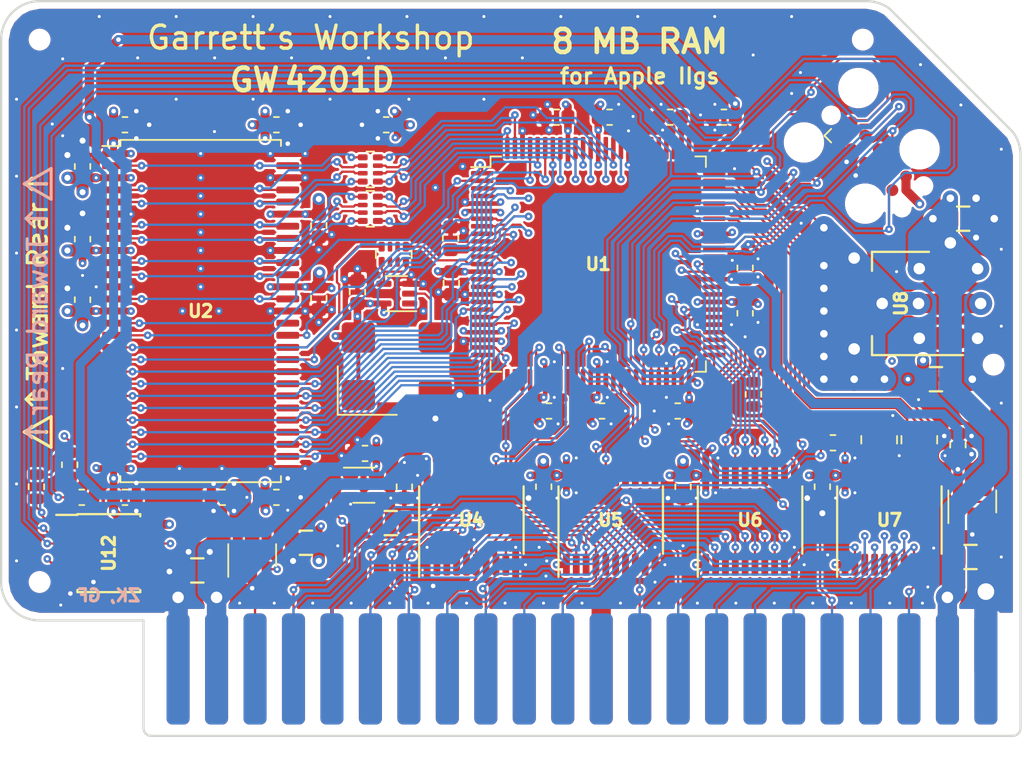
<source format=kicad_pcb>
(kicad_pcb (version 20171130) (host pcbnew "(5.1.5-0-10_14)")
  (title_block (title "GW4201D (RAM2GS II) - iCE40HX1K") (date 2021-04-30) (rev 2.0) (company "Garrett's Workshop"))
  (layers (0 F.Cu signal) (1 In1.Cu power) (2 In2.Cu power) (31 B.Cu signal) (34 B.Paste user) (35 F.Paste user) (36 B.SilkS user) (37 F.SilkS user) (38 B.Mask user) (39 F.Mask user) (44 Edge.Cuts user))
  (net 0 "")
  (net 1 GND)
  (net 2 /FA15)
  (net 3 /FA14)
  (net 4 /FA13)
  (net 5 /FA12)
  (net 6 /FA11)
  (net 7 /FA10)
  (net 8 /~CRAS~)
  (net 9 /ABORT)
  (net 10 /PH2)
  (net 11 /~CSEL~)
  (net 12 /~CROMSEL~)
  (net 13 /CROW1)
  (net 14 /CROW0)
  (net 15 /~CCAS~)
  (net 16 /~FWE~)
  (net 17 /FRA1)
  (net 18 /FRA2)
  (net 19 /FRA0)
  (net 20 /FRA7)
  (net 21 /FRA5)
  (net 22 /FRA4)
  (net 23 /FRA3)
  (net 24 /FRA6)
  (net 25 /FRA8)
  (net 26 /FRA9)
  (net 27 /FD2)
  (net 28 /FD7)
  (net 29 /FD0)
  (net 30 /FD6)
  (net 31 /FD4)
  (net 32 /FD5)
  (net 33 /FD3)
  (net 34 /FD1)
  (net 35 "Net-(RN1-Pad1)")
  (net 36 /AClk)
  (net 37 /RClk)
  (net 38 +3V3)
  (net 39 /Dout5)
  (net 40 /Dout6)
  (net 41 /Dout4)
  (net 42 /Dout7)
  (net 43 /Dout2)
  (net 44 /Dout1)
  (net 45 /Dout0)
  (net 46 /Dout3)
  (net 47 /Din3)
  (net 48 /Din0)
  (net 49 /Din1)
  (net 50 /Din2)
  (net 51 /Din7)
  (net 52 /Din4)
  (net 53 /Din6)
  (net 54 /Din5)
  (net 55 /~WE~in)
  (net 56 /Ain0)
  (net 57 /Ain2)
  (net 58 /Ain1)
  (net 59 /PH2in)
  (net 60 /~CCAS~in)
  (net 61 /CROWin0)
  (net 62 /CROWin1)
  (net 63 /~CRAS~in)
  (net 64 /RD0)
  (net 65 /RD2)
  (net 66 /RD1)
  (net 67 /RD3)
  (net 68 /RD1r)
  (net 69 /RD0r)
  (net 70 /RD2r)
  (net 71 /RD3r)
  (net 72 /RD7r)
  (net 73 /RD6r)
  (net 74 /RD4r)
  (net 75 /RD5r)
  (net 76 /RD7)
  (net 77 /RD5)
  (net 78 /RD6)
  (net 79 /RD4)
  (net 80 /Ain7)
  (net 81 /Ain5)
  (net 82 /Ain4)
  (net 83 /Ain3)
  (net 84 /Ain6)
  (net 85 /Ain8)
  (net 86 /Ain9)
  (net 87 /DQMH)
  (net 88 /CKE)
  (net 89 /RA11)
  (net 90 /RA9)
  (net 91 /RA8)
  (net 92 /RA7)
  (net 93 /RA6)
  (net 94 /RA5)
  (net 95 /RA4)
  (net 96 /RA3)
  (net 97 /RA2)
  (net 98 /RA1)
  (net 99 /RA0)
  (net 100 /RA10)
  (net 101 /BA1)
  (net 102 /BA0)
  (net 103 /R~CS~)
  (net 104 /R~RAS~)
  (net 105 /R~CAS~)
  (net 106 /R~WE~)
  (net 107 /DQML)
  (net 108 "Net-(RN4-Pad1)")
  (net 109 "Net-(RN4-Pad3)")
  (net 110 "Net-(RN4-Pad2)")
  (net 111 "Net-(RN4-Pad4)")
  (net 112 "Net-(RN5-Pad4)")
  (net 113 "Net-(RN5-Pad2)")
  (net 114 "Net-(RN5-Pad3)")
  (net 115 "Net-(RN5-Pad1)")
  (net 116 "Net-(U10-Pad2)")
  (net 117 +5V)
  (net 118 "Net-(U9-Pad1)")
  (net 119 "Net-(U10-Pad1)")
  (net 120 "Net-(R3-Pad2)")
  (net 121 "Net-(R3-Pad1)")
  (net 122 "Net-(RN1-Pad6)")
  (net 123 "Net-(RN1-Pad7)")
  (net 124 "Net-(RN1-Pad2)")
  (net 125 "Net-(RN1-Pad3)")
  (net 126 +1V2)
  (net 127 +2V5)
  (net 128 "Net-(U1-Pad76)")
  (net 129 /INIT)
  (net 130 /CDO)
  (net 131 /CDI)
  (net 132 /Mode)
  (net 133 /CDONE)
  (net 134 "Net-(U13-Pad4)")
  (net 135 /C~CS~)
  (net 136 /C~RST~)
  (net 137 /CCK)
  (net 138 "Net-(U1-Pad82)")
  (net 139 "Net-(U1-Pad78)")
  (net 140 "Net-(U11-Pad4)")
  (net 141 /CCKr)
  (net 142 "Net-(U1-Pad79)")
  (net 143 "Net-(U1-Pad80)")
  (net 144 "Net-(U1-Pad81)")
  (net 145 "Net-(U1-Pad83)")
  (module stdpads:SOIC-8_3.9mm (layer F.Cu) (at 53.086 127.635 270)
    (fp_text reference U12)
    (fp_text value 25F010)
    (fp_text user %R (at 0 0 270) (layer F.SilkS) (effects (font (size 0.8128 0.8128) (thickness 0.2032))))
    (pad 8 smd roundrect (at -1.905 -2.527) (size 2.1 0.7) (layers F.Cu F.Paste F.Mask) (net 38 +3V3))
    (pad 7 smd roundrect (at -0.635 -2.527) (size 2.1 0.7) (layers F.Cu F.Paste F.Mask) (net 38 +3V3))
    (pad 6 smd roundrect (at 0.635 -2.527) (size 2.1 0.7) (layers F.Cu F.Paste F.Mask) (net 141 /CCKr))
    (pad 5 smd roundrect (at 1.905 -2.527) (size 2.1 0.7) (layers F.Cu F.Paste F.Mask) (net 130 /CDO))
    (pad 4 smd roundrect (at 1.905 2.527) (size 2.1 0.7) (layers F.Cu F.Paste F.Mask) (net 1 GND))
    (pad 3 smd roundrect (at 0.635 2.527) (size 2.1 0.7) (layers F.Cu F.Paste F.Mask) (net 38 +3V3))
    (pad 2 smd roundrect (at -0.635 2.527) (size 2.1 0.7) (layers F.Cu F.Paste F.Mask) (net 131 /CDI))
    (pad 1 smd roundrect (at -1.905 2.527) (size 2.1 0.7) (layers F.Cu F.Paste F.Mask) (net 135 /C~CS~))
  )
  (module stdpads:R_0603 (layer F.Cu) (at 95.65 117.15 270)
    (fp_text reference R4)
    (fp_text value 33)
    (pad 2 smd roundrect (at 0.8 0 270) (size 0.7 0.95) (layers F.Cu F.Paste F.Mask) (net 133 /CDONE))
    (pad 1 smd roundrect (at -0.8 0 270) (size 0.7 0.95) (layers F.Cu F.Paste F.Mask) (net 38 +3V3))
  )
  (module stdpads:TQFP-100_14x14mm_P0.5mm (layer F.Cu) (at 85.4 108.55 270)
    (fp_text reference U1)
    (fp_text value iCE40HX1K-VQ100)
    (fp_text user %R (at 0 0) (layer F.SilkS) (effects (font (size 0.8128 0.8128) (thickness 0.2032))))
    (pad 1 smd roundrect (at -6 7.6625) (size 1.475 0.3) (layers F.Cu F.Paste F.Mask) (net 87 /DQMH))
    (pad 2 smd roundrect (at -5.5 7.6625) (size 1.475 0.3) (layers F.Cu F.Paste F.Mask) (net 106 /R~WE~))
    (pad 3 smd roundrect (at -5 7.6625) (size 1.475 0.3) (layers F.Cu F.Paste F.Mask) (net 102 /BA0))
    (pad 4 smd roundrect (at -4.5 7.6625) (size 1.475 0.3) (layers F.Cu F.Paste F.Mask) (net 89 /RA11))
    (pad 5 smd roundrect (at -4 7.6625) (size 1.475 0.3) (layers F.Cu F.Paste F.Mask) (net 1 GND))
    (pad 6 smd roundrect (at -3.5 7.6625) (size 1.475 0.3) (layers F.Cu F.Paste F.Mask) (net 38 +3V3))
    (pad 7 smd roundrect (at -3 7.6625) (size 1.475 0.3) (layers F.Cu F.Paste F.Mask) (net 101 /BA1))
    (pad 8 smd roundrect (at -2.5 7.6625) (size 1.475 0.3) (layers F.Cu F.Paste F.Mask) (net 90 /RA9))
    (pad 9 smd roundrect (at -2 7.6625) (size 1.475 0.3) (layers F.Cu F.Paste F.Mask) (net 100 /RA10))
    (pad 10 smd roundrect (at -1.5 7.6625) (size 1.475 0.3) (layers F.Cu F.Paste F.Mask) (net 99 /RA0))
    (pad 11 smd roundrect (at -1 7.6625) (size 1.475 0.3) (layers F.Cu F.Paste F.Mask) (net 126 +1V2))
    (pad 12 smd roundrect (at -0.5 7.6625) (size 1.475 0.3) (layers F.Cu F.Paste F.Mask) (net 92 /RA7))
    (pad 13 smd roundrect (at 0 7.6625) (size 1.475 0.3) (layers F.Cu F.Paste F.Mask) (net 36 /AClk))
    (pad 14 smd roundrect (at 0.5 7.6625) (size 1.475 0.3) (layers F.Cu F.Paste F.Mask) (net 38 +3V3))
    (pad 15 smd roundrect (at 1 7.6625) (size 1.475 0.3) (layers F.Cu F.Paste F.Mask) (net 98 /RA1))
    (pad 16 smd roundrect (at 1.5 7.6625) (size 1.475 0.3) (layers F.Cu F.Paste F.Mask) (net 93 /RA6))
    (pad 17 smd roundrect (at 2 7.6625) (size 1.475 0.3) (layers F.Cu F.Paste F.Mask) (net 1 GND))
    (pad 18 smd roundrect (at 2.5 7.6625) (size 1.475 0.3) (layers F.Cu F.Paste F.Mask) (net 97 /RA2))
    (pad 19 smd roundrect (at 3 7.6625) (size 1.475 0.3) (layers F.Cu F.Paste F.Mask) (net 91 /RA8))
    (pad 20 smd roundrect (at 3.5 7.6625) (size 1.475 0.3) (layers F.Cu F.Paste F.Mask) (net 94 /RA5))
    (pad 21 smd roundrect (at 4 7.6625) (size 1.475 0.3) (layers F.Cu F.Paste F.Mask) (net 96 /RA3))
    (pad 22 smd roundrect (at 4.5 7.6625) (size 1.475 0.3) (layers F.Cu F.Paste F.Mask) (net 38 +3V3))
    (pad 23 smd roundrect (at 5 7.6625) (size 1.475 0.3) (layers F.Cu F.Paste F.Mask) (net 1 GND))
    (pad 24 smd roundrect (at 5.5 7.6625) (size 1.475 0.3) (layers F.Cu F.Paste F.Mask) (net 95 /RA4))
    (pad 25 smd roundrect (at 6 7.6625) (size 1.475 0.3) (layers F.Cu F.Paste F.Mask) (net 45 /Dout0))
    (pad 26 smd roundrect (at 7.6625 6) (size 0.3 1.475) (layers F.Cu F.Paste F.Mask) (net 40 /Dout6))
    (pad 27 smd roundrect (at 7.6625 5.5) (size 0.3 1.475) (layers F.Cu F.Paste F.Mask) (net 42 /Dout7))
    (pad 28 smd roundrect (at 7.6625 5) (size 0.3 1.475) (layers F.Cu F.Paste F.Mask) (net 41 /Dout4))
    (pad 29 smd roundrect (at 7.6625 4.5) (size 0.3 1.475) (layers F.Cu F.Paste F.Mask) (net 39 /Dout5))
    (pad 30 smd roundrect (at 7.6625 4) (size 0.3 1.475) (layers F.Cu F.Paste F.Mask) (net 44 /Dout1))
    (pad 31 smd roundrect (at 7.6625 3.5) (size 0.3 1.475) (layers F.Cu F.Paste F.Mask) (net 38 +3V3))
    (pad 32 smd roundrect (at 7.6625 3) (size 0.3 1.475) (layers F.Cu F.Paste F.Mask) (net 1 GND))
    (pad 33 smd roundrect (at 7.6625 2.5) (size 0.3 1.475) (layers F.Cu F.Paste F.Mask) (net 46 /Dout3))
    (pad 34 smd roundrect (at 7.6625 2) (size 0.3 1.475) (layers F.Cu F.Paste F.Mask) (net 43 /Dout2))
    (pad 35 smd roundrect (at 7.6625 1.5) (size 0.3 1.475) (layers F.Cu F.Paste F.Mask) (net 126 +1V2))
    (pad 36 smd roundrect (at 7.6625 1) (size 0.3 1.475) (layers F.Cu F.Paste F.Mask) (net 50 /Din2))
    (pad 37 smd roundrect (at 7.6625 0.5) (size 0.3 1.475) (layers F.Cu F.Paste F.Mask) (net 49 /Din1))
    (pad 38 smd roundrect (at 7.6625 0) (size 0.3 1.475) (layers F.Cu F.Paste F.Mask) (net 38 +3V3))
    (pad 39 smd roundrect (at 7.6625 -0.5) (size 0.3 1.475) (layers F.Cu F.Paste F.Mask) (net 1 GND))
    (pad 40 smd roundrect (at 7.6625 -1) (size 0.3 1.475) (layers F.Cu F.Paste F.Mask) (net 47 /Din3))
    (pad 41 smd roundrect (at 7.6625 -1.5) (size 0.3 1.475) (layers F.Cu F.Paste F.Mask) (net 54 /Din5))
    (pad 42 smd roundrect (at 7.6625 -2) (size 0.3 1.475) (layers F.Cu F.Paste F.Mask) (net 52 /Din4))
    (pad 43 smd roundrect (at 7.6625 -2.5) (size 0.3 1.475) (layers F.Cu F.Paste F.Mask) (net 133 /CDONE))
    (pad 44 smd roundrect (at 7.6625 -3) (size 0.3 1.475) (layers F.Cu F.Paste F.Mask) (net 136 /C~RST~))
    (pad 45 smd roundrect (at 7.6625 -3.5) (size 0.3 1.475) (layers F.Cu F.Paste F.Mask) (net 130 /CDO))
    (pad 46 smd roundrect (at 7.6625 -4) (size 0.3 1.475) (layers F.Cu F.Paste F.Mask) (net 131 /CDI))
    (pad 47 smd roundrect (at 7.6625 -4.5) (size 0.3 1.475) (layers F.Cu F.Paste F.Mask) (net 1 GND))
    (pad 48 smd roundrect (at 7.6625 -5) (size 0.3 1.475) (layers F.Cu F.Paste F.Mask) (net 137 /CCK))
    (pad 49 smd roundrect (at 7.6625 -5.5) (size 0.3 1.475) (layers F.Cu F.Paste F.Mask) (net 135 /C~CS~))
    (pad 50 smd roundrect (at 7.6625 -6) (size 0.3 1.475) (layers F.Cu F.Paste F.Mask) (net 38 +3V3))
    (pad 51 smd roundrect (at 6 -7.6625) (size 1.475 0.3) (layers F.Cu F.Paste F.Mask) (net 51 /Din7))
    (pad 52 smd roundrect (at 5.5 -7.6625) (size 1.475 0.3) (layers F.Cu F.Paste F.Mask) (net 53 /Din6))
    (pad 53 smd roundrect (at 5 -7.6625) (size 1.475 0.3) (layers F.Cu F.Paste F.Mask) (net 48 /Din0))
    (pad 54 smd roundrect (at 4.5 -7.6625) (size 1.475 0.3) (layers F.Cu F.Paste F.Mask) (net 61 /CROWin0))
    (pad 55 smd roundrect (at 4 -7.6625) (size 1.475 0.3) (layers F.Cu F.Paste F.Mask) (net 1 GND))
    (pad 56 smd roundrect (at 3.5 -7.6625) (size 1.475 0.3) (layers F.Cu F.Paste F.Mask) (net 55 /~WE~in))
    (pad 57 smd roundrect (at 3 -7.6625) (size 1.475 0.3) (layers F.Cu F.Paste F.Mask) (net 57 /Ain2))
    (pad 58 smd roundrect (at 2.5 -7.6625) (size 1.475 0.3) (layers F.Cu F.Paste F.Mask) (net 38 +3V3))
    (pad 59 smd roundrect (at 2 -7.6625) (size 1.475 0.3) (layers F.Cu F.Paste F.Mask) (net 56 /Ain0))
    (pad 60 smd roundrect (at 1.5 -7.6625) (size 1.475 0.3) (layers F.Cu F.Paste F.Mask) (net 62 /CROWin1))
    (pad 61 smd roundrect (at 1 -7.6625) (size 1.475 0.3) (layers F.Cu F.Paste F.Mask) (net 126 +1V2))
    (pad 62 smd roundrect (at 0.5 -7.6625) (size 1.475 0.3) (layers F.Cu F.Paste F.Mask) (net 58 /Ain1))
    (pad 63 smd roundrect (at 0 -7.6625) (size 1.475 0.3) (layers F.Cu F.Paste F.Mask) (net 60 /~CCAS~in))
    (pad 64 smd roundrect (at -0.5 -7.6625) (size 1.475 0.3) (layers F.Cu F.Paste F.Mask) (net 59 /PH2in))
    (pad 65 smd roundrect (at -1 -7.6625) (size 1.475 0.3) (layers F.Cu F.Paste F.Mask) (net 63 /~CRAS~in))
    (pad 66 smd roundrect (at -1.5 -7.6625) (size 1.475 0.3) (layers F.Cu F.Paste F.Mask) (net 80 /Ain7))
    (pad 67 smd roundrect (at -2 -7.6625) (size 1.475 0.3) (layers F.Cu F.Paste F.Mask) (net 38 +3V3))
    (pad 68 smd roundrect (at -2.5 -7.6625) (size 1.475 0.3) (layers F.Cu F.Paste F.Mask) (net 81 /Ain5))
    (pad 69 smd roundrect (at -3 -7.6625) (size 1.475 0.3) (layers F.Cu F.Paste F.Mask) (net 82 /Ain4))
    (pad 70 smd roundrect (at -3.5 -7.6625) (size 1.475 0.3) (layers F.Cu F.Paste F.Mask) (net 1 GND))
    (pad 71 smd roundrect (at -4 -7.6625) (size 1.475 0.3) (layers F.Cu F.Paste F.Mask) (net 83 /Ain3))
    (pad 72 smd roundrect (at -4.5 -7.6625) (size 1.475 0.3) (layers F.Cu F.Paste F.Mask) (net 84 /Ain6))
    (pad 73 smd roundrect (at -5 -7.6625) (size 1.475 0.3) (layers F.Cu F.Paste F.Mask) (net 85 /Ain8))
    (pad 74 smd roundrect (at -5.5 -7.6625) (size 1.475 0.3) (layers F.Cu F.Paste F.Mask) (net 86 /Ain9))
    (pad 75 smd roundrect (at -6 -7.6625) (size 1.475 0.3) (layers F.Cu F.Paste F.Mask) (net 127 +2V5))
    (pad 76 smd roundrect (at -7.6625 -6) (size 0.3 1.475) (layers F.Cu F.Paste F.Mask) (net 128 "Net-(U1-Pad76)"))
    (pad 77 smd roundrect (at -7.6625 -5.5) (size 0.3 1.475) (layers F.Cu F.Paste F.Mask) (net 126 +1V2))
    (pad 78 smd roundrect (at -7.6625 -5) (size 0.3 1.475) (layers F.Cu F.Paste F.Mask) (net 139 "Net-(U1-Pad78)"))
    (pad 79 smd roundrect (at -7.6625 -4.5) (size 0.3 1.475) (layers F.Cu F.Paste F.Mask) (net 142 "Net-(U1-Pad79)"))
    (pad 80 smd roundrect (at -7.6625 -4) (size 0.3 1.475) (layers F.Cu F.Paste F.Mask) (net 143 "Net-(U1-Pad80)"))
    (pad 81 smd roundrect (at -7.6625 -3.5) (size 0.3 1.475) (layers F.Cu F.Paste F.Mask) (net 144 "Net-(U1-Pad81)"))
    (pad 82 smd roundrect (at -7.6625 -3) (size 0.3 1.475) (layers F.Cu F.Paste F.Mask) (net 138 "Net-(U1-Pad82)"))
    (pad 83 smd roundrect (at -7.6625 -2.5) (size 0.3 1.475) (layers F.Cu F.Paste F.Mask) (net 145 "Net-(U1-Pad83)"))
    (pad 84 smd roundrect (at -7.6625 -2) (size 0.3 1.475) (layers F.Cu F.Paste F.Mask) (net 1 GND))
    (pad 85 smd roundrect (at -7.6625 -1.5) (size 0.3 1.475) (layers F.Cu F.Paste F.Mask) (net 69 /RD0r))
    (pad 86 smd roundrect (at -7.6625 -1) (size 0.3 1.475) (layers F.Cu F.Paste F.Mask) (net 71 /RD3r))
    (pad 87 smd roundrect (at -7.6625 -0.5) (size 0.3 1.475) (layers F.Cu F.Paste F.Mask) (net 75 /RD5r))
    (pad 88 smd roundrect (at -7.6625 0) (size 0.3 1.475) (layers F.Cu F.Paste F.Mask) (net 38 +3V3))
    (pad 89 smd roundrect (at -7.6625 0.5) (size 0.3 1.475) (layers F.Cu F.Paste F.Mask) (net 74 /RD4r))
    (pad 90 smd roundrect (at -7.6625 1) (size 0.3 1.475) (layers F.Cu F.Paste F.Mask) (net 73 /RD6r))
    (pad 91 smd roundrect (at -7.6625 1.5) (size 0.3 1.475) (layers F.Cu F.Paste F.Mask) (net 72 /RD7r))
    (pad 92 smd roundrect (at -7.6625 2) (size 0.3 1.475) (layers F.Cu F.Paste F.Mask) (net 38 +3V3))
    (pad 93 smd roundrect (at -7.6625 2.5) (size 0.3 1.475) (layers F.Cu F.Paste F.Mask) (net 107 /DQML))
    (pad 94 smd roundrect (at -7.6625 3) (size 0.3 1.475) (layers F.Cu F.Paste F.Mask) (net 103 /R~CS~))
    (pad 95 smd roundrect (at -7.6625 3.5) (size 0.3 1.475) (layers F.Cu F.Paste F.Mask) (net 88 /CKE))
    (pad 96 smd roundrect (at -7.6625 4) (size 0.3 1.475) (layers F.Cu F.Paste F.Mask) (net 105 /R~CAS~))
    (pad 97 smd roundrect (at -7.6625 4.5) (size 0.3 1.475) (layers F.Cu F.Paste F.Mask) (net 104 /R~RAS~))
    (pad 98 smd roundrect (at -7.6625 5) (size 0.3 1.475) (layers F.Cu F.Paste F.Mask) (net 1 GND))
    (pad 99 smd roundrect (at -7.6625 5.5) (size 0.3 1.475) (layers F.Cu F.Paste F.Mask) (net 68 /RD1r))
    (pad 100 smd roundrect (at -7.6625 6) (size 0.3 1.475) (layers F.Cu F.Paste F.Mask) (net 70 /RD2r))
  )
  (module stdpads:SOT-223 (layer F.Cu) (at 105.387 111.15)
    (fp_text reference U8 (at 0 0 270) (layer F.SilkS) (effects (font (size 0.8128 0.8128) (thickness 0.2032))))
    (fp_text value AZ1117CH-3.3TRG1)
    (pad 1 smd roundrect (at 3.15 2.3 180) (size 2 1.5) (layers F.Cu F.Paste F.Mask) (roundrect_rratio 0.2) (net 1 GND))
    (pad 3 smd roundrect (at 3.15 -2.3 180) (size 2 1.5) (layers F.Cu F.Paste F.Mask) (roundrect_rratio 0.2) (net 117 +5V))
    (pad 2 smd roundrect (at 3.15 0 180) (size 2 1.5) (layers F.Cu F.Paste F.Mask) (roundrect_rratio 0.2) (net 38 +3V3))
    (pad 2 smd roundrect (at -3.15 0 180) (size 2 3.8) (layers F.Cu F.Paste F.Mask) (roundrect_rratio 0.15) (net 38 +3V3))
  )
  (module stdpads:C_0603 (layer F.Cu) (at 71.4 99.35 180)
    (fp_text reference C34)
    (fp_text value 2u2)
    (pad 1 smd roundrect (at -0.75 0 180) (size 0.85 0.95) (layers F.Cu F.Paste F.Mask) (net 38 +3V3))
    (pad 2 smd roundrect (at 0.75 0 180) (size 0.85 0.95) (layers F.Cu F.Paste F.Mask) (net 1 GND))
  )
  (module stdpads:TSSOP-20_4.4x6.5mm_P0.65mm (layer F.Cu) (at 95.425 125.45)
    (fp_text reference U6)
    (fp_text value 74LVC245APW)
    (fp_text user %R (at 0 0) (layer F.SilkS) (effects (font (size 0.8128 0.8128) (thickness 0.2032))))
    (pad 20 smd roundrect (at -2.925 -2.95 90) (size 1.45 0.45) (layers F.Cu F.Paste F.Mask) (net 38 +3V3))
    (pad 19 smd roundrect (at -2.275 -2.95 90) (size 1.45 0.45) (layers F.Cu F.Paste F.Mask) (net 1 GND))
    (pad 18 smd roundrect (at -1.625 -2.95 90) (size 1.45 0.45) (layers F.Cu F.Paste F.Mask) (net 55 /~WE~in))
    (pad 17 smd roundrect (at -0.975 -2.95 90) (size 1.45 0.45) (layers F.Cu F.Paste F.Mask) (net 56 /Ain0))
    (pad 16 smd roundrect (at -0.325 -2.95 90) (size 1.45 0.45) (layers F.Cu F.Paste F.Mask) (net 57 /Ain2))
    (pad 15 smd roundrect (at 0.325 -2.95 90) (size 1.45 0.45) (layers F.Cu F.Paste F.Mask) (net 58 /Ain1))
    (pad 14 smd roundrect (at 0.975 -2.95 90) (size 1.45 0.45) (layers F.Cu F.Paste F.Mask) (net 59 /PH2in))
    (pad 13 smd roundrect (at 1.625 -2.95 90) (size 1.45 0.45) (layers F.Cu F.Paste F.Mask) (net 60 /~CCAS~in))
    (pad 12 smd roundrect (at 2.275 -2.95 90) (size 1.45 0.45) (layers F.Cu F.Paste F.Mask) (net 61 /CROWin0))
    (pad 11 smd roundrect (at 2.925 -2.95 90) (size 1.45 0.45) (layers F.Cu F.Paste F.Mask) (net 62 /CROWin1))
    (pad 10 smd roundrect (at 2.925 2.95 90) (size 1.45 0.45) (layers F.Cu F.Paste F.Mask) (net 1 GND))
    (pad 9 smd roundrect (at 2.275 2.95 90) (size 1.45 0.45) (layers F.Cu F.Paste F.Mask) (net 13 /CROW1))
    (pad 8 smd roundrect (at 1.625 2.95 90) (size 1.45 0.45) (layers F.Cu F.Paste F.Mask) (net 14 /CROW0))
    (pad 7 smd roundrect (at 0.975 2.95 90) (size 1.45 0.45) (layers F.Cu F.Paste F.Mask) (net 15 /~CCAS~))
    (pad 6 smd roundrect (at 0.325 2.95 90) (size 1.45 0.45) (layers F.Cu F.Paste F.Mask) (net 10 /PH2))
    (pad 5 smd roundrect (at -0.325 2.95 90) (size 1.45 0.45) (layers F.Cu F.Paste F.Mask) (net 17 /FRA1))
    (pad 4 smd roundrect (at -0.975 2.95 90) (size 1.45 0.45) (layers F.Cu F.Paste F.Mask) (net 18 /FRA2))
    (pad 3 smd roundrect (at -1.625 2.95 90) (size 1.45 0.45) (layers F.Cu F.Paste F.Mask) (net 19 /FRA0))
    (pad 2 smd roundrect (at -2.275 2.95 90) (size 1.45 0.45) (layers F.Cu F.Paste F.Mask) (net 16 /~FWE~))
    (pad 1 smd roundrect (at -2.925 2.95 90) (size 1.45 0.45) (layers F.Cu F.Paste F.Mask) (net 38 +3V3))
  )
  (module Connector:Tag-Connect_TC2050-IDC-FP_2x05_P1.27mm_Vertical (layer F.Cu) (at 103.474 101.415 315)
    (fp_text reference J2)
    (fp_text value JTAG)
    (pad "" np_thru_hole circle (at 1.905 -2.54 315) (size 2.3749 2.3749) (drill 2.3749) (layers *.Cu *.Mask))
    (pad "" np_thru_hole circle (at 1.905 2.54 315) (size 2.3749 2.3749) (drill 2.3749) (layers *.Cu *.Mask))
    (pad "" np_thru_hole circle (at -3.81 2.54 315) (size 2.3749 2.3749) (drill 2.3749) (layers *.Cu *.Mask))
    (pad "" np_thru_hole circle (at -3.81 -2.54 315) (size 2.3749 2.3749) (drill 2.3749) (layers *.Cu *.Mask))
    (pad 10 connect circle (at -2.54 -0.635 315) (size 0.7874 0.7874) (layers F.Cu F.Mask) (net 135 /C~CS~))
    (pad 9 connect circle (at -1.27 -0.635 315) (size 0.7874 0.7874) (layers F.Cu F.Mask) (net 136 /C~RST~))
    (pad 8 connect circle (at 0 -0.635 315) (size 0.7874 0.7874) (layers F.Cu F.Mask) (net 129 /INIT))
    (pad 7 connect circle (at 1.27 -0.635 315) (size 0.7874 0.7874) (layers F.Cu F.Mask) (net 130 /CDO))
    (pad 6 connect circle (at 2.54 -0.635 315) (size 0.7874 0.7874) (layers F.Cu F.Mask) (net 38 +3V3))
    (pad 5 connect circle (at 2.54 0.635 315) (size 0.7874 0.7874) (layers F.Cu F.Mask) (net 131 /CDI))
    (pad 4 connect circle (at 1.27 0.635 315) (size 0.7874 0.7874) (layers F.Cu F.Mask) (net 1 GND))
    (pad 3 connect circle (at 0 0.635 315) (size 0.7874 0.7874) (layers F.Cu F.Mask) (net 132 /Mode))
    (pad 2 connect circle (at -1.27 0.635 315) (size 0.7874 0.7874) (layers F.Cu F.Mask) (net 1 GND))
    (pad 1 connect circle (at -2.54 0.635 315) (size 0.7874 0.7874) (layers F.Cu F.Mask) (net 137 /CCK))
    (pad "" np_thru_hole circle (at -3.81 0 315) (size 0.9906 0.9906) (drill 0.9906) (layers *.Cu *.Mask))
    (pad "" np_thru_hole circle (at 3.81 1.016 315) (size 0.9906 0.9906) (drill 0.9906) (layers *.Cu *.Mask))
    (pad "" np_thru_hole circle (at 3.81 -1.016 315) (size 0.9906 0.9906) (drill 0.9906) (layers *.Cu *.Mask))
  )
  (module stdpads:C_0603 (layer F.Cu) (at 90.15 98.85 180)
    (fp_text reference C31)
    (fp_text value 2u2)
    (pad 2 smd roundrect (at 0.75 0 180) (size 0.85 0.95) (layers F.Cu F.Paste F.Mask) (net 1 GND))
    (pad 1 smd roundrect (at -0.75 0 180) (size 0.85 0.95) (layers F.Cu F.Paste F.Mask) (net 126 +1V2))
  )
  (module stdpads:C_0603 (layer F.Cu) (at 85.65 118.25)
    (fp_text reference C32)
    (fp_text value 2u2)
    (pad 2 smd roundrect (at 0.75 0) (size 0.85 0.95) (layers F.Cu F.Paste F.Mask) (net 1 GND))
    (pad 1 smd roundrect (at -0.75 0) (size 0.85 0.95) (layers F.Cu F.Paste F.Mask) (net 38 +3V3))
  )
  (module stdpads:C_0603 (layer F.Cu) (at 82.15 118.25)
    (fp_text reference C13)
    (fp_text value 2u2)
    (pad 1 smd roundrect (at -0.75 0) (size 0.85 0.95) (layers F.Cu F.Paste F.Mask) (net 38 +3V3))
    (pad 2 smd roundrect (at 0.75 0) (size 0.85 0.95) (layers F.Cu F.Paste F.Mask) (net 1 GND))
  )
  (module stdpads:TSSOP-20_4.4x6.5mm_P0.65mm (layer F.Cu) (at 77.025 125.45)
    (fp_text reference U4)
    (fp_text value 74AHCT245PW)
    (fp_text user %R (at 0 0) (layer F.SilkS) (effects (font (size 0.8128 0.8128) (thickness 0.2032))))
    (pad 20 smd roundrect (at -2.925 -2.95 90) (size 1.45 0.45) (layers F.Cu F.Paste F.Mask) (net 117 +5V))
    (pad 19 smd roundrect (at -2.275 -2.95 90) (size 1.45 0.45) (layers F.Cu F.Paste F.Mask) (net 120 "Net-(R3-Pad2)"))
    (pad 18 smd roundrect (at -1.625 -2.95 90) (size 1.45 0.45) (layers F.Cu F.Paste F.Mask) (net 45 /Dout0))
    (pad 17 smd roundrect (at -0.975 -2.95 90) (size 1.45 0.45) (layers F.Cu F.Paste F.Mask) (net 40 /Dout6))
    (pad 16 smd roundrect (at -0.325 -2.95 90) (size 1.45 0.45) (layers F.Cu F.Paste F.Mask) (net 42 /Dout7))
    (pad 15 smd roundrect (at 0.325 -2.95 90) (size 1.45 0.45) (layers F.Cu F.Paste F.Mask) (net 41 /Dout4))
    (pad 14 smd roundrect (at 0.975 -2.95 90) (size 1.45 0.45) (layers F.Cu F.Paste F.Mask) (net 39 /Dout5))
    (pad 13 smd roundrect (at 1.625 -2.95 90) (size 1.45 0.45) (layers F.Cu F.Paste F.Mask) (net 46 /Dout3))
    (pad 12 smd roundrect (at 2.275 -2.95 90) (size 1.45 0.45) (layers F.Cu F.Paste F.Mask) (net 44 /Dout1))
    (pad 11 smd roundrect (at 2.925 -2.95 90) (size 1.45 0.45) (layers F.Cu F.Paste F.Mask) (net 43 /Dout2))
    (pad 10 smd roundrect (at 2.925 2.95 90) (size 1.45 0.45) (layers F.Cu F.Paste F.Mask) (net 1 GND))
    (pad 9 smd roundrect (at 2.275 2.95 90) (size 1.45 0.45) (layers F.Cu F.Paste F.Mask) (net 27 /FD2))
    (pad 8 smd roundrect (at 1.625 2.95 90) (size 1.45 0.45) (layers F.Cu F.Paste F.Mask) (net 34 /FD1))
    (pad 7 smd roundrect (at 0.975 2.95 90) (size 1.45 0.45) (layers F.Cu F.Paste F.Mask) (net 33 /FD3))
    (pad 6 smd roundrect (at 0.325 2.95 90) (size 1.45 0.45) (layers F.Cu F.Paste F.Mask) (net 32 /FD5))
    (pad 5 smd roundrect (at -0.325 2.95 90) (size 1.45 0.45) (layers F.Cu F.Paste F.Mask) (net 31 /FD4))
    (pad 4 smd roundrect (at -0.975 2.95 90) (size 1.45 0.45) (layers F.Cu F.Paste F.Mask) (net 28 /FD7))
    (pad 3 smd roundrect (at -1.625 2.95 90) (size 1.45 0.45) (layers F.Cu F.Paste F.Mask) (net 30 /FD6))
    (pad 2 smd roundrect (at -2.275 2.95 90) (size 1.45 0.45) (layers F.Cu F.Paste F.Mask) (net 29 /FD0))
    (pad 1 smd roundrect (at -2.925 2.95 90) (size 1.45 0.45) (layers F.Cu F.Paste F.Mask) (net 1 GND))
  )
  (module stdpads:SOT-353 (layer F.Cu) (at 72.1 110.5)
    (fp_text reference U10)
    (fp_text value 74LVC1G04GW)
    (pad 5 smd roundrect (at -0.85 0.65 180) (size 1 0.4) (layers F.Cu F.Paste F.Mask) (net 38 +3V3))
    (pad 4 smd roundrect (at -0.85 -0.65 180) (size 1 0.4) (layers F.Cu F.Paste F.Mask) (net 35 "Net-(RN1-Pad1)"))
    (pad 2 smd roundrect (at 0.85 0 180) (size 1 0.4) (layers F.Cu F.Paste F.Mask) (net 116 "Net-(U10-Pad2)"))
    (pad 1 smd roundrect (at 0.85 0.65 180) (size 1 0.4) (layers F.Cu F.Paste F.Mask) (net 119 "Net-(U10-Pad1)"))
    (pad 3 smd roundrect (at 0.85 -0.65 180) (size 1 0.4) (layers F.Cu F.Paste F.Mask) (net 1 GND))
  )
  (module stdpads:SOT-353 (layer F.Cu) (at 69.9 123.15 180)
    (fp_text reference U9)
    (fp_text value 74LVC1G04GW)
    (pad 5 smd roundrect (at -0.85 0.65) (size 1 0.4) (layers F.Cu F.Paste F.Mask) (net 38 +3V3))
    (pad 4 smd roundrect (at -0.85 -0.65) (size 1 0.4) (layers F.Cu F.Paste F.Mask) (net 121 "Net-(R3-Pad1)"))
    (pad 2 smd roundrect (at 0.85 0) (size 1 0.4) (layers F.Cu F.Paste F.Mask) (net 11 /~CSEL~))
    (pad 1 smd roundrect (at 0.85 0.65) (size 1 0.4) (layers F.Cu F.Paste F.Mask) (net 118 "Net-(U9-Pad1)"))
    (pad 3 smd roundrect (at 0.85 -0.65) (size 1 0.4) (layers F.Cu F.Paste F.Mask) (net 1 GND))
  )
  (module stdpads:TSSOP-20_4.4x6.5mm_P0.65mm (layer F.Cu) (at 104.625 125.45)
    (fp_text reference U7)
    (fp_text value 74LVC245APW)
    (fp_text user %R (at 0 0) (layer F.SilkS) (effects (font (size 0.8128 0.8128) (thickness 0.2032))))
    (pad 20 smd roundrect (at -2.925 -2.95 90) (size 1.45 0.45) (layers F.Cu F.Paste F.Mask) (net 38 +3V3))
    (pad 19 smd roundrect (at -2.275 -2.95 90) (size 1.45 0.45) (layers F.Cu F.Paste F.Mask) (net 1 GND))
    (pad 18 smd roundrect (at -1.625 -2.95 90) (size 1.45 0.45) (layers F.Cu F.Paste F.Mask) (net 108 "Net-(RN4-Pad1)"))
    (pad 17 smd roundrect (at -0.975 -2.95 90) (size 1.45 0.45) (layers F.Cu F.Paste F.Mask) (net 110 "Net-(RN4-Pad2)"))
    (pad 16 smd roundrect (at -0.325 -2.95 90) (size 1.45 0.45) (layers F.Cu F.Paste F.Mask) (net 109 "Net-(RN4-Pad3)"))
    (pad 15 smd roundrect (at 0.325 -2.95 90) (size 1.45 0.45) (layers F.Cu F.Paste F.Mask) (net 111 "Net-(RN4-Pad4)"))
    (pad 14 smd roundrect (at 0.975 -2.95 90) (size 1.45 0.45) (layers F.Cu F.Paste F.Mask) (net 115 "Net-(RN5-Pad1)"))
    (pad 13 smd roundrect (at 1.625 -2.95 90) (size 1.45 0.45) (layers F.Cu F.Paste F.Mask) (net 113 "Net-(RN5-Pad2)"))
    (pad 12 smd roundrect (at 2.275 -2.95 90) (size 1.45 0.45) (layers F.Cu F.Paste F.Mask) (net 114 "Net-(RN5-Pad3)"))
    (pad 11 smd roundrect (at 2.925 -2.95 90) (size 1.45 0.45) (layers F.Cu F.Paste F.Mask) (net 112 "Net-(RN5-Pad4)"))
    (pad 10 smd roundrect (at 2.925 2.95 90) (size 1.45 0.45) (layers F.Cu F.Paste F.Mask) (net 1 GND))
    (pad 9 smd roundrect (at 2.275 2.95 90) (size 1.45 0.45) (layers F.Cu F.Paste F.Mask) (net 26 /FRA9))
    (pad 8 smd roundrect (at 1.625 2.95 90) (size 1.45 0.45) (layers F.Cu F.Paste F.Mask) (net 25 /FRA8))
    (pad 7 smd roundrect (at 0.975 2.95 90) (size 1.45 0.45) (layers F.Cu F.Paste F.Mask) (net 24 /FRA6))
    (pad 6 smd roundrect (at 0.325 2.95 90) (size 1.45 0.45) (layers F.Cu F.Paste F.Mask) (net 23 /FRA3))
    (pad 5 smd roundrect (at -0.325 2.95 90) (size 1.45 0.45) (layers F.Cu F.Paste F.Mask) (net 22 /FRA4))
    (pad 4 smd roundrect (at -0.975 2.95 90) (size 1.45 0.45) (layers F.Cu F.Paste F.Mask) (net 21 /FRA5))
    (pad 3 smd roundrect (at -1.625 2.95 90) (size 1.45 0.45) (layers F.Cu F.Paste F.Mask) (net 20 /FRA7))
    (pad 2 smd roundrect (at -2.275 2.95 90) (size 1.45 0.45) (layers F.Cu F.Paste F.Mask) (net 8 /~CRAS~))
    (pad 1 smd roundrect (at -2.925 2.95 90) (size 1.45 0.45) (layers F.Cu F.Paste F.Mask) (net 38 +3V3))
  )
  (module stdpads:TSSOP-20_4.4x6.5mm_P0.65mm (layer F.Cu) (at 86.225 125.45)
    (fp_text reference U5)
    (fp_text value 74LVC245APW)
    (fp_text user %R (at 0 0) (layer F.SilkS) (effects (font (size 0.8128 0.8128) (thickness 0.2032))))
    (pad 20 smd roundrect (at -2.925 -2.95 90) (size 1.45 0.45) (layers F.Cu F.Paste F.Mask) (net 38 +3V3))
    (pad 19 smd roundrect (at -2.275 -2.95 90) (size 1.45 0.45) (layers F.Cu F.Paste F.Mask) (net 1 GND))
    (pad 18 smd roundrect (at -1.625 -2.95 90) (size 1.45 0.45) (layers F.Cu F.Paste F.Mask) (net 50 /Din2))
    (pad 17 smd roundrect (at -0.975 -2.95 90) (size 1.45 0.45) (layers F.Cu F.Paste F.Mask) (net 49 /Din1))
    (pad 16 smd roundrect (at -0.325 -2.95 90) (size 1.45 0.45) (layers F.Cu F.Paste F.Mask) (net 47 /Din3))
    (pad 15 smd roundrect (at 0.325 -2.95 90) (size 1.45 0.45) (layers F.Cu F.Paste F.Mask) (net 54 /Din5))
    (pad 14 smd roundrect (at 0.975 -2.95 90) (size 1.45 0.45) (layers F.Cu F.Paste F.Mask) (net 52 /Din4))
    (pad 13 smd roundrect (at 1.625 -2.95 90) (size 1.45 0.45) (layers F.Cu F.Paste F.Mask) (net 51 /Din7))
    (pad 12 smd roundrect (at 2.275 -2.95 90) (size 1.45 0.45) (layers F.Cu F.Paste F.Mask) (net 53 /Din6))
    (pad 11 smd roundrect (at 2.925 -2.95 90) (size 1.45 0.45) (layers F.Cu F.Paste F.Mask) (net 48 /Din0))
    (pad 10 smd roundrect (at 2.925 2.95 90) (size 1.45 0.45) (layers F.Cu F.Paste F.Mask) (net 1 GND))
    (pad 9 smd roundrect (at 2.275 2.95 90) (size 1.45 0.45) (layers F.Cu F.Paste F.Mask) (net 29 /FD0))
    (pad 8 smd roundrect (at 1.625 2.95 90) (size 1.45 0.45) (layers F.Cu F.Paste F.Mask) (net 30 /FD6))
    (pad 7 smd roundrect (at 0.975 2.95 90) (size 1.45 0.45) (layers F.Cu F.Paste F.Mask) (net 28 /FD7))
    (pad 6 smd roundrect (at 0.325 2.95 90) (size 1.45 0.45) (layers F.Cu F.Paste F.Mask) (net 31 /FD4))
    (pad 5 smd roundrect (at -0.325 2.95 90) (size 1.45 0.45) (layers F.Cu F.Paste F.Mask) (net 32 /FD5))
    (pad 4 smd roundrect (at -0.975 2.95 90) (size 1.45 0.45) (layers F.Cu F.Paste F.Mask) (net 33 /FD3))
    (pad 3 smd roundrect (at -1.625 2.95 90) (size 1.45 0.45) (layers F.Cu F.Paste F.Mask) (net 34 /FD1))
    (pad 2 smd roundrect (at -2.275 2.95 90) (size 1.45 0.45) (layers F.Cu F.Paste F.Mask) (net 27 /FD2))
    (pad 1 smd roundrect (at -2.925 2.95 90) (size 1.45 0.45) (layers F.Cu F.Paste F.Mask) (net 38 +3V3))
  )
  (module stdpads:C_0603 (layer F.Cu) (at 54.15 99.35)
    (fp_text reference C17)
    (fp_text value 2u2)
    (pad 2 smd roundrect (at 0.75 0) (size 0.85 0.95) (layers F.Cu F.Paste F.Mask) (net 1 GND))
    (pad 1 smd roundrect (at -0.75 0) (size 0.85 0.95) (layers F.Cu F.Paste F.Mask) (net 38 +3V3))
  )
  (module stdpads:C_0805 (layer F.Cu) (at 66.1 126.95 180)
    (fp_text reference C26)
    (fp_text value 10u)
    (pad 1 smd roundrect (at -0.85 0 180) (size 1.05 1.4) (layers F.Cu F.Paste F.Mask) (net 38 +3V3))
    (pad 2 smd roundrect (at 0.85 0 180) (size 1.05 1.4) (layers F.Cu F.Paste F.Mask) (net 1 GND))
  )
  (module stdpads:C_0603 (layer F.Cu) (at 70 121.05 180)
    (fp_text reference C27)
    (fp_text value 2u2)
    (pad 2 smd roundrect (at 0.75 0 180) (size 0.85 0.95) (layers F.Cu F.Paste F.Mask) (net 1 GND))
    (pad 1 smd roundrect (at -0.75 0 180) (size 0.85 0.95) (layers F.Cu F.Paste F.Mask) (net 38 +3V3))
  )
  (module stdpads:C_0603 (layer F.Cu) (at 69.5 110.4 90)
    (fp_text reference C10)
    (fp_text value 2u2)
    (pad 2 smd roundrect (at 0.75 0 90) (size 0.85 0.95) (layers F.Cu F.Paste F.Mask) (net 1 GND))
    (pad 1 smd roundrect (at -0.75 0 90) (size 0.85 0.95) (layers F.Cu F.Paste F.Mask) (net 38 +3V3))
  )
  (module stdpads:AppleIIgsMemoryExpansion_Edge (layer F.Cu) (at 84.328 135.382)
    (fp_text reference J1)
    (fp_text value "Memory Expansion")
    (pad 1 smd roundrect (at 26.67 -0.1) (size 1.524 7.34) (layers B.Cu B.Mask) (net 1 GND))
    (pad 2 smd roundrect (at 24.13 -0.1) (size 1.524 7.34) (layers B.Cu B.Mask) (net 117 +5V))
    (pad 3 smd roundrect (at 21.59 -0.1) (size 1.524 7.34) (layers B.Cu B.Mask) (net 26 /FRA9))
    (pad 4 smd roundrect (at 19.05 -0.1) (size 1.524 7.34) (layers B.Cu B.Mask) (net 25 /FRA8))
    (pad 5 smd roundrect (at 16.51 -0.1) (size 1.524 7.34) (layers B.Cu B.Mask) (net 27 /FD2))
    (pad 6 smd roundrect (at 13.97 -0.1) (size 1.524 7.34) (layers B.Cu B.Mask) (net 24 /FRA6))
    (pad 7 smd roundrect (at 11.43 -0.1) (size 1.524 7.34) (layers B.Cu B.Mask) (net 23 /FRA3))
    (pad 8 smd roundrect (at 8.89 -0.1) (size 1.524 7.34) (layers B.Cu B.Mask) (net 22 /FRA4))
    (pad 9 smd roundrect (at 6.35 -0.1) (size 1.524 7.34) (layers B.Cu B.Mask) (net 21 /FRA5))
    (pad 10 smd roundrect (at 3.81 -0.1) (size 1.524 7.34) (layers B.Cu B.Mask) (net 20 /FRA7))
    (pad 11 smd roundrect (at 1.27 -0.1) (size 1.524 7.34) (layers B.Cu B.Mask) (net 117 +5V))
    (pad 12 smd roundrect (at -1.27 -0.1) (size 1.524 7.34) (layers B.Cu B.Mask) (net 16 /~FWE~))
    (pad 13 smd roundrect (at -3.81 -0.1) (size 1.524 7.34) (layers B.Cu B.Mask) (net 19 /FRA0))
    (pad 14 smd roundrect (at -6.35 -0.1) (size 1.524 7.34) (layers B.Cu B.Mask) (net 18 /FRA2))
    (pad 15 smd roundrect (at -8.89 -0.1) (size 1.524 7.34) (layers B.Cu B.Mask) (net 17 /FRA1))
    (pad 16 smd roundrect (at -11.43 -0.1) (size 1.524 7.34) (layers B.Cu B.Mask) (net 28 /FD7))
    (pad 17 smd roundrect (at -13.97 -0.1) (size 1.524 7.34) (layers B.Cu B.Mask) (net 15 /~CCAS~))
    (pad 18 smd roundrect (at -16.51 -0.1) (size 1.524 7.34) (layers B.Cu B.Mask) (net 14 /CROW0))
    (pad 19 smd roundrect (at -19.05 -0.1) (size 1.524 7.34) (layers B.Cu B.Mask) (net 13 /CROW1))
    (pad 20 smd roundrect (at -21.59 -0.1) (size 1.524 7.34) (layers B.Cu B.Mask) (net 12 /~CROMSEL~))
    (pad 21 smd roundrect (at -24.13 -0.1) (size 1.524 7.34) (layers B.Cu B.Mask) (net 117 +5V))
    (pad 22 smd roundrect (at -26.67 -0.1) (size 1.524 7.34) (layers B.Cu B.Mask) (net 1 GND))
    (pad 23 smd roundrect (at -26.67 -0.1) (size 1.524 7.34) (layers F.Cu F.Mask) (net 1 GND))
    (pad 24 smd roundrect (at -24.13 -0.1) (size 1.524 7.34) (layers F.Cu F.Mask) (net 117 +5V))
    (pad 25 smd roundrect (at -21.59 -0.1) (size 1.524 7.34) (layers F.Cu F.Mask) (net 29 /FD0))
    (pad 26 smd roundrect (at -19.05 -0.1) (size 1.524 7.34) (layers F.Cu F.Mask) (net 11 /~CSEL~))
    (pad 27 smd roundrect (at -16.51 -0.1) (size 1.524 7.34) (layers F.Cu F.Mask) (net 1 GND))
    (pad 28 smd roundrect (at -13.97 -0.1) (size 1.524 7.34) (layers F.Cu F.Mask) (net 30 /FD6))
    (pad 29 smd roundrect (at -11.43 -0.1) (size 1.524 7.34) (layers F.Cu F.Mask) (net 31 /FD4))
    (pad 30 smd roundrect (at -8.89 -0.1) (size 1.524 7.34) (layers F.Cu F.Mask) (net 32 /FD5))
    (pad 31 smd roundrect (at -6.35 -0.1) (size 1.524 7.34) (layers F.Cu F.Mask) (net 10 /PH2))
    (pad 32 smd roundrect (at -3.81 -0.1) (size 1.524 7.34) (layers F.Cu F.Mask) (net 9 /ABORT))
    (pad 33 smd roundrect (at -1.27 -0.1) (size 1.524 7.34) (layers F.Cu F.Mask) (net 33 /FD3))
    (pad 34 smd roundrect (at 1.27 -0.1) (size 1.524 7.34) (layers F.Cu F.Mask) (net 1 GND))
    (pad 35 smd roundrect (at 3.81 -0.1) (size 1.524 7.34) (layers F.Cu F.Mask) (net 8 /~CRAS~))
    (pad 36 smd roundrect (at 6.35 -0.1) (size 1.524 7.34) (layers F.Cu F.Mask) (net 34 /FD1))
    (pad 37 smd roundrect (at 8.89 -0.1) (size 1.524 7.34) (layers F.Cu F.Mask) (net 7 /FA10))
    (pad 38 smd roundrect (at 11.43 -0.1) (size 1.524 7.34) (layers F.Cu F.Mask) (net 6 /FA11))
    (pad 39 smd roundrect (at 13.97 -0.1) (size 1.524 7.34) (layers F.Cu F.Mask) (net 5 /FA12))
    (pad 40 smd roundrect (at 16.51 -0.1) (size 1.524 7.34) (layers F.Cu F.Mask) (net 4 /FA13))
    (pad 41 smd roundrect (at 19.05 -0.1) (size 1.524 7.34) (layers F.Cu F.Mask) (net 3 /FA14))
    (pad 42 smd roundrect (at 21.59 -0.1) (size 1.524 7.34) (layers F.Cu F.Mask) (net 2 /FA15))
    (pad 43 smd roundrect (at 24.13 -0.1) (size 1.524 7.34) (layers F.Cu F.Mask) (net 117 +5V))
    (pad 44 smd roundrect (at 26.67 -0.1) (size 1.524 7.34) (layers F.Cu F.Mask) (net 1 GND))
  )
  (module stdpads:TSOP-II-54_22.2x10.16mm_P0.8mm (layer F.Cu) (at 59.15 111.65)
    (fp_text reference U2)
    (fp_text value W9812G6KH-6)
    (fp_text user %R (at 0 0) (layer F.SilkS) (effects (font (size 0.8128 0.8128) (thickness 0.2032))))
    (pad 54 smd roundrect (at 5.75 -10.4) (size 1.51 0.458) (layers F.Cu F.Paste F.Mask) (net 1 GND))
    (pad 53 smd roundrect (at 5.75 -9.6) (size 1.51 0.458) (layers F.Cu F.Paste F.Mask) (net 64 /RD0))
    (pad 52 smd roundrect (at 5.75 -8.8) (size 1.51 0.458) (layers F.Cu F.Paste F.Mask) (net 1 GND))
    (pad 51 smd roundrect (at 5.75 -8) (size 1.51 0.458) (layers F.Cu F.Paste F.Mask) (net 66 /RD1))
    (pad 50 smd roundrect (at 5.75 -7.2) (size 1.51 0.458) (layers F.Cu F.Paste F.Mask) (net 65 /RD2))
    (pad 49 smd roundrect (at 5.75 -6.4) (size 1.51 0.458) (layers F.Cu F.Paste F.Mask) (net 38 +3V3))
    (pad 48 smd roundrect (at 5.75 -5.6) (size 1.51 0.458) (layers F.Cu F.Paste F.Mask) (net 67 /RD3))
    (pad 47 smd roundrect (at 5.75 -4.8) (size 1.51 0.458) (layers F.Cu F.Paste F.Mask) (net 79 /RD4))
    (pad 46 smd roundrect (at 5.75 -4) (size 1.51 0.458) (layers F.Cu F.Paste F.Mask) (net 1 GND))
    (pad 45 smd roundrect (at 5.75 -3.2) (size 1.51 0.458) (layers F.Cu F.Paste F.Mask) (net 77 /RD5))
    (pad 44 smd roundrect (at 5.75 -2.4) (size 1.51 0.458) (layers F.Cu F.Paste F.Mask) (net 78 /RD6))
    (pad 43 smd roundrect (at 5.75 -1.6) (size 1.51 0.458) (layers F.Cu F.Paste F.Mask) (net 38 +3V3))
    (pad 42 smd roundrect (at 5.75 -0.8) (size 1.51 0.458) (layers F.Cu F.Paste F.Mask) (net 76 /RD7))
    (pad 41 smd roundrect (at 5.75 0) (size 1.51 0.458) (layers F.Cu F.Paste F.Mask) (net 1 GND))
    (pad 40 smd roundrect (at 5.75 0.8) (size 1.51 0.458) (layers F.Cu F.Paste F.Mask))
    (pad 39 smd roundrect (at 5.75 1.6) (size 1.51 0.458) (layers F.Cu F.Paste F.Mask) (net 87 /DQMH))
    (pad 38 smd roundrect (at 5.75 2.4) (size 1.51 0.458) (layers F.Cu F.Paste F.Mask) (net 37 /RClk))
    (pad 37 smd roundrect (at 5.75 3.2) (size 1.51 0.458) (layers F.Cu F.Paste F.Mask) (net 88 /CKE))
    (pad 36 smd roundrect (at 5.75 4) (size 1.51 0.458) (layers F.Cu F.Paste F.Mask) (net 1 GND))
    (pad 35 smd roundrect (at 5.75 4.8) (size 1.51 0.458) (layers F.Cu F.Paste F.Mask) (net 89 /RA11))
    (pad 34 smd roundrect (at 5.75 5.6) (size 1.51 0.458) (layers F.Cu F.Paste F.Mask) (net 90 /RA9))
    (pad 33 smd roundrect (at 5.75 6.4) (size 1.51 0.458) (layers F.Cu F.Paste F.Mask) (net 91 /RA8))
    (pad 32 smd roundrect (at 5.75 7.2) (size 1.51 0.458) (layers F.Cu F.Paste F.Mask) (net 92 /RA7))
    (pad 31 smd roundrect (at 5.75 8) (size 1.51 0.458) (layers F.Cu F.Paste F.Mask) (net 93 /RA6))
    (pad 30 smd roundrect (at 5.75 8.8) (size 1.51 0.458) (layers F.Cu F.Paste F.Mask) (net 94 /RA5))
    (pad 29 smd roundrect (at 5.75 9.6) (size 1.51 0.458) (layers F.Cu F.Paste F.Mask) (net 95 /RA4))
    (pad 28 smd roundrect (at 5.75 10.4) (size 1.51 0.458) (layers F.Cu F.Paste F.Mask) (net 1 GND))
    (pad 27 smd roundrect (at -5.75 10.4) (size 1.51 0.458) (layers F.Cu F.Paste F.Mask) (net 38 +3V3))
    (pad 26 smd roundrect (at -5.75 9.6) (size 1.51 0.458) (layers F.Cu F.Paste F.Mask) (net 96 /RA3))
    (pad 25 smd roundrect (at -5.75 8.8) (size 1.51 0.458) (layers F.Cu F.Paste F.Mask) (net 97 /RA2))
    (pad 24 smd roundrect (at -5.75 8) (size 1.51 0.458) (layers F.Cu F.Paste F.Mask) (net 98 /RA1))
    (pad 23 smd roundrect (at -5.75 7.2) (size 1.51 0.458) (layers F.Cu F.Paste F.Mask) (net 99 /RA0))
    (pad 22 smd roundrect (at -5.75 6.4) (size 1.51 0.458) (layers F.Cu F.Paste F.Mask) (net 100 /RA10))
    (pad 21 smd roundrect (at -5.75 5.6) (size 1.51 0.458) (layers F.Cu F.Paste F.Mask) (net 101 /BA1))
    (pad 20 smd roundrect (at -5.75 4.8) (size 1.51 0.458) (layers F.Cu F.Paste F.Mask) (net 102 /BA0))
    (pad 19 smd roundrect (at -5.75 4) (size 1.51 0.458) (layers F.Cu F.Paste F.Mask) (net 103 /R~CS~))
    (pad 18 smd roundrect (at -5.75 3.2) (size 1.51 0.458) (layers F.Cu F.Paste F.Mask) (net 104 /R~RAS~))
    (pad 17 smd roundrect (at -5.75 2.4) (size 1.51 0.458) (layers F.Cu F.Paste F.Mask) (net 105 /R~CAS~))
    (pad 16 smd roundrect (at -5.75 1.6) (size 1.51 0.458) (layers F.Cu F.Paste F.Mask) (net 106 /R~WE~))
    (pad 15 smd roundrect (at -5.75 0.8) (size 1.51 0.458) (layers F.Cu F.Paste F.Mask) (net 107 /DQML))
    (pad 14 smd roundrect (at -5.75 0) (size 1.51 0.458) (layers F.Cu F.Paste F.Mask) (net 38 +3V3))
    (pad 13 smd roundrect (at -5.75 -0.8) (size 1.51 0.458) (layers F.Cu F.Paste F.Mask) (net 76 /RD7))
    (pad 12 smd roundrect (at -5.75 -1.6) (size 1.51 0.458) (layers F.Cu F.Paste F.Mask) (net 1 GND))
    (pad 11 smd roundrect (at -5.75 -2.4) (size 1.51 0.458) (layers F.Cu F.Paste F.Mask) (net 78 /RD6))
    (pad 10 smd roundrect (at -5.75 -3.2) (size 1.51 0.458) (layers F.Cu F.Paste F.Mask) (net 77 /RD5))
    (pad 9 smd roundrect (at -5.75 -4) (size 1.51 0.458) (layers F.Cu F.Paste F.Mask) (net 38 +3V3))
    (pad 8 smd roundrect (at -5.75 -4.8) (size 1.51 0.458) (layers F.Cu F.Paste F.Mask) (net 79 /RD4))
    (pad 7 smd roundrect (at -5.75 -5.6) (size 1.51 0.458) (layers F.Cu F.Paste F.Mask) (net 67 /RD3))
    (pad 6 smd roundrect (at -5.75 -6.4) (size 1.51 0.458) (layers F.Cu F.Paste F.Mask) (net 1 GND))
    (pad 5 smd roundrect (at -5.75 -7.2) (size 1.51 0.458) (layers F.Cu F.Paste F.Mask) (net 65 /RD2))
    (pad 4 smd roundrect (at -5.75 -8) (size 1.51 0.458) (layers F.Cu F.Paste F.Mask) (net 66 /RD1))
    (pad 3 smd roundrect (at -5.75 -8.8) (size 1.51 0.458) (layers F.Cu F.Paste F.Mask) (net 38 +3V3))
    (pad 2 smd roundrect (at -5.75 -9.6) (size 1.51 0.458) (layers F.Cu F.Paste F.Mask) (net 64 /RD0))
    (pad 1 smd roundrect (at -5.75 -10.4) (size 1.51 0.458) (layers F.Cu F.Paste F.Mask) (net 38 +3V3))
  )
  (module stdpads:C_0805 (layer F.Cu) (at 107.7 116.15)
    (fp_text reference C4)
    (fp_text value 10u)
    (pad 2 smd roundrect (at 0.85 0) (size 1.05 1.4) (layers F.Cu F.Paste F.Mask) (net 1 GND))
    (pad 1 smd roundrect (at -0.85 0) (size 1.05 1.4) (layers F.Cu F.Paste F.Mask) (net 38 +3V3))
  )
  (module stdpads:C_0805 (layer F.Cu) (at 109.5 105.55)
    (fp_text reference C3)
    (fp_text value 10u)
    (pad 2 smd roundrect (at 0.85 0) (size 1.05 1.4) (layers F.Cu F.Paste F.Mask) (net 1 GND))
    (pad 1 smd roundrect (at -0.85 0) (size 1.05 1.4) (layers F.Cu F.Paste F.Mask) (net 117 +5V))
  )
  (module stdpads:C_0805 (layer F.Cu) (at 109.982 127.889)
    (fp_text reference C2)
    (fp_text value 10u)
    (pad 2 smd roundrect (at 0.85 0) (size 1.05 1.4) (layers F.Cu F.Paste F.Mask) (net 1 GND))
    (pad 1 smd roundrect (at -0.85 0) (size 1.05 1.4) (layers F.Cu F.Paste F.Mask) (net 117 +5V))
  )
  (module stdpads:C_0805 (layer F.Cu) (at 58.928 128.778 180)
    (fp_text reference C1)
    (fp_text value 10u)
    (pad 2 smd roundrect (at 0.85 0 180) (size 1.05 1.4) (layers F.Cu F.Paste F.Mask) (net 1 GND))
    (pad 1 smd roundrect (at -0.85 0 180) (size 1.05 1.4) (layers F.Cu F.Paste F.Mask) (net 117 +5V))
  )
  (module stdpads:C_0603 (layer F.Cu) (at 72.6 123.25 270)
    (fp_text reference C5)
    (fp_text value 2u2)
    (pad 2 smd roundrect (at 0.75 0 270) (size 0.85 0.95) (layers F.Cu F.Paste F.Mask) (net 1 GND))
    (pad 1 smd roundrect (at -0.75 0 270) (size 0.85 0.95) (layers F.Cu F.Paste F.Mask) (net 117 +5V))
  )
  (module stdpads:C_0603 (layer F.Cu) (at 64.15 123.95)
    (fp_text reference C22)
    (fp_text value 2u2)
    (pad 2 smd roundrect (at 0.75 0) (size 0.85 0.95) (layers F.Cu F.Paste F.Mask) (net 1 GND))
    (pad 1 smd roundrect (at -0.75 0) (size 0.85 0.95) (layers F.Cu F.Paste F.Mask) (net 38 +3V3))
  )
  (module stdpads:C_0603 (layer F.Cu) (at 51.35 102.1 90)
    (fp_text reference C18)
    (fp_text value 2u2)
    (pad 2 smd roundrect (at 0.75 0 90) (size 0.85 0.95) (layers F.Cu F.Paste F.Mask) (net 1 GND))
    (pad 1 smd roundrect (at -0.75 0 90) (size 0.85 0.95) (layers F.Cu F.Paste F.Mask) (net 38 +3V3))
  )
  (module stdpads:C_0603 (layer F.Cu) (at 64.15 99.35)
    (fp_text reference C25)
    (fp_text value 2u2)
    (pad 2 smd roundrect (at 0.75 0) (size 0.85 0.95) (layers F.Cu F.Paste F.Mask) (net 1 GND))
    (pad 1 smd roundrect (at -0.75 0) (size 0.85 0.95) (layers F.Cu F.Paste F.Mask) (net 38 +3V3))
  )
  (module stdpads:C_0603 (layer F.Cu) (at 54.15 123.95)
    (fp_text reference C21)
    (fp_text value 2u2)
    (pad 2 smd roundrect (at 0.75 0) (size 0.85 0.95) (layers F.Cu F.Paste F.Mask) (net 1 GND))
    (pad 1 smd roundrect (at -0.75 0) (size 0.85 0.95) (layers F.Cu F.Paste F.Mask) (net 38 +3V3))
  )
  (module stdpads:C_0603 (layer F.Cu) (at 66.95 110.8 270)
    (fp_text reference C23)
    (fp_text value 2u2)
    (pad 2 smd roundrect (at 0.75 0 270) (size 0.85 0.95) (layers F.Cu F.Paste F.Mask) (net 1 GND))
    (pad 1 smd roundrect (at -0.75 0 270) (size 0.85 0.95) (layers F.Cu F.Paste F.Mask) (net 38 +3V3))
  )
  (module stdpads:C_0603 (layer F.Cu) (at 51.35 106.9 90)
    (fp_text reference C19)
    (fp_text value 2u2)
    (pad 2 smd roundrect (at 0.75 0 90) (size 0.85 0.95) (layers F.Cu F.Paste F.Mask) (net 1 GND))
    (pad 1 smd roundrect (at -0.75 0 90) (size 0.85 0.95) (layers F.Cu F.Paste F.Mask) (net 38 +3V3))
  )
  (module stdpads:C_0603 (layer F.Cu) (at 51.35 110.9 90)
    (fp_text reference C20)
    (fp_text value 2u2)
    (pad 2 smd roundrect (at 0.75 0 90) (size 0.85 0.95) (layers F.Cu F.Paste F.Mask) (net 1 GND))
    (pad 1 smd roundrect (at -0.75 0 90) (size 0.85 0.95) (layers F.Cu F.Paste F.Mask) (net 38 +3V3))
  )
  (module stdpads:C_0603 (layer F.Cu) (at 66.95 106 270)
    (fp_text reference C24)
    (fp_text value 2u2)
    (pad 2 smd roundrect (at 0.75 0 270) (size 0.85 0.95) (layers F.Cu F.Paste F.Mask) (net 1 GND))
    (pad 1 smd roundrect (at -0.75 0 270) (size 0.85 0.95) (layers F.Cu F.Paste F.Mask) (net 38 +3V3))
  )
  (module stdpads:C_0603 (layer F.Cu) (at 100.2 123.25 270)
    (fp_text reference C8)
    (fp_text value 2u2)
    (pad 2 smd roundrect (at 0.75 0 270) (size 0.85 0.95) (layers F.Cu F.Paste F.Mask) (net 1 GND))
    (pad 1 smd roundrect (at -0.75 0 270) (size 0.85 0.95) (layers F.Cu F.Paste F.Mask) (net 38 +3V3))
  )
  (module stdpads:C_0603 (layer F.Cu) (at 81.8 123.25 270)
    (fp_text reference C6)
    (fp_text value 2u2)
    (pad 2 smd roundrect (at 0.75 0 270) (size 0.85 0.95) (layers F.Cu F.Paste F.Mask) (net 1 GND))
    (pad 1 smd roundrect (at -0.75 0 270) (size 0.85 0.95) (layers F.Cu F.Paste F.Mask) (net 38 +3V3))
  )
  (module stdpads:C_0603 (layer F.Cu) (at 91 123.25 270)
    (fp_text reference C7)
    (fp_text value 2u2)
    (pad 2 smd roundrect (at 0.75 0 270) (size 0.85 0.95) (layers F.Cu F.Paste F.Mask) (net 1 GND))
    (pad 1 smd roundrect (at -0.75 0 270) (size 0.85 0.95) (layers F.Cu F.Paste F.Mask) (net 38 +3V3))
  )
  (module stdpads:Fiducial (layer F.Cu) (at 51.054 93.726)
    (fp_text reference FID1)
    (fp_text value Fiducial hide)
    (pad ~ smd circle (at 0 0) (size 1 1) (layers F.Cu F.Mask) (clearance 0.575))
  )
  (module stdpads:Fiducial (layer F.Cu) (at 110.236 117.983)
    (fp_text reference FID3)
    (fp_text value Fiducial hide)
    (pad ~ smd circle (at 0 0) (size 1 1) (layers F.Cu F.Mask) (clearance 0.575))
  )
  (module stdpads:Fiducial (layer F.Cu) (at 58.801 125.857)
    (fp_text reference FID4)
    (fp_text value Fiducial hide)
    (pad ~ smd circle (at 0 0) (size 1 1) (layers F.Cu F.Mask) (clearance 0.575))
  )
  (module stdpads:Fiducial (layer F.Cu) (at 100.33 93.726)
    (fp_text reference FID2)
    (fp_text value Fiducial hide)
    (pad ~ smd circle (at 0 0) (size 1 1) (layers F.Cu F.Mask) (clearance 0.575))
  )
  (module stdpads:PasteHole_1.1mm_PTH (layer F.Cu) (at 110.998 130.175)
    (fp_text reference H3)
    (fp_text value " " hide)
    (pad 1 thru_hole circle (at 0 0) (size 2 2) (drill 1.1) (layers *.Cu *.Mask) (net 1 GND))
  )
  (module stdpads:R_0805 (layer F.Cu) (at 71.7 125.65)
    (fp_text reference R3)
    (fp_text value 100)
    (pad 2 smd roundrect (at 0.95 0) (size 0.85 1.4) (layers F.Cu F.Paste F.Mask) (net 120 "Net-(R3-Pad2)"))
    (pad 1 smd roundrect (at -0.95 0) (size 0.85 1.4) (layers F.Cu F.Paste F.Mask) (net 121 "Net-(R3-Pad1)"))
  )
  (module stdpads:PasteHole_1.152mm_NPTH (layer F.Cu) (at 48.514 93.726)
    (fp_text reference H1)
    (fp_text value " " hide)
    (pad "" np_thru_hole circle (at 0 0) (size 1.152 1.152) (drill 1.152) (layers *.Cu *.Mask))
  )
  (module stdpads:PasteHole_1.152mm_NPTH (layer F.Cu) (at 102.87 93.726)
    (fp_text reference H2)
    (fp_text value " " hide)
    (pad "" np_thru_hole circle (at 0 0) (size 1.152 1.152) (drill 1.152) (layers *.Cu *.Mask))
  )
  (module stdpads:PasteHole_1.152mm_NPTH (layer F.Cu) (at 48.514 129.54)
    (fp_text reference H4)
    (fp_text value " " hide)
    (pad "" np_thru_hole circle (at 0 0) (size 1.152 1.152) (drill 1.152) (layers *.Cu *.Mask))
  )
  (module stdpads:PasteHole_1.152mm_NPTH (layer F.Cu) (at 111.506 115.189)
    (fp_text reference H5)
    (fp_text value " " hide)
    (pad "" np_thru_hole circle (at 0 0) (size 1.152 1.152) (drill 1.152) (layers *.Cu *.Mask))
  )
  (module stdpads:R4_0402 (layer F.Cu) (at 71.9 107.9)
    (fp_text reference RN1)
    (fp_text value 4x33)
    (pad 1 smd roundrect (at -0.8 0.5 90) (size 0.65 0.4) (layers F.Cu F.Paste F.Mask) (net 35 "Net-(RN1-Pad1)"))
    (pad 3 smd roundrect (at 0.25 0.5 90) (size 0.65 0.3) (layers F.Cu F.Paste F.Mask) (net 125 "Net-(RN1-Pad3)"))
    (pad 2 smd roundrect (at -0.25 0.5 90) (size 0.65 0.3) (layers F.Cu F.Paste F.Mask) (net 124 "Net-(RN1-Pad2)"))
    (pad 4 smd roundrect (at 0.8 0.5 90) (size 0.65 0.4) (layers F.Cu F.Paste F.Mask) (net 35 "Net-(RN1-Pad1)"))
    (pad 7 smd roundrect (at -0.25 -0.5 90) (size 0.65 0.3) (layers F.Cu F.Paste F.Mask) (net 123 "Net-(RN1-Pad7)"))
    (pad 8 smd roundrect (at -0.8 -0.5 90) (size 0.65 0.4) (layers F.Cu F.Paste F.Mask) (net 37 /RClk))
    (pad 6 smd roundrect (at 0.25 -0.5 90) (size 0.65 0.3) (layers F.Cu F.Paste F.Mask) (net 122 "Net-(RN1-Pad6)"))
    (pad 5 smd roundrect (at 0.8 -0.5 90) (size 0.65 0.4) (layers F.Cu F.Paste F.Mask) (net 36 /AClk))
  )
  (module stdpads:R4_0402 (layer F.Cu) (at 70.35 102.3 270)
    (fp_text reference RN2)
    (fp_text value 4x33)
    (pad 1 smd roundrect (at -0.8 0.5) (size 0.65 0.4) (layers F.Cu F.Paste F.Mask) (net 64 /RD0))
    (pad 3 smd roundrect (at 0.25 0.5) (size 0.65 0.3) (layers F.Cu F.Paste F.Mask) (net 65 /RD2))
    (pad 2 smd roundrect (at -0.25 0.5) (size 0.65 0.3) (layers F.Cu F.Paste F.Mask) (net 66 /RD1))
    (pad 4 smd roundrect (at 0.8 0.5) (size 0.65 0.4) (layers F.Cu F.Paste F.Mask) (net 67 /RD3))
    (pad 7 smd roundrect (at -0.25 -0.5) (size 0.65 0.3) (layers F.Cu F.Paste F.Mask) (net 68 /RD1r))
    (pad 8 smd roundrect (at -0.8 -0.5) (size 0.65 0.4) (layers F.Cu F.Paste F.Mask) (net 69 /RD0r))
    (pad 6 smd roundrect (at 0.25 -0.5) (size 0.65 0.3) (layers F.Cu F.Paste F.Mask) (net 70 /RD2r))
    (pad 5 smd roundrect (at 0.8 -0.5) (size 0.65 0.4) (layers F.Cu F.Paste F.Mask) (net 71 /RD3r))
  )
  (module stdpads:R4_0402 (layer F.Cu) (at 70.35 104.9 270)
    (fp_text reference RN3)
    (fp_text value 4x33)
    (pad 1 smd roundrect (at -0.8 0.5) (size 0.65 0.4) (layers F.Cu F.Paste F.Mask) (net 79 /RD4))
    (pad 3 smd roundrect (at 0.25 0.5) (size 0.65 0.3) (layers F.Cu F.Paste F.Mask) (net 78 /RD6))
    (pad 2 smd roundrect (at -0.25 0.5) (size 0.65 0.3) (layers F.Cu F.Paste F.Mask) (net 77 /RD5))
    (pad 4 smd roundrect (at 0.8 0.5) (size 0.65 0.4) (layers F.Cu F.Paste F.Mask) (net 76 /RD7))
    (pad 7 smd roundrect (at -0.25 -0.5) (size 0.65 0.3) (layers F.Cu F.Paste F.Mask) (net 75 /RD5r))
    (pad 8 smd roundrect (at -0.8 -0.5) (size 0.65 0.4) (layers F.Cu F.Paste F.Mask) (net 74 /RD4r))
    (pad 6 smd roundrect (at 0.25 -0.5) (size 0.65 0.3) (layers F.Cu F.Paste F.Mask) (net 73 /RD6r))
    (pad 5 smd roundrect (at 0.8 -0.5) (size 0.65 0.4) (layers F.Cu F.Paste F.Mask) (net 72 /RD7r))
  )
  (module stdpads:R4_0402 (layer F.Cu) (at 103.95 120.15)
    (fp_text reference RN4)
    (fp_text value 4x33)
    (pad 1 smd roundrect (at -0.8 0.5 90) (size 0.65 0.4) (layers F.Cu F.Paste F.Mask) (net 108 "Net-(RN4-Pad1)"))
    (pad 3 smd roundrect (at 0.25 0.5 90) (size 0.65 0.3) (layers F.Cu F.Paste F.Mask) (net 109 "Net-(RN4-Pad3)"))
    (pad 2 smd roundrect (at -0.25 0.5 90) (size 0.65 0.3) (layers F.Cu F.Paste F.Mask) (net 110 "Net-(RN4-Pad2)"))
    (pad 4 smd roundrect (at 0.8 0.5 90) (size 0.65 0.4) (layers F.Cu F.Paste F.Mask) (net 111 "Net-(RN4-Pad4)"))
    (pad 7 smd roundrect (at -0.25 -0.5 90) (size 0.65 0.3) (layers F.Cu F.Paste F.Mask) (net 80 /Ain7))
    (pad 8 smd roundrect (at -0.8 -0.5 90) (size 0.65 0.4) (layers F.Cu F.Paste F.Mask) (net 63 /~CRAS~in))
    (pad 6 smd roundrect (at 0.25 -0.5 90) (size 0.65 0.3) (layers F.Cu F.Paste F.Mask) (net 81 /Ain5))
    (pad 5 smd roundrect (at 0.8 -0.5 90) (size 0.65 0.4) (layers F.Cu F.Paste F.Mask) (net 82 /Ain4))
  )
  (module stdpads:R4_0402 (layer F.Cu) (at 106.6 120.15)
    (fp_text reference RN5)
    (fp_text value 4x33)
    (pad 1 smd roundrect (at -0.8 0.5 90) (size 0.65 0.4) (layers F.Cu F.Paste F.Mask) (net 115 "Net-(RN5-Pad1)"))
    (pad 3 smd roundrect (at 0.25 0.5 90) (size 0.65 0.3) (layers F.Cu F.Paste F.Mask) (net 114 "Net-(RN5-Pad3)"))
    (pad 2 smd roundrect (at -0.25 0.5 90) (size 0.65 0.3) (layers F.Cu F.Paste F.Mask) (net 113 "Net-(RN5-Pad2)"))
    (pad 4 smd roundrect (at 0.8 0.5 90) (size 0.65 0.4) (layers F.Cu F.Paste F.Mask) (net 112 "Net-(RN5-Pad4)"))
    (pad 7 smd roundrect (at -0.25 -0.5 90) (size 0.65 0.3) (layers F.Cu F.Paste F.Mask) (net 84 /Ain6))
    (pad 8 smd roundrect (at -0.8 -0.5 90) (size 0.65 0.4) (layers F.Cu F.Paste F.Mask) (net 83 /Ain3))
    (pad 6 smd roundrect (at 0.25 -0.5 90) (size 0.65 0.3) (layers F.Cu F.Paste F.Mask) (net 85 /Ain8))
    (pad 5 smd roundrect (at 0.8 -0.5 90) (size 0.65 0.4) (layers F.Cu F.Paste F.Mask) (net 86 /Ain9))
  )
  (module stdpads:Crystal_SMD_7050-4Pin_7.0x5.0mm_SiTime (layer F.Cu) (at 72.1 115.3)
    (fp_text reference U3)
    (fp_text value 60M)
    (pad 4 smd roundrect (at -2.54 -1.905) (size 2.2 2) (layers F.Cu F.Paste F.Mask) (roundrect_rratio 0.15) (net 38 +3V3))
    (pad 3 smd roundrect (at 2.54 -1.905) (size 2.2 2) (layers F.Cu F.Paste F.Mask) (roundrect_rratio 0.15) (net 116 "Net-(U10-Pad2)"))
    (pad 2 smd roundrect (at 2.54 1.905) (size 2.2 2) (layers F.Cu F.Paste F.Mask) (roundrect_rratio 0.15) (net 1 GND))
    (pad 1 smd roundrect (at -2.54 1.905) (size 2.2 2) (layers F.Cu F.Paste F.Mask) (roundrect_rratio 0.15) (net 38 +3V3))
  )
  (module stdpads:C_0603 (layer F.Cu) (at 109.15 120.5 90)
    (fp_text reference C28)
    (fp_text value 2u2)
    (pad 1 smd roundrect (at -0.75 0 90) (size 0.85 0.95) (layers F.Cu F.Paste F.Mask) (net 126 +1V2))
    (pad 2 smd roundrect (at 0.75 0 90) (size 0.85 0.95) (layers F.Cu F.Paste F.Mask) (net 1 GND))
  )
  (module stdpads:SOT-23-5 (layer F.Cu) (at 110.1 124.25 270)
    (fp_text reference U11)
    (fp_text value AP2127K-1.2TRG1)
    (pad 4 smd roundrect (at -1.05 -0.95 90) (size 1.35 0.65) (layers F.Cu F.Paste F.Mask) (net 140 "Net-(U11-Pad4)"))
    (pad 5 smd roundrect (at -1.05 0.95 90) (size 1.35 0.65) (layers F.Cu F.Paste F.Mask) (net 126 +1V2))
    (pad 2 smd roundrect (at 1.05 0 90) (size 1.35 0.65) (layers F.Cu F.Paste F.Mask) (net 1 GND))
    (pad 3 smd roundrect (at 1.05 -0.95 90) (size 1.35 0.65) (layers F.Cu F.Paste F.Mask) (net 117 +5V))
    (pad 1 smd roundrect (at 1.05 0.95 90) (size 1.35 0.65) (layers F.Cu F.Paste F.Mask) (net 117 +5V))
  )
  (module stdpads:C_0603 (layer F.Cu) (at 93.7 98.85 180)
    (fp_text reference C30)
    (fp_text value 2u2)
    (pad 1 smd roundrect (at -0.75 0 180) (size 0.85 0.95) (layers F.Cu F.Paste F.Mask) (net 127 +2V5))
    (pad 2 smd roundrect (at 0.75 0 180) (size 0.85 0.95) (layers F.Cu F.Paste F.Mask) (net 1 GND))
  )
  (module stdpads:C_0603 (layer F.Cu) (at 75.7 109.8 270)
    (fp_text reference C9)
    (fp_text value 2u2)
    (pad 2 smd roundrect (at 0.75 0 270) (size 0.85 0.95) (layers F.Cu F.Paste F.Mask) (net 1 GND))
    (pad 1 smd roundrect (at -0.75 0 270) (size 0.85 0.95) (layers F.Cu F.Paste F.Mask) (net 38 +3V3))
  )
  (module stdpads:C_0603 (layer F.Cu) (at 86.15 98.85)
    (fp_text reference C11)
    (fp_text value 2u2)
    (pad 1 smd roundrect (at -0.75 0) (size 0.85 0.95) (layers F.Cu F.Paste F.Mask) (net 38 +3V3))
    (pad 2 smd roundrect (at 0.75 0) (size 0.85 0.95) (layers F.Cu F.Paste F.Mask) (net 1 GND))
  )
  (module stdpads:C_0603 (layer F.Cu) (at 82.65 98.85 180)
    (fp_text reference C12)
    (fp_text value 2u2)
    (pad 1 smd roundrect (at -0.75 0 180) (size 0.85 0.95) (layers F.Cu F.Paste F.Mask) (net 38 +3V3))
    (pad 2 smd roundrect (at 0.75 0 180) (size 0.85 0.95) (layers F.Cu F.Paste F.Mask) (net 1 GND))
  )
  (module stdpads:C_0603 (layer F.Cu) (at 75.65 106.85 90)
    (fp_text reference C14)
    (fp_text value 2u2)
    (pad 1 smd roundrect (at -0.75 0 90) (size 0.85 0.95) (layers F.Cu F.Paste F.Mask) (net 126 +1V2))
    (pad 2 smd roundrect (at 0.75 0 90) (size 0.85 0.95) (layers F.Cu F.Paste F.Mask) (net 1 GND))
  )
  (module stdpads:C_0603 (layer F.Cu) (at 95.1 108.8 90)
    (fp_text reference C15)
    (fp_text value 2u2)
    (pad 2 smd roundrect (at 0.75 0 90) (size 0.85 0.95) (layers F.Cu F.Paste F.Mask) (net 1 GND))
    (pad 1 smd roundrect (at -0.75 0 90) (size 0.85 0.95) (layers F.Cu F.Paste F.Mask) (net 126 +1V2))
  )
  (module stdpads:C_0603 (layer F.Cu) (at 90.65 118.25 180)
    (fp_text reference C16)
    (fp_text value 2u2)
    (pad 2 smd roundrect (at 0.75 0 180) (size 0.85 0.95) (layers F.Cu F.Paste F.Mask) (net 1 GND))
    (pad 1 smd roundrect (at -0.75 0 180) (size 0.85 0.95) (layers F.Cu F.Paste F.Mask) (net 38 +3V3))
  )
  (module stdpads:C_0603 (layer F.Cu) (at 95.1 111.8 270)
    (fp_text reference C29)
    (fp_text value 2u2)
    (pad 1 smd roundrect (at -0.75 0 270) (size 0.85 0.95) (layers F.Cu F.Paste F.Mask) (net 38 +3V3))
    (pad 2 smd roundrect (at 0.75 0 270) (size 0.85 0.95) (layers F.Cu F.Paste F.Mask) (net 1 GND))
  )
  (module stdpads:C_0603 (layer F.Cu) (at 60.6 123.95 180)
    (fp_text reference C33)
    (fp_text value 2u2)
    (pad 2 smd roundrect (at 0.75 0 180) (size 0.85 0.95) (layers F.Cu F.Paste F.Mask) (net 1 GND))
    (pad 1 smd roundrect (at -0.75 0 180) (size 0.85 0.95) (layers F.Cu F.Paste F.Mask) (net 127 +2V5))
  )
  (module stdpads:SOT-23-5 (layer F.Cu) (at 62.55 127.8 270)
    (fp_text reference U13)
    (fp_text value AP2127K-2.5TRG1)
    (pad 4 smd roundrect (at -1.05 -0.95 90) (size 1.35 0.65) (layers F.Cu F.Paste F.Mask) (net 134 "Net-(U13-Pad4)"))
    (pad 5 smd roundrect (at -1.05 0.95 90) (size 1.35 0.65) (layers F.Cu F.Paste F.Mask) (net 127 +2V5))
    (pad 2 smd roundrect (at 1.05 0 90) (size 1.35 0.65) (layers F.Cu F.Paste F.Mask) (net 1 GND))
    (pad 3 smd roundrect (at 1.05 -0.95 90) (size 1.35 0.65) (layers F.Cu F.Paste F.Mask) (net 38 +3V3))
    (pad 1 smd roundrect (at 1.05 0.95 90) (size 1.35 0.65) (layers F.Cu F.Paste F.Mask) (net 117 +5V))
  )
  (module stdpads:R_0603 (layer F.Cu) (at 100.9 120.35 180)
    (fp_text reference R1)
    (fp_text value 33)
    (pad 1 smd roundrect (at -0.8 0 180) (size 0.7 0.95) (layers F.Cu F.Paste F.Mask) (net 38 +3V3))
    (pad 2 smd roundrect (at 0.8 0 180) (size 0.7 0.95) (layers F.Cu F.Paste F.Mask) (net 136 /C~RST~))
  )
  (module stdpads:R_0603 (layer F.Cu) (at 51.3 123.95 180)
    (fp_text reference R2)
    (fp_text value 33)
    (pad 2 smd roundrect (at 0.8 0 180) (size 0.7 0.95) (layers F.Cu F.Paste F.Mask) (net 137 /CCK))
    (pad 1 smd roundrect (at -0.8 0 180) (size 0.7 0.95) (layers F.Cu F.Paste F.Mask) (net 141 /CCKr))
  )
  (module stdpads:R_0603 (layer F.Cu) (at 48.3 123.25 270)
    (fp_text reference R5)
    (fp_text value 33)
    (pad 1 smd roundrect (at -0.8 0 270) (size 0.7 0.95) (layers F.Cu F.Paste F.Mask) (net 38 +3V3))
    (pad 2 smd roundrect (at 0.8 0 270) (size 0.7 0.95) (layers F.Cu F.Paste F.Mask) (net 135 /C~CS~))
  )
  (module stdpads:R_0603 (layer F.Cu) (at 50.5 121.8 270)
    (fp_text reference R6)
    (fp_text value 33)
    (pad 2 smd roundrect (at 0.8 0 270) (size 0.7 0.95) (layers F.Cu F.Paste F.Mask) (net 137 /CCK))
    (pad 1 smd roundrect (at -0.8 0 270) (size 0.7 0.95) (layers F.Cu F.Paste F.Mask) (net 38 +3V3))
  )
  (gr_text "8 MB RAM" (at 88.138 93.853) (layer F.SilkS) (effects (font (size 1.524 1.524) (thickness 0.3))))
  (gr_line (start 48.895 103.251) (end 47.625 103.251) (layer F.SilkS) (width 0.2))
  (gr_line (start 47.625 119.634) (end 48.006 119.253) (layer B.SilkS) (width 0.2))
  (gr_line (start 47.498 103.251) (end 49.276 102.235) (layer B.SilkS) (width 0.2))
  (gr_line (start 49.276 102.235) (end 49.276 104.267) (layer B.SilkS) (width 0.2))
  (gr_line (start 47.625 103.251) (end 48.006 103.632) (layer F.SilkS) (width 0.2))
  (gr_line (start 48.895 117.475) (end 47.625 117.475) (layer F.SilkS) (width 0.2))
  (gr_line (start 47.625 103.251) (end 48.006 102.87) (layer F.SilkS) (width 0.2))
  (gr_line (start 49.276 120.65) (end 49.276 118.618) (layer F.SilkS) (width 0.2))
  (gr_line (start 49.276 118.618) (end 47.498 119.634) (layer F.SilkS) (width 0.2))
  (gr_line (start 47.498 119.634) (end 49.276 120.65) (layer F.SilkS) (width 0.2))
  (gr_line (start 47.625 105.537) (end 48.006 105.156) (layer B.SilkS) (width 0.2))
  (gr_line (start 48.895 105.537) (end 47.625 105.537) (layer B.SilkS) (width 0.2))
  (gr_line (start 47.625 119.634) (end 48.006 120.015) (layer B.SilkS) (width 0.2))
  (gr_line (start 48.895 119.634) (end 47.625 119.634) (layer B.SilkS) (width 0.2))
  (gr_line (start 47.625 117.475) (end 48.006 117.856) (layer F.SilkS) (width 0.2))
  (gr_line (start 47.625 105.537) (end 48.006 105.918) (layer B.SilkS) (width 0.2))
  (gr_line (start 49.276 104.267) (end 47.498 103.251) (layer B.SilkS) (width 0.2))
  (gr_line (start 47.625 117.475) (end 48.006 117.094) (layer F.SilkS) (width 0.2))
  (gr_text "Toward Rear" (at 48.387 110.363 90) (layer F.SilkS) (effects (font (size 1.27 1.27) (thickness 0.2))))
  (gr_text "Toward Rear" (at 48.387 112.649 90) (layer B.SilkS) (effects (font (size 1.27 1.27) (thickness 0.2)) (justify mirror)))
  (gr_text ! (at 48.641 119.634 90) (layer F.SilkS) (effects (font (size 0.762 0.762) (thickness 0.1905))))
  (gr_text ! (at 48.641 103.251 90) (layer B.SilkS) (effects (font (size 0.762 0.762) (thickness 0.1905)) (justify mirror)))
  (gr_text 4201D (at 64.516 96.393) (layer F.SilkS) (effects (font (size 1.5 1.5) (thickness 0.3)) (justify left)))
  (gr_text "for Apple IIgs" (at 88.138 96.139) (layer F.SilkS) (effects (font (size 1.016 1.016) (thickness 0.2032))))
  (gr_text GW (at 64.516 96.393) (layer F.SilkS) (effects (font (size 1.5 1.5) (thickness 0.3)) (justify right)))
  (gr_text "ZK, GF" (at 53.086 130.429) (layer B.SilkS) (effects (font (size 0.8128 0.8128) (thickness 0.2032)) (justify mirror)))
  (gr_text "Garrett’s Workshop" (at 66.421 93.599) (layer F.SilkS) (effects (font (size 1.524 1.524) (thickness 0.225))))
  (gr_arc (start 112.776 139.192) (end 112.776 139.7) (angle -90) (layer Edge.Cuts) (width 0.15))
  (gr_arc (start 55.88 139.192) (end 55.372 139.192) (angle -90) (layer Edge.Cuts) (width 0.15))
  (gr_line (start 103.124 91.186) (end 48.514 91.186) (angle 90) (layer Edge.Cuts) (width 0.15))
  (gr_arc (start 48.514 93.726) (end 48.514 91.186) (angle -90) (layer Edge.Cuts) (width 0.15))
  (gr_arc (start 103.124 93.726) (end 103.124 91.186) (angle 36.86991118) (layer Edge.Cuts) (width 0.15))
  (gr_line (start 112.776 99.822) (end 104.648 91.694) (layer Edge.Cuts) (width 0.15))
  (gr_arc (start 110.744 101.346) (end 113.284 101.346) (angle -36.86989765) (layer Edge.Cuts) (width 0.15))
  (gr_line (start 113.284 139.192) (end 113.284 101.346) (angle 90) (layer Edge.Cuts) (width 0.15))
  (gr_arc (start 48.514 129.54) (end 45.974 129.54) (angle -90) (layer Edge.Cuts) (width 0.15))
  (gr_line (start 48.514 132.08) (end 55.372 132.08) (layer Edge.Cuts) (width 0.15))
  (gr_line (start 45.974 129.54) (end 45.974 93.726) (layer Edge.Cuts) (width 0.15))
  (gr_line (start 55.372 139.192) (end 55.372 132.08) (layer Edge.Cuts) (width 0.15))
  (gr_line (start 112.776 139.7) (end 55.88 139.7) (layer Edge.Cuts) (width 0.15))
  (segment (start 64.9 102.85) (end 63.75 102.85) (width 0.45) (layer F.Cu) (net 1))
  (via (at 63.75 102.85) (size 0.5) (drill 0.2) (layers F.Cu B.Cu) (net 1))
  (via (at 66.05 102.85) (size 0.5) (drill 0.2) (layers F.Cu B.Cu) (net 1))
  (segment (start 64.9 102.85) (end 66.05 102.85) (width 0.45) (layer F.Cu) (net 1))
  (via (at 99.2 124) (size 0.762) (drill 0.381) (layers F.Cu B.Cu) (net 1))
  (via (at 79.95 127.25) (size 0.5) (drill 0.2) (layers F.Cu B.Cu) (net 1))
  (via (at 80.6 128.4) (size 0.5) (drill 0.2) (layers F.Cu B.Cu) (net 1))
  (segment (start 79.95 128.4) (end 80.6 128.4) (width 0.45) (layer F.Cu) (net 1))
  (segment (start 72.575 124) (end 73.475 124) (width 0.508) (layer F.Cu) (net 1))
  (segment (start 79.95 128.4) (end 79.95 127.25) (width 0.45) (layer F.Cu) (net 1))
  (segment (start 81.775 124) (end 80.8 124) (width 0.762) (layer F.Cu) (net 1))
  (via (at 82.675 124) (size 0.5) (drill 0.2) (layers F.Cu B.Cu) (net 1))
  (segment (start 81.775 124) (end 82.675 124) (width 0.508) (layer F.Cu) (net 1))
  (via (at 80.8 124) (size 0.762) (drill 0.381) (layers F.Cu B.Cu) (net 1))
  (via (at 73.475 124) (size 0.5) (drill 0.2) (layers F.Cu B.Cu) (net 1))
  (via (at 91.875 124) (size 0.5) (drill 0.2) (layers F.Cu B.Cu) (net 1))
  (segment (start 90.975 124) (end 91.875 124) (width 0.508) (layer F.Cu) (net 1))
  (via (at 74.1 127.25) (size 0.5) (drill 0.2) (layers F.Cu B.Cu) (net 1))
  (segment (start 74.1 128.4) (end 74.1 127.25) (width 0.45) (layer F.Cu) (net 1))
  (via (at 101.075 124) (size 0.5) (drill 0.2) (layers F.Cu B.Cu) (net 1))
  (segment (start 100.175 124) (end 101.075 124) (width 0.508) (layer F.Cu) (net 1))
  (segment (start 100.175 124) (end 99.2 124) (width 0.762) (layer F.Cu) (net 1))
  (segment (start 100.2 124) (end 100.2 125) (width 0.8) (layer F.Cu) (net 1))
  (via (at 100.2 125) (size 0.8) (drill 0.4) (layers F.Cu B.Cu) (net 1))
  (via (at 54.55 105.25) (size 0.5) (drill 0.2) (layers F.Cu B.Cu) (net 1))
  (segment (start 53.4 105.25) (end 54.55 105.25) (width 0.45) (layer F.Cu) (net 1))
  (segment (start 51.35 106.15) (end 50.35 106.15) (width 0.8) (layer F.Cu) (net 1))
  (segment (start 51.35 101.35) (end 51.35 100.4) (width 0.8) (layer F.Cu) (net 1))
  (via (at 51.35 100.4) (size 0.8) (drill 0.4) (layers F.Cu B.Cu) (net 1))
  (segment (start 51.35 101.35) (end 50.35 101.35) (width 0.8) (layer F.Cu) (net 1))
  (via (at 60.06 99.799) (size 0.5) (drill 0.2) (layers F.Cu B.Cu) (net 1))
  (via (at 59.15 105.25) (size 0.5) (drill 0.2) (layers F.Cu B.Cu) (net 1))
  (via (at 59.15 101.25) (size 0.5) (drill 0.2) (layers F.Cu B.Cu) (net 1))
  (via (at 59.15 102.85) (size 0.5) (drill 0.2) (layers F.Cu B.Cu) (net 1))
  (via (at 59.15 107.65) (size 0.5) (drill 0.2) (layers F.Cu B.Cu) (net 1))
  (via (at 59.15 110.05) (size 0.5) (drill 0.2) (layers F.Cu B.Cu) (net 1))
  (via (at 60.35 111.65) (size 0.5) (drill 0.2) (layers F.Cu B.Cu) (net 1))
  (via (at 57.95 111.65) (size 0.5) (drill 0.2) (layers F.Cu B.Cu) (net 1))
  (via (at 51.35 109.3) (size 0.5) (drill 0.2) (layers F.Cu B.Cu) (net 1))
  (via (at 51.35 105.2) (size 0.762) (drill 0.381) (layers F.Cu B.Cu) (net 1))
  (segment (start 51.35 110.15) (end 51.35 109.3) (width 0.508) (layer F.Cu) (net 1))
  (segment (start 51.4 105.25) (end 51.35 105.2) (width 0.508) (layer F.Cu) (net 1))
  (segment (start 51.35 110.15) (end 50.35 110.15) (width 0.762) (layer F.Cu) (net 1))
  (segment (start 53.4 105.25) (end 51.4 105.25) (width 0.508) (layer F.Cu) (net 1))
  (segment (start 66.15 111.55) (end 66.05 111.65) (width 0.508) (layer F.Cu) (net 1))
  (segment (start 64.9 111.65) (end 63.75 111.65) (width 0.45) (layer F.Cu) (net 1))
  (segment (start 66.95 111.55) (end 66.15 111.55) (width 0.508) (layer F.Cu) (net 1))
  (segment (start 52.15 110.15) (end 52.25 110.05) (width 0.508) (layer F.Cu) (net 1))
  (via (at 63.75 111.65) (size 0.5) (drill 0.2) (layers F.Cu B.Cu) (net 1))
  (segment (start 51.35 106.15) (end 51.35 105.2) (width 0.762) (layer F.Cu) (net 1))
  (segment (start 51.35 110.15) (end 52.15 110.15) (width 0.508) (layer F.Cu) (net 1))
  (via (at 59.15 104.05) (size 0.5) (drill 0.2) (layers F.Cu B.Cu) (net 1))
  (via (at 57.75 122.05) (size 0.5) (drill 0.2) (layers F.Cu B.Cu) (net 1))
  (via (at 59.15 106.45) (size 0.5) (drill 0.2) (layers F.Cu B.Cu) (net 1))
  (via (at 60.55 122.05) (size 0.5) (drill 0.2) (layers F.Cu B.Cu) (net 1))
  (via (at 59.15 108.85) (size 0.5) (drill 0.2) (layers F.Cu B.Cu) (net 1))
  (via (at 63.75 107.65) (size 0.5) (drill 0.2) (layers F.Cu B.Cu) (net 1))
  (via (at 66.05 111.65) (size 0.5) (drill 0.2) (layers F.Cu B.Cu) (net 1))
  (segment (start 64.9 107.65) (end 63.75 107.65) (width 0.45) (layer F.Cu) (net 1))
  (segment (start 64.9 111.65) (end 66.05 111.65) (width 0.45) (layer F.Cu) (net 1))
  (segment (start 53.4 110.05) (end 52.25 110.05) (width 0.45) (layer F.Cu) (net 1))
  (via (at 54.55 110.05) (size 0.5) (drill 0.2) (layers F.Cu B.Cu) (net 1))
  (segment (start 64.9 101.25) (end 63.75 101.25) (width 0.45) (layer F.Cu) (net 1))
  (segment (start 53.4 110.05) (end 54.55 110.05) (width 0.45) (layer F.Cu) (net 1))
  (via (at 52.25 110.05) (size 0.5) (drill 0.2) (layers F.Cu B.Cu) (net 1))
  (segment (start 64.9 101.25) (end 66.05 101.25) (width 0.45) (layer F.Cu) (net 1))
  (via (at 63.75 101.25) (size 0.5) (drill 0.2) (layers F.Cu B.Cu) (net 1))
  (via (at 66.05 101.25) (size 0.5) (drill 0.2) (layers F.Cu B.Cu) (net 1))
  (via (at 90 124) (size 0.6) (drill 0.3) (layers F.Cu B.Cu) (net 1))
  (segment (start 90.975 124) (end 90 124) (width 0.6) (layer F.Cu) (net 1))
  (via (at 98.35 127.25) (size 0.5) (drill 0.2) (layers F.Cu B.Cu) (net 1))
  (via (at 99 128.4) (size 0.5) (drill 0.2) (layers F.Cu B.Cu) (net 1))
  (segment (start 89.15 128.4) (end 89.15 129.55) (width 0.45) (layer F.Cu) (net 1))
  (via (at 89.15 127.25) (size 0.5) (drill 0.2) (layers F.Cu B.Cu) (net 1))
  (via (at 89.8 128.4) (size 0.5) (drill 0.2) (layers F.Cu B.Cu) (net 1))
  (segment (start 89.15 128.4) (end 89.8 128.4) (width 0.45) (layer F.Cu) (net 1))
  (segment (start 89.15 128.4) (end 89.15 127.25) (width 0.45) (layer F.Cu) (net 1))
  (via (at 89.15 129.55) (size 0.5) (drill 0.2) (layers F.Cu B.Cu) (net 1))
  (via (at 63.75 122.05) (size 0.5) (drill 0.2) (layers F.Cu B.Cu) (net 1))
  (segment (start 64.9 122.05) (end 63.75 122.05) (width 0.45) (layer F.Cu) (net 1))
  (segment (start 64.9 122.05) (end 66.05 122.05) (width 0.45) (layer F.Cu) (net 1))
  (via (at 66.05 122.05) (size 0.5) (drill 0.2) (layers F.Cu B.Cu) (net 1))
  (segment (start 57.658 135.382) (end 57.658 130.556) (width 1.27) (layer F.Cu) (net 1))
  (segment (start 57.658 130.556) (end 57.658 135.382) (width 1.27) (layer B.Cu) (net 1))
  (via (at 57.658 130.556) (size 1.524) (drill 0.762) (layers F.Cu B.Cu) (net 1))
  (via (at 104.648 130.937) (size 0.5) (drill 0.2) (layers F.Cu B.Cu) (net 1))
  (via (at 61.722 130.937) (size 0.5) (drill 0.2) (layers F.Cu B.Cu) (net 1))
  (via (at 46.99 97.663) (size 0.5) (drill 0.2) (layers F.Cu B.Cu) (net 1))
  (via (at 112.014 100.965) (size 0.5) (drill 0.2) (layers F.Cu B.Cu) (net 1))
  (via (at 74.168 130.937) (size 0.5) (drill 0.2) (layers F.Cu B.Cu) (net 1))
  (via (at 102.108 130.937) (size 0.5) (drill 0.2) (layers F.Cu B.Cu) (net 1))
  (via (at 64.008 130.937) (size 0.5) (drill 0.2) (layers F.Cu B.Cu) (net 1))
  (via (at 106.68 95.377) (size 0.5) (drill 0.2) (layers F.Cu B.Cu) (net 1))
  (via (at 98.171 92.202) (size 0.5) (drill 0.2) (layers F.Cu B.Cu) (net 1))
  (via (at 93.091 92.202) (size 0.5) (drill 0.2) (layers F.Cu B.Cu) (net 1))
  (via (at 88.011 92.202) (size 0.5) (drill 0.2) (layers F.Cu B.Cu) (net 1))
  (via (at 82.931 92.202) (size 0.5) (drill 0.2) (layers F.Cu B.Cu) (net 1))
  (via (at 77.851 92.202) (size 0.5) (drill 0.2) (layers F.Cu B.Cu) (net 1))
  (via (at 72.771 92.202) (size 0.5) (drill 0.2) (layers F.Cu B.Cu) (net 1))
  (via (at 67.691 92.202) (size 0.5) (drill 0.2) (layers F.Cu B.Cu) (net 1))
  (via (at 62.611 92.202) (size 0.5) (drill 0.2) (layers F.Cu B.Cu) (net 1))
  (via (at 57.531 92.202) (size 0.5) (drill 0.2) (layers F.Cu B.Cu) (net 1))
  (via (at 52.451 92.202) (size 0.5) (drill 0.2) (layers F.Cu B.Cu) (net 1))
  (via (at 46.99 128.143) (size 0.5) (drill 0.2) (layers F.Cu B.Cu) (net 1))
  (via (at 112.014 112.649) (size 0.5) (drill 0.2) (layers F.Cu B.Cu) (net 1))
  (via (at 112.014 117.729) (size 0.5) (drill 0.2) (layers F.Cu B.Cu) (net 1))
  (via (at 49.911 131.064) (size 0.5) (drill 0.2) (layers F.Cu B.Cu) (net 1))
  (via (at 94.488 130.937) (size 0.5) (drill 0.2) (layers F.Cu B.Cu) (net 1))
  (via (at 99.568 130.937) (size 0.5) (drill 0.2) (layers F.Cu B.Cu) (net 1))
  (via (at 106.807 130.937) (size 0.5) (drill 0.2) (layers F.Cu B.Cu) (net 1))
  (via (at 70.231 94.9325) (size 0.5) (drill 0.2) (layers F.Cu B.Cu) (net 1))
  (via (at 65.151 94.9325) (size 0.5) (drill 0.2) (layers F.Cu B.Cu) (net 1))
  (via (at 60.071 94.9325) (size 0.5) (drill 0.2) (layers F.Cu B.Cu) (net 1))
  (via (at 72.898 97.663) (size 0.5) (drill 0.2) (layers F.Cu B.Cu) (net 1))
  (via (at 75.311 94.9325) (size 0.5) (drill 0.2) (layers F.Cu B.Cu) (net 1))
  (via (at 79.248 130.937) (size 0.5) (drill 0.2) (layers F.Cu B.Cu) (net 1))
  (via (at 76.708 130.937) (size 0.5) (drill 0.2) (layers F.Cu B.Cu) (net 1))
  (via (at 71.628 130.937) (size 0.5) (drill 0.2) (layers F.Cu B.Cu) (net 1))
  (via (at 81.788 130.937) (size 0.5) (drill 0.2) (layers F.Cu B.Cu) (net 1))
  (via (at 91.948 130.937) (size 0.5) (drill 0.2) (layers F.Cu B.Cu) (net 1))
  (via (at 89.408 130.937) (size 0.5) (drill 0.2) (layers F.Cu B.Cu) (net 1))
  (via (at 97.028 130.937) (size 0.5) (drill 0.2) (layers F.Cu B.Cu) (net 1))
  (via (at 66.548 130.937) (size 0.5) (drill 0.2) (layers F.Cu B.Cu) (net 1))
  (via (at 69.088 130.937) (size 0.5) (drill 0.2) (layers F.Cu B.Cu) (net 1))
  (segment (start 85.598 135.382) (end 85.598 130.556) (width 1.27) (layer F.Cu) (net 1))
  (via (at 84.328 130.937) (size 0.5) (drill 0.2) (layers F.Cu B.Cu) (net 1))
  (via (at 86.868 130.937) (size 0.5) (drill 0.2) (layers F.Cu B.Cu) (net 1))
  (via (at 109.347 98.044) (size 0.5) (drill 0.2) (layers F.Cu B.Cu) (net 1))
  (segment (start 110.998 130.175) (end 110.998 135.382) (width 1.524) (layer F.Cu) (net 1))
  (segment (start 110.998 135.382) (end 110.998 130.175) (width 1.524) (layer B.Cu) (net 1))
  (via (at 81.95 129.15) (size 0.5) (drill 0.2) (layers F.Cu B.Cu) (net 1))
  (segment (start 66.95 112.4) (end 66.95 111.55) (width 0.508) (layer F.Cu) (net 1))
  (via (at 66.95 112.4) (size 0.5) (drill 0.2) (layers F.Cu B.Cu) (net 1))
  (segment (start 58.078 130.136) (end 57.658 130.556) (width 1) (layer F.Cu) (net 1))
  (segment (start 58.078 128.778) (end 58.078 130.136) (width 1) (layer F.Cu) (net 1))
  (via (at 107.1626 129.8702) (size 0.5) (drill 0.2) (layers F.Cu B.Cu) (net 1))
  (segment (start 110.832 130.009) (end 110.998 130.175) (width 1) (layer F.Cu) (net 1))
  (segment (start 110.832 127.889) (end 110.832 130.009) (width 1) (layer F.Cu) (net 1))
  (via (at 112.014 127.889) (size 0.5) (drill 0.2) (layers F.Cu B.Cu) (net 1))
  (via (at 105.275 121.2) (size 0.5) (drill 0.2) (layers F.Cu B.Cu) (net 1))
  (segment (start 110.832 127.889) (end 112.014 127.889) (width 0.762) (layer F.Cu) (net 1))
  (via (at 106.6 113.45) (size 1.524) (drill 0.762) (layers F.Cu B.Cu) (net 1))
  (segment (start 108.537 113.45) (end 106.6 113.45) (width 1.27) (layer F.Cu) (net 1))
  (via (at 82 128.15) (size 0.5) (drill 0.2) (layers F.Cu B.Cu) (net 1))
  (via (at 81.5 127.25) (size 0.5) (drill 0.2) (layers F.Cu B.Cu) (net 1))
  (via (at 57.531 97.663) (size 0.5) (drill 0.2) (layers F.Cu B.Cu) (net 1))
  (via (at 95.631 94.742) (size 0.5) (drill 0.2) (layers F.Cu B.Cu) (net 1))
  (via (at 102.35 121.35) (size 0.5) (drill 0.2) (layers F.Cu B.Cu) (net 1))
  (segment (start 102.35 122.5) (end 102.35 121.35) (width 0.45) (layer F.Cu) (net 1))
  (segment (start 102.35 123.65) (end 102.35 122.5) (width 0.45) (layer F.Cu) (net 1))
  (via (at 102.35 123.65) (size 0.5) (drill 0.2) (layers F.Cu B.Cu) (net 1))
  (via (at 83.95 121.35) (size 0.5) (drill 0.2) (layers F.Cu B.Cu) (net 1))
  (segment (start 83.95 122.5) (end 83.95 121.35) (width 0.45) (layer F.Cu) (net 1))
  (via (at 83.95 123.65) (size 0.5) (drill 0.2) (layers F.Cu B.Cu) (net 1))
  (segment (start 83.95 122.5) (end 83.95 123.65) (width 0.45) (layer F.Cu) (net 1))
  (via (at 93.15 123.65) (size 0.5) (drill 0.2) (layers F.Cu B.Cu) (net 1))
  (segment (start 93.15 122.5) (end 93.15 123.65) (width 0.45) (layer F.Cu) (net 1))
  (via (at 104.85 118.55) (size 0.5) (drill 0.2) (layers F.Cu B.Cu) (net 1))
  (via (at 110.35 104.2) (size 1) (drill 0.5) (layers F.Cu B.Cu) (net 1))
  (segment (start 110.35 105.55) (end 110.35 104.2) (width 1) (layer F.Cu) (net 1))
  (via (at 111.55 105.55) (size 1) (drill 0.5) (layers F.Cu B.Cu) (net 1))
  (segment (start 110.35 105.55) (end 111.55 105.55) (width 1) (layer F.Cu) (net 1))
  (via (at 110.35 106.8) (size 0.8) (drill 0.4) (layers F.Cu B.Cu) (net 1))
  (segment (start 110.35 105.55) (end 110.35 106.8) (width 0.8) (layer F.Cu) (net 1))
  (segment (start 108.55 113.463) (end 108.537 113.45) (width 1) (layer F.Cu) (net 1))
  (segment (start 108.55 116.15) (end 108.55 113.463) (width 1) (layer F.Cu) (net 1))
  (via (at 110.1 116.15) (size 1) (drill 0.5) (layers F.Cu B.Cu) (net 1))
  (segment (start 108.55 116.15) (end 110.1 116.15) (width 1) (layer F.Cu) (net 1))
  (via (at 50.038 100.076) (size 0.5) (drill 0.2) (layers F.Cu B.Cu) (net 1))
  (via (at 106.55 117.5) (size 0.5) (drill 0.2) (layers F.Cu B.Cu) (net 1))
  (segment (start 107.55 129.4828) (end 107.1626 129.8702) (width 0.45) (layer F.Cu) (net 1))
  (segment (start 107.55 128.4) (end 107.55 129.4828) (width 0.45) (layer F.Cu) (net 1))
  (via (at 110.45 113.45) (size 1.524) (drill 0.762) (layers F.Cu B.Cu) (net 1))
  (segment (start 110.45 113.45) (end 108.537 113.45) (width 1.27) (layer F.Cu) (net 1))
  (via (at 50.038 94.996) (size 0.5) (drill 0.2) (layers F.Cu B.Cu) (net 1))
  (segment (start 66.95 107.6) (end 66.95 106.75) (width 0.5) (layer F.Cu) (net 1))
  (via (at 66.95 107.6) (size 0.5) (drill 0.2) (layers F.Cu B.Cu) (net 1))
  (via (at 71.7 124) (size 0.5) (drill 0.2) (layers F.Cu B.Cu) (net 1))
  (segment (start 72.6 124) (end 71.7 124) (width 0.5) (layer F.Cu) (net 1))
  (via (at 69.05 124.4) (size 0.5) (drill 0.2) (layers F.Cu B.Cu) (net 1))
  (segment (start 69.05 123.8) (end 69.05 124.4) (width 0.4) (layer F.Cu) (net 1))
  (via (at 112.014 107.569) (size 0.5) (drill 0.2) (layers F.Cu B.Cu) (net 1))
  (via (at 50.038 115.443) (size 0.5) (drill 0.2) (layers F.Cu B.Cu) (net 1))
  (via (at 46.99 112.903) (size 0.5) (drill 0.2) (layers F.Cu B.Cu) (net 1))
  (via (at 46.99 117.983) (size 0.5) (drill 0.2) (layers F.Cu B.Cu) (net 1))
  (via (at 46.99 102.743) (size 0.5) (drill 0.2) (layers F.Cu B.Cu) (net 1))
  (via (at 46.99 107.823) (size 0.5) (drill 0.2) (layers F.Cu B.Cu) (net 1))
  (via (at 46.99 123.063) (size 0.5) (drill 0.2) (layers F.Cu B.Cu) (net 1))
  (via (at 50.35 106.15) (size 0.8) (drill 0.4) (layers F.Cu B.Cu) (net 1))
  (via (at 50.35 110.15) (size 0.762) (drill 0.381) (layers F.Cu B.Cu) (net 1))
  (via (at 50.35 101.35) (size 0.8) (drill 0.4) (layers F.Cu B.Cu) (net 1))
  (segment (start 66.9 107.65) (end 66.95 107.6) (width 0.45) (layer F.Cu) (net 1))
  (segment (start 64.9 107.65) (end 66.9 107.65) (width 0.45) (layer F.Cu) (net 1))
  (segment (start 67.818 135.382) (end 67.818 131.191) (width 0.25) (layer F.Cu) (net 1))
  (via (at 105.1 109.05) (size 0.5) (drill 0.2) (layers F.Cu B.Cu) (net 1))
  (via (at 68.2 127.15) (size 0.5) (drill 0.2) (layers F.Cu B.Cu) (net 1))
  (via (at 91 127.15) (size 0.5) (drill 0.2) (layers F.Cu B.Cu) (net 1))
  (via (at 100.55 127.75) (size 0.5) (drill 0.2) (layers F.Cu B.Cu) (net 1))
  (segment (start 79.95 128.4) (end 79.95 129.3) (width 0.45) (layer F.Cu) (net 1))
  (segment (start 99 128.4) (end 98.35 128.4) (width 0.45) (layer F.Cu) (net 1))
  (segment (start 98.35 128.4) (end 98.35 127.25) (width 0.45) (layer F.Cu) (net 1))
  (segment (start 98.35 128.4) (end 98.35 129.3) (width 0.45) (layer F.Cu) (net 1))
  (segment (start 107.55 128.4) (end 107.95 128.4) (width 0.45) (layer F.Cu) (net 1))
  (segment (start 74.1 129.4) (end 74.5 129.8) (width 0.45) (layer F.Cu) (net 1))
  (segment (start 74.1 128.4) (end 74.1 129.4) (width 0.45) (layer F.Cu) (net 1))
  (via (at 74.5 129.8) (size 0.6) (drill 0.3) (layers F.Cu B.Cu) (net 1))
  (via (at 77.2 126.75) (size 0.5) (drill 0.2) (layers F.Cu B.Cu) (net 1))
  (segment (start 108.55 117.15) (end 108.55 116.15) (width 0.8) (layer F.Cu) (net 1))
  (via (at 86.8 125) (size 0.5) (drill 0.2) (layers F.Cu B.Cu) (net 1))
  (segment (start 72.95 109.85) (end 73.85 109.85) (width 0.4) (layer F.Cu) (net 1))
  (via (at 73.85 109.85) (size 0.5) (drill 0.2) (layers F.Cu B.Cu) (net 1))
  (segment (start 67.8 111.55) (end 66.95 111.55) (width 0.5) (layer F.Cu) (net 1))
  (via (at 67.8 111.55) (size 0.5) (drill 0.2) (layers F.Cu B.Cu) (net 1))
  (via (at 73.05 109.25) (size 0.5) (drill 0.2) (layers F.Cu B.Cu) (net 1))
  (segment (start 72.95 109.35) (end 73.05 109.25) (width 0.4) (layer F.Cu) (net 1))
  (segment (start 72.95 109.85) (end 72.95 109.35) (width 0.4) (layer F.Cu) (net 1))
  (via (at 69.5 108.85) (size 0.5) (drill 0.2) (layers F.Cu B.Cu) (net 1))
  (segment (start 69.5 109.65) (end 69.5 108.85) (width 0.5) (layer F.Cu) (net 1))
  (segment (start 68.75 109.65) (end 69.5 109.65) (width 0.5) (layer F.Cu) (net 1))
  (segment (start 68.65 109.55) (end 68.75 109.65) (width 0.5) (layer F.Cu) (net 1))
  (via (at 68.65 109.55) (size 0.5) (drill 0.2) (layers F.Cu B.Cu) (net 1))
  (segment (start 74.64 117.205) (end 76.245 117.205) (width 0.8) (layer F.Cu) (net 1))
  (via (at 74.65 118.75) (size 0.8) (drill 0.4) (layers F.Cu B.Cu) (net 1))
  (segment (start 74.64 118.74) (end 74.65 118.75) (width 0.8) (layer F.Cu) (net 1))
  (segment (start 74.64 117.205) (end 74.64 118.74) (width 0.8) (layer F.Cu) (net 1))
  (via (at 68.45 121.2) (size 0.5) (drill 0.2) (layers F.Cu B.Cu) (net 1))
  (segment (start 68.6 121.05) (end 68.45 121.2) (width 0.5) (layer F.Cu) (net 1))
  (segment (start 69.25 121.05) (end 68.6 121.05) (width 0.5) (layer F.Cu) (net 1))
  (segment (start 69.25 121.05) (end 69.25 120.35) (width 0.5) (layer F.Cu) (net 1))
  (via (at 69.5 120.15) (size 0.5) (drill 0.2) (layers F.Cu B.Cu) (net 1))
  (segment (start 69.45 120.15) (end 69.5 120.15) (width 0.5) (layer F.Cu) (net 1))
  (segment (start 69.25 120.35) (end 69.45 120.15) (width 0.5) (layer F.Cu) (net 1))
  (segment (start 64.9 101.25) (end 64.9 100.6) (width 0.45) (layer F.Cu) (net 1))
  (via (at 64.9 100.6) (size 0.6) (drill 0.3) (layers F.Cu B.Cu) (net 1))
  (segment (start 64.9 99.35) (end 64.9 100.6) (width 0.6) (layer F.Cu) (net 1))
  (via (at 54.9 98.45) (size 0.6) (drill 0.3) (layers F.Cu B.Cu) (net 1))
  (segment (start 54.9 99.35) (end 54.9 98.45) (width 0.6) (layer F.Cu) (net 1))
  (via (at 55.75 99.35) (size 0.6) (drill 0.3) (layers F.Cu B.Cu) (net 1))
  (segment (start 54.9 99.35) (end 55.75 99.35) (width 0.6) (layer F.Cu) (net 1))
  (via (at 54.9 100.25) (size 0.6) (drill 0.3) (layers F.Cu B.Cu) (net 1))
  (segment (start 54.9 99.35) (end 54.9 100.25) (width 0.6) (layer F.Cu) (net 1))
  (via (at 64.9 98.45) (size 0.6) (drill 0.3) (layers F.Cu B.Cu) (net 1))
  (segment (start 64.9 99.35) (end 64.9 98.45) (width 0.6) (layer F.Cu) (net 1))
  (via (at 65.75 99.35) (size 0.6) (drill 0.3) (layers F.Cu B.Cu) (net 1))
  (segment (start 64.9 99.35) (end 65.75 99.35) (width 0.6) (layer F.Cu) (net 1))
  (via (at 54.9 124.85) (size 0.6) (drill 0.3) (layers F.Cu B.Cu) (net 1))
  (segment (start 54.9 123.95) (end 54.9 124.85) (width 0.6) (layer F.Cu) (net 1))
  (via (at 65.75 123.95) (size 0.6) (drill 0.3) (layers F.Cu B.Cu) (net 1))
  (segment (start 64.9 123.95) (end 65.75 123.95) (width 0.6) (layer F.Cu) (net 1))
  (segment (start 64.9 122.05) (end 64.9 122.7) (width 0.45) (layer F.Cu) (net 1))
  (segment (start 64.9 123.95) (end 64.9 122.7) (width 0.8) (layer F.Cu) (net 1))
  (via (at 64.9 122.7) (size 0.6) (drill 0.3) (layers F.Cu B.Cu) (net 1))
  (segment (start 76.245 117.205) (end 76.25 117.2) (width 0.8) (layer F.Cu) (net 1))
  (via (at 76.25 117.2) (size 0.8) (drill 0.4) (layers F.Cu B.Cu) (net 1))
  (via (at 73.85 111.65) (size 0.5) (drill 0.2) (layers F.Cu B.Cu) (net 1))
  (via (at 110.05 119.9) (size 0.6) (drill 0.3) (layers F.Cu B.Cu) (net 1))
  (segment (start 109.9 119.75) (end 110.05 119.9) (width 0.6) (layer F.Cu) (net 1))
  (segment (start 109.15 119.75) (end 109.9 119.75) (width 0.6) (layer F.Cu) (net 1))
  (segment (start 108.4 119.75) (end 108.25 119.9) (width 0.6) (layer F.Cu) (net 1))
  (via (at 108.25 119.9) (size 0.6) (drill 0.3) (layers F.Cu B.Cu) (net 1))
  (segment (start 109.15 119.75) (end 108.4 119.75) (width 0.6) (layer F.Cu) (net 1))
  (segment (start 110.1 126.4) (end 110.1 125.3) (width 0.6) (layer F.Cu) (net 1))
  (via (at 110.1 126.4) (size 0.6) (drill 0.3) (layers F.Cu B.Cu) (net 1))
  (segment (start 107.55 127.3) (end 107.55 128.4) (width 0.45) (layer F.Cu) (net 1))
  (via (at 107.55 127.3) (size 0.5) (drill 0.2) (layers F.Cu B.Cu) (net 1))
  (segment (start 58.078 127.822) (end 58.078 128.778) (width 0.762) (layer F.Cu) (net 1))
  (segment (start 58.35 127.55) (end 58.078 127.822) (width 0.762) (layer F.Cu) (net 1))
  (via (at 58.35 127.55) (size 0.762) (drill 0.381) (layers F.Cu B.Cu) (net 1))
  (segment (start 69.5 120.15) (end 69.65 120.3) (width 0.5) (layer B.Cu) (net 1))
  (segment (start 68.45 121.2) (end 68.6 121.35) (width 0.5) (layer B.Cu) (net 1))
  (via (at 89.9 117.35) (size 0.5) (drill 0.2) (layers F.Cu B.Cu) (net 1))
  (segment (start 89.9 116.2125) (end 89.9 117.35) (width 0.3) (layer F.Cu) (net 1))
  (via (at 86 117.35) (size 0.5) (drill 0.2) (layers F.Cu B.Cu) (net 1))
  (segment (start 85.9 117.25) (end 86 117.35) (width 0.3) (layer F.Cu) (net 1))
  (segment (start 85.9 116.2125) (end 85.9 117.25) (width 0.3) (layer F.Cu) (net 1))
  (via (at 82.5 117.35) (size 0.5) (drill 0.2) (layers F.Cu B.Cu) (net 1))
  (segment (start 82.4 117.25) (end 82.5 117.35) (width 0.3) (layer F.Cu) (net 1))
  (segment (start 82.4 116.2125) (end 82.4 117.25) (width 0.3) (layer F.Cu) (net 1))
  (via (at 76.6 110.55) (size 0.5) (drill 0.2) (layers F.Cu B.Cu) (net 1))
  (segment (start 77.7375 110.55) (end 76.6 110.55) (width 0.3) (layer F.Cu) (net 1))
  (via (at 78.85 110.55) (size 0.5) (drill 0.2) (layers F.Cu B.Cu) (net 1))
  (segment (start 77.7375 110.55) (end 78.85 110.55) (width 0.3) (layer F.Cu) (net 1))
  (via (at 76.6 104.45) (size 0.5) (drill 0.2) (layers F.Cu B.Cu) (net 1))
  (segment (start 76.7 104.55) (end 76.6 104.45) (width 0.3) (layer F.Cu) (net 1))
  (segment (start 77.7375 104.55) (end 76.7 104.55) (width 0.3) (layer F.Cu) (net 1))
  (via (at 80.4 99.75) (size 0.5) (drill 0.2) (layers F.Cu B.Cu) (net 1))
  (segment (start 80.4 100.8875) (end 80.4 99.75) (width 0.3) (layer F.Cu) (net 1))
  (via (at 87.4 99.75) (size 0.5) (drill 0.2) (layers F.Cu B.Cu) (net 1))
  (segment (start 87.4 100.8875) (end 87.4 99.75) (width 0.3) (layer F.Cu) (net 1))
  (via (at 94.2 112.55) (size 0.5) (drill 0.2) (layers F.Cu B.Cu) (net 1))
  (segment (start 93.0625 112.55) (end 94.2 112.55) (width 0.3) (layer F.Cu) (net 1))
  (segment (start 95.1 108.05) (end 94.4 108.05) (width 0.5) (layer F.Cu) (net 1))
  (segment (start 94.25 108.2) (end 94.25 108.3) (width 0.5) (layer F.Cu) (net 1))
  (via (at 94.25 108.3) (size 0.5) (drill 0.2) (layers F.Cu B.Cu) (net 1))
  (segment (start 94.4 108.05) (end 94.25 108.2) (width 0.5) (layer F.Cu) (net 1))
  (via (at 95.95 108.2) (size 0.5) (drill 0.2) (layers F.Cu B.Cu) (net 1))
  (segment (start 95.8 108.05) (end 95.95 108.2) (width 0.5) (layer F.Cu) (net 1))
  (segment (start 95.1 108.05) (end 95.8 108.05) (width 0.5) (layer F.Cu) (net 1))
  (via (at 95.95 112.4) (size 0.5) (drill 0.2) (layers F.Cu B.Cu) (net 1))
  (segment (start 95.8 112.55) (end 95.95 112.4) (width 0.5) (layer F.Cu) (net 1))
  (segment (start 95.1 112.55) (end 95.8 112.55) (width 0.5) (layer F.Cu) (net 1))
  (segment (start 95.1 112.55) (end 94.2 112.55) (width 0.5) (layer F.Cu) (net 1))
  (via (at 95.1 113.35) (size 0.5) (drill 0.2) (layers F.Cu B.Cu) (net 1))
  (segment (start 95.1 112.55) (end 95.1 113.35) (width 0.5) (layer F.Cu) (net 1))
  (segment (start 89.9 118.25) (end 89.9 117.35) (width 0.5) (layer F.Cu) (net 1))
  (via (at 90.05 119.1) (size 0.5) (drill 0.2) (layers F.Cu B.Cu) (net 1))
  (segment (start 89.9 118.95) (end 90.05 119.1) (width 0.5) (layer F.Cu) (net 1))
  (segment (start 89.9 118.25) (end 89.9 118.95) (width 0.5) (layer F.Cu) (net 1))
  (via (at 89.1 118.25) (size 0.5) (drill 0.2) (layers F.Cu B.Cu) (net 1))
  (segment (start 89.9 118.25) (end 89.1 118.25) (width 0.5) (layer F.Cu) (net 1))
  (via (at 87.2 118.25) (size 0.5) (drill 0.2) (layers F.Cu B.Cu) (net 1))
  (segment (start 86.4 118.25) (end 87.2 118.25) (width 0.5) (layer F.Cu) (net 1))
  (via (at 86.25 119.1) (size 0.5) (drill 0.2) (layers F.Cu B.Cu) (net 1))
  (segment (start 86.4 118.95) (end 86.25 119.1) (width 0.5) (layer F.Cu) (net 1))
  (segment (start 86.4 118.25) (end 86.4 118.95) (width 0.5) (layer F.Cu) (net 1))
  (via (at 82.75 119.1) (size 0.5) (drill 0.2) (layers F.Cu B.Cu) (net 1))
  (segment (start 82.9 118.95) (end 82.75 119.1) (width 0.5) (layer F.Cu) (net 1))
  (segment (start 82.9 118.25) (end 82.9 118.95) (width 0.5) (layer F.Cu) (net 1))
  (segment (start 86.4 118.25) (end 86.4 117.55) (width 0.5) (layer F.Cu) (net 1))
  (segment (start 86.2 117.35) (end 86 117.35) (width 0.5) (layer F.Cu) (net 1))
  (segment (start 86.4 117.55) (end 86.2 117.35) (width 0.5) (layer F.Cu) (net 1))
  (segment (start 82.9 118.25) (end 82.9 117.55) (width 0.5) (layer F.Cu) (net 1))
  (segment (start 82.7 117.35) (end 82.5 117.35) (width 0.5) (layer F.Cu) (net 1))
  (segment (start 82.9 117.55) (end 82.7 117.35) (width 0.5) (layer F.Cu) (net 1))
  (segment (start 75.7 110.55) (end 76.6 110.55) (width 0.5) (layer F.Cu) (net 1))
  (segment (start 75 110.55) (end 74.85 110.4) (width 0.5) (layer F.Cu) (net 1))
  (via (at 74.85 110.4) (size 0.5) (drill 0.2) (layers F.Cu B.Cu) (net 1))
  (segment (start 75.7 110.55) (end 75 110.55) (width 0.5) (layer F.Cu) (net 1))
  (segment (start 75.65 106.1) (end 76.35 106.1) (width 0.5) (layer F.Cu) (net 1))
  (via (at 76.5 106.35) (size 0.5) (drill 0.2) (layers F.Cu B.Cu) (net 1))
  (segment (start 76.5 106.25) (end 76.5 106.35) (width 0.5) (layer F.Cu) (net 1))
  (segment (start 76.35 106.1) (end 76.5 106.25) (width 0.5) (layer F.Cu) (net 1))
  (segment (start 78.85 104.55) (end 77.7375 104.55) (width 0.3) (layer F.Cu) (net 1))
  (segment (start 78.95 104.45) (end 78.85 104.55) (width 0.3) (layer F.Cu) (net 1))
  (via (at 78.95 104.45) (size 0.5) (drill 0.2) (layers F.Cu B.Cu) (net 1))
  (segment (start 82.4 115.1) (end 82.4 116.2125) (width 0.3) (layer F.Cu) (net 1))
  (segment (start 82.5 115) (end 82.4 115.1) (width 0.3) (layer F.Cu) (net 1))
  (via (at 82.5 115) (size 0.5) (drill 0.2) (layers F.Cu B.Cu) (net 1))
  (segment (start 85.9 115.1) (end 85.9 116.2125) (width 0.3) (layer F.Cu) (net 1))
  (segment (start 86 115) (end 85.9 115.1) (width 0.3) (layer F.Cu) (net 1))
  (via (at 86 115) (size 0.5) (drill 0.2) (layers F.Cu B.Cu) (net 1))
  (via (at 87.4 102) (size 0.5) (drill 0.2) (layers F.Cu B.Cu) (net 1))
  (segment (start 87.4 100.8875) (end 87.4 102) (width 0.3) (layer F.Cu) (net 1))
  (via (at 91.95 105.05) (size 0.5) (drill 0.2) (layers F.Cu B.Cu) (net 1))
  (segment (start 93.0625 105.05) (end 91.95 105.05) (width 0.3) (layer F.Cu) (net 1))
  (via (at 91.95 112.55) (size 0.5) (drill 0.2) (layers F.Cu B.Cu) (net 1))
  (segment (start 93.0625 112.55) (end 91.95 112.55) (width 0.3) (layer F.Cu) (net 1))
  (via (at 89.9 115.1) (size 0.5) (drill 0.2) (layers F.Cu B.Cu) (net 1))
  (segment (start 89.9 116.2125) (end 89.9 115.1) (width 0.3) (layer F.Cu) (net 1))
  (via (at 95.3 107.25) (size 0.5) (drill 0.2) (layers F.Cu B.Cu) (net 1))
  (via (at 94.2 105.05) (size 0.5) (drill 0.2) (layers F.Cu B.Cu) (net 1))
  (segment (start 93.0625 105.05) (end 94.2 105.05) (width 0.3) (layer F.Cu) (net 1))
  (segment (start 81.9 98.85) (end 81.9 99.55) (width 0.5) (layer F.Cu) (net 1))
  (via (at 82.15 99.7) (size 0.5) (drill 0.2) (layers F.Cu B.Cu) (net 1))
  (segment (start 82.05 99.7) (end 82.15 99.7) (width 0.5) (layer F.Cu) (net 1))
  (segment (start 81.9 99.55) (end 82.05 99.7) (width 0.5) (layer F.Cu) (net 1))
  (via (at 82.05 98) (size 0.5) (drill 0.2) (layers F.Cu B.Cu) (net 1))
  (segment (start 81.9 98.15) (end 82.05 98) (width 0.5) (layer F.Cu) (net 1))
  (segment (start 81.9 98.85) (end 81.9 98.15) (width 0.5) (layer F.Cu) (net 1))
  (via (at 86.75 98) (size 0.5) (drill 0.2) (layers F.Cu B.Cu) (net 1))
  (segment (start 86.9 98.15) (end 86.75 98) (width 0.5) (layer F.Cu) (net 1))
  (segment (start 86.9 98.85) (end 86.9 98.15) (width 0.5) (layer F.Cu) (net 1))
  (segment (start 86.9 98.85) (end 86.9 99.55) (width 0.5) (layer F.Cu) (net 1))
  (segment (start 87.1 99.75) (end 87.4 99.75) (width 0.5) (layer F.Cu) (net 1))
  (segment (start 86.9 99.55) (end 87.1 99.75) (width 0.5) (layer F.Cu) (net 1))
  (segment (start 89.4 98.85) (end 89.4 99.55) (width 0.5) (layer F.Cu) (net 1))
  (via (at 89.65 99.7) (size 0.5) (drill 0.2) (layers F.Cu B.Cu) (net 1))
  (segment (start 89.55 99.7) (end 89.65 99.7) (width 0.5) (layer F.Cu) (net 1))
  (segment (start 89.4 99.55) (end 89.55 99.7) (width 0.5) (layer F.Cu) (net 1))
  (segment (start 89.4 98.15) (end 89.55 98) (width 0.5) (layer F.Cu) (net 1))
  (via (at 89.55 98) (size 0.5) (drill 0.2) (layers F.Cu B.Cu) (net 1))
  (segment (start 89.4 98.85) (end 89.4 98.15) (width 0.5) (layer F.Cu) (net 1))
  (via (at 93.1 98) (size 0.5) (drill 0.2) (layers F.Cu B.Cu) (net 1))
  (segment (start 92.95 98.15) (end 93.1 98) (width 0.5) (layer F.Cu) (net 1))
  (segment (start 92.95 98.85) (end 92.95 98.15) (width 0.5) (layer F.Cu) (net 1))
  (via (at 93.1 99.7) (size 0.5) (drill 0.2) (layers F.Cu B.Cu) (net 1))
  (segment (start 92.95 99.55) (end 93.1 99.7) (width 0.5) (layer F.Cu) (net 1))
  (segment (start 92.95 98.85) (end 92.95 99.55) (width 0.5) (layer F.Cu) (net 1))
  (segment (start 101.8 101.292949) (end 102.126962 100.965987) (width 0.6) (layer F.Cu) (net 1))
  (segment (start 101.8 101.8) (end 101.8 101.292949) (width 0.6) (layer F.Cu) (net 1))
  (via (at 101.8 101.8) (size 0.6) (drill 0.3) (layers F.Cu B.Cu) (net 1))
  (segment (start 102.462038 102.762038) (end 103.923013 102.762038) (width 0.6) (layer F.Cu) (net 1))
  (segment (start 102.4 102.7) (end 102.462038 102.762038) (width 0.6) (layer F.Cu) (net 1))
  (via (at 102.4 102.7) (size 0.6) (drill 0.3) (layers F.Cu B.Cu) (net 1))
  (segment (start 95.1 108.05) (end 95.1 107.45) (width 0.5) (layer F.Cu) (net 1))
  (segment (start 78.9 113.55) (end 77.7375 113.55) (width 0.3) (layer F.Cu) (net 1))
  (segment (start 79 113.65) (end 78.9 113.55) (width 0.3) (layer F.Cu) (net 1))
  (via (at 79 113.65) (size 0.5) (drill 0.2) (layers F.Cu B.Cu) (net 1))
  (segment (start 76.5 113.65) (end 76.6 113.55) (width 0.3) (layer F.Cu) (net 1))
  (segment (start 76.6 113.55) (end 77.7375 113.55) (width 0.3) (layer F.Cu) (net 1))
  (via (at 76.5 113.65) (size 0.5) (drill 0.2) (layers F.Cu B.Cu) (net 1))
  (via (at 74.65 103.5) (size 0.5) (drill 0.2) (layers F.Cu B.Cu) (net 1))
  (via (at 62.55 129.95) (size 0.6) (drill 0.3) (layers F.Cu B.Cu) (net 1))
  (segment (start 62.55 128.85) (end 62.55 129.95) (width 0.6) (layer F.Cu) (net 1))
  (via (at 64.9 124.8) (size 0.5) (drill 0.2) (layers F.Cu B.Cu) (net 1))
  (segment (start 64.9 123.95) (end 64.9 124.8) (width 0.5) (layer F.Cu) (net 1))
  (via (at 60 123.05) (size 0.6) (drill 0.3) (layers F.Cu B.Cu) (net 1))
  (segment (start 59.85 123.2) (end 60 123.05) (width 0.6) (layer F.Cu) (net 1))
  (segment (start 59.85 123.95) (end 59.85 123.2) (width 0.6) (layer F.Cu) (net 1))
  (via (at 60 124.85) (size 0.6) (drill 0.3) (layers F.Cu B.Cu) (net 1))
  (segment (start 59.85 124.7) (end 60 124.85) (width 0.6) (layer F.Cu) (net 1))
  (segment (start 59.85 123.95) (end 59.85 124.7) (width 0.6) (layer F.Cu) (net 1))
  (segment (start 54.9 123.95) (end 54.9 123) (width 0.6) (layer F.Cu) (net 1))
  (via (at 54.9 123) (size 0.6) (drill 0.3) (layers F.Cu B.Cu) (net 1))
  (via (at 80.391 94.9325) (size 0.5) (drill 0.2) (layers F.Cu B.Cu) (net 1))
  (via (at 76.45 102.1) (size 0.5) (drill 0.2) (layers F.Cu B.Cu) (net 1))
  (segment (start 81.25 98.85) (end 81.9 98.85) (width 0.5) (layer F.Cu) (net 1))
  (segment (start 81.1 98.7) (end 81.25 98.85) (width 0.5) (layer F.Cu) (net 1))
  (via (at 81.1 98.7) (size 0.5) (drill 0.2) (layers F.Cu B.Cu) (net 1))
  (via (at 78.25 117.55) (size 0.5) (drill 0.2) (layers F.Cu B.Cu) (net 1))
  (via (at 65.25 128.15) (size 0.8) (drill 0.4) (layers F.Cu B.Cu) (net 1))
  (segment (start 65.25 126.95) (end 65.25 128.15) (width 0.8) (layer F.Cu) (net 1))
  (segment (start 65.25 125.15) (end 64.9 124.8) (width 0.5) (layer F.Cu) (net 1))
  (segment (start 65.25 126.95) (end 65.25 125.15) (width 0.5) (layer F.Cu) (net 1))
  (via (at 49.35 99.3) (size 0.5) (drill 0.2) (layers F.Cu B.Cu) (net 1))
  (segment (start 67.65 106.75) (end 66.95 106.75) (width 0.5) (layer F.Cu) (net 1))
  (segment (start 67.8 106.6) (end 67.65 106.75) (width 0.5) (layer F.Cu) (net 1))
  (via (at 67.8 106.6) (size 0.5) (drill 0.2) (layers F.Cu B.Cu) (net 1))
  (via (at 54.991 94.9325) (size 0.5) (drill 0.2) (layers F.Cu B.Cu) (net 1))
  (via (at 77.851 97.663) (size 0.5) (drill 0.2) (layers F.Cu B.Cu) (net 1))
  (via (at 62.611 97.663) (size 0.5) (drill 0.2) (layers F.Cu B.Cu) (net 1))
  (via (at 67.691 97.663) (size 0.5) (drill 0.2) (layers F.Cu B.Cu) (net 1))
  (via (at 69.8 99.35) (size 0.6) (drill 0.3) (layers F.Cu B.Cu) (net 1))
  (segment (start 70.65 99.35) (end 69.8 99.35) (width 0.6) (layer F.Cu) (net 1))
  (segment (start 70.65 98.65) (end 70.85 98.45) (width 0.6) (layer F.Cu) (net 1))
  (segment (start 70.65 99.35) (end 70.65 98.65) (width 0.6) (layer F.Cu) (net 1))
  (via (at 70.85 98.45) (size 0.6) (drill 0.3) (layers F.Cu B.Cu) (net 1))
  (segment (start 70.65 100.05) (end 70.85 100.25) (width 0.6) (layer F.Cu) (net 1))
  (segment (start 70.65 99.35) (end 70.65 100.05) (width 0.6) (layer F.Cu) (net 1))
  (via (at 70.85 100.25) (size 0.6) (drill 0.3) (layers F.Cu B.Cu) (net 1))
  (via (at 98.171 97.282) (size 0.5) (drill 0.2) (layers F.Cu B.Cu) (net 1))
  (segment (start 87.65 98.85) (end 87.7 98.8) (width 0.5) (layer F.Cu) (net 1))
  (segment (start 86.9 98.85) (end 87.65 98.85) (width 0.5) (layer F.Cu) (net 1))
  (via (at 87.7 98.8) (size 0.5) (drill 0.2) (layers F.Cu B.Cu) (net 1))
  (segment (start 92.3 98.85) (end 92.95 98.85) (width 0.5) (layer F.Cu) (net 1))
  (segment (start 92.15 98.7) (end 92.3 98.85) (width 0.5) (layer F.Cu) (net 1))
  (via (at 92.15 98.7) (size 0.5) (drill 0.2) (layers F.Cu B.Cu) (net 1))
  (via (at 98.75 95.9) (size 0.5) (drill 0.2) (layers F.Cu B.Cu) (net 1))
  (segment (start 57.1585 128.778) (end 58.078 128.778) (width 0.762) (layer F.Cu) (net 1))
  (segment (start 57.0865 128.85) (end 57.1585 128.778) (width 0.762) (layer F.Cu) (net 1))
  (via (at 57.0865 128.85) (size 0.762) (drill 0.381) (layers F.Cu B.Cu) (net 1))
  (segment (start 50.559 130.289) (end 50.559 129.54) (width 0.6) (layer F.Cu) (net 1))
  (segment (start 50.546 130.302) (end 50.559 130.289) (width 0.6) (layer F.Cu) (net 1))
  (via (at 50.546 130.302) (size 0.6) (drill 0.3) (layers F.Cu B.Cu) (net 1))
  (segment (start 50.559 129.54) (end 52.07 129.54) (width 0.6) (layer F.Cu) (net 1))
  (via (at 52.07 129.54) (size 0.6) (drill 0.3) (layers F.Cu B.Cu) (net 1))
  (segment (start 93.15 121.5) (end 93.3 121.35) (width 0.45) (layer F.Cu) (net 1))
  (segment (start 93.15 122.5) (end 93.15 121.5) (width 0.45) (layer F.Cu) (net 1))
  (via (at 93.3 121.35) (size 0.5) (drill 0.2) (layers F.Cu B.Cu) (net 1))
  (via (at 94.4 102.25) (size 0.5) (drill 0.2) (layers F.Cu B.Cu) (net 1))
  (via (at 98.8 105.85) (size 0.5) (drill 0.2) (layers F.Cu B.Cu) (net 1))
  (segment (start 88.138 135.382) (end 88.138 130.048) (width 0.15) (layer F.Cu) (net 8))
  (via (at 88.138 130.048) (size 0.5) (drill 0.2) (layers F.Cu B.Cu) (net 8))
  (segment (start 102.35 127.25) (end 102.35 128.4) (width 0.15) (layer F.Cu) (net 8))
  (via (at 102.35 127.25) (size 0.5) (drill 0.2) (layers F.Cu B.Cu) (net 8))
  (segment (start 99.1 127.25) (end 102.35 127.25) (width 0.15) (layer B.Cu) (net 8))
  (segment (start 98.0165 128.3335) (end 99.1 127.25) (width 0.15) (layer B.Cu) (net 8))
  (segment (start 91.5 127.4) (end 92.15 127.4) (width 0.15) (layer B.Cu) (net 8))
  (segment (start 91.25 127.65) (end 91.5 127.4) (width 0.15) (layer B.Cu) (net 8))
  (segment (start 89.764 127.65) (end 91.25 127.65) (width 0.15) (layer B.Cu) (net 8))
  (segment (start 88.138 129.276) (end 89.764 127.65) (width 0.15) (layer B.Cu) (net 8))
  (segment (start 93.0835 128.3335) (end 98.0165 128.3335) (width 0.15) (layer B.Cu) (net 8))
  (segment (start 92.15 127.4) (end 93.0835 128.3335) (width 0.15) (layer B.Cu) (net 8))
  (segment (start 88.138 130.048) (end 88.138 129.276) (width 0.15) (layer B.Cu) (net 8))
  (via (at 95.75 127.25) (size 0.5) (drill 0.2) (layers F.Cu B.Cu) (net 10))
  (segment (start 95.75 128.4) (end 95.75 127.25) (width 0.15) (layer F.Cu) (net 10))
  (via (at 77.775 129.975) (size 0.5) (drill 0.2) (layers F.Cu B.Cu) (net 10))
  (segment (start 77.978 130.178) (end 77.978 135.382) (width 0.15) (layer F.Cu) (net 10))
  (segment (start 77.775 129.975) (end 77.978 130.178) (width 0.15) (layer F.Cu) (net 10))
  (segment (start 95.75 126.45) (end 95.75 127.25) (width 0.15) (layer B.Cu) (net 10))
  (segment (start 94.74999 125.44999) (end 95.75 126.45) (width 0.15) (layer B.Cu) (net 10))
  (segment (start 88.40001 125.44999) (end 94.74999 125.44999) (width 0.15) (layer B.Cu) (net 10))
  (segment (start 84.8 129.05) (end 88.40001 125.44999) (width 0.15) (layer B.Cu) (net 10))
  (segment (start 82.599981 129.05) (end 84.8 129.05) (width 0.15) (layer B.Cu) (net 10))
  (segment (start 82.199981 128.65) (end 82.599981 129.05) (width 0.15) (layer B.Cu) (net 10))
  (segment (start 81.7 128.65) (end 82.199981 128.65) (width 0.15) (layer B.Cu) (net 10))
  (segment (start 81.35 129) (end 81.7 128.65) (width 0.15) (layer B.Cu) (net 10))
  (segment (start 78.75 129) (end 81.35 129) (width 0.15) (layer B.Cu) (net 10))
  (segment (start 77.775 129.975) (end 78.75 129) (width 0.15) (layer B.Cu) (net 10))
  (segment (start 65.278 135.382) (end 65.278 130.048) (width 0.15) (layer F.Cu) (net 11))
  (via (at 65.278 130.048) (size 0.5) (drill 0.2) (layers F.Cu B.Cu) (net 11))
  (segment (start 67.6 124.6) (end 67.6 123.75) (width 0.15) (layer F.Cu) (net 11))
  (segment (start 68.5 125.5) (end 67.6 124.6) (width 0.15) (layer F.Cu) (net 11))
  (segment (start 65.576 129.75) (end 65.278 130.048) (width 0.15) (layer B.Cu) (net 11))
  (segment (start 68.5 125.5) (end 68.8 125.8) (width 0.15) (layer B.Cu) (net 11))
  (segment (start 68.8 125.8) (end 68.8 128.35) (width 0.15) (layer B.Cu) (net 11))
  (segment (start 67.4 129.75) (end 65.576 129.75) (width 0.15) (layer B.Cu) (net 11))
  (segment (start 68.8 128.35) (end 67.4 129.75) (width 0.15) (layer B.Cu) (net 11))
  (segment (start 67.6 123.75) (end 68.2 123.15) (width 0.15) (layer F.Cu) (net 11))
  (via (at 68.5 125.5) (size 0.5) (drill 0.2) (layers F.Cu B.Cu) (net 11))
  (segment (start 68.2 123.15) (end 69.05 123.15) (width 0.15) (layer F.Cu) (net 11))
  (via (at 97.7 126.5) (size 0.5) (drill 0.2) (layers F.Cu B.Cu) (net 13))
  (segment (start 97.7 128.4) (end 97.7 126.55) (width 0.15) (layer F.Cu) (net 13))
  (segment (start 67.7 130.45) (end 66.146 130.45) (width 0.15) (layer B.Cu) (net 13))
  (segment (start 87.990928 124.54996) (end 84.790898 127.74999) (width 0.15) (layer B.Cu) (net 13))
  (segment (start 69.5 128.65) (end 67.7 130.45) (width 0.15) (layer B.Cu) (net 13))
  (segment (start 75.75 124.6) (end 71.996 124.6) (width 0.15) (layer B.Cu) (net 13))
  (segment (start 76.3 124.05) (end 75.75 124.6) (width 0.15) (layer B.Cu) (net 13))
  (segment (start 79.874278 124.05) (end 76.3 124.05) (width 0.15) (layer B.Cu) (net 13))
  (segment (start 83.574268 127.74999) (end 79.874278 124.05) (width 0.15) (layer B.Cu) (net 13))
  (segment (start 84.790898 127.74999) (end 83.574268 127.74999) (width 0.15) (layer B.Cu) (net 13))
  (segment (start 69.5 127.096) (end 69.5 128.65) (width 0.15) (layer B.Cu) (net 13))
  (segment (start 65.278 131.318) (end 65.278 135.382) (width 0.15) (layer B.Cu) (net 13))
  (segment (start 95.69996 124.54996) (end 87.990928 124.54996) (width 0.15) (layer B.Cu) (net 13))
  (segment (start 66.146 130.45) (end 65.278 131.318) (width 0.15) (layer B.Cu) (net 13))
  (segment (start 71.996 124.6) (end 69.5 127.096) (width 0.15) (layer B.Cu) (net 13))
  (segment (start 97.7 126.55) (end 95.69996 124.54996) (width 0.15) (layer B.Cu) (net 13))
  (via (at 97.05 127.25) (size 0.5) (drill 0.2) (layers F.Cu B.Cu) (net 14))
  (segment (start 97.05 128.4) (end 97.05 127.25) (width 0.15) (layer F.Cu) (net 14))
  (segment (start 67.818 131.318) (end 67.818 135.382) (width 0.15) (layer B.Cu) (net 14))
  (segment (start 82 126.6) (end 78.05 126.6) (width 0.15) (layer B.Cu) (net 14))
  (segment (start 78.05 126.6) (end 76.05 128.6) (width 0.15) (layer B.Cu) (net 14))
  (segment (start 88.115196 124.84997) (end 84.915166 128.05) (width 0.15) (layer B.Cu) (net 14))
  (segment (start 84.915166 128.05) (end 83.45 128.05) (width 0.15) (layer B.Cu) (net 14))
  (segment (start 95.43747 124.84997) (end 88.115196 124.84997) (width 0.15) (layer B.Cu) (net 14))
  (segment (start 83.45 128.05) (end 82 126.6) (width 0.15) (layer B.Cu) (net 14))
  (segment (start 76.05 128.6) (end 70.536 128.6) (width 0.15) (layer B.Cu) (net 14))
  (segment (start 97.05 126.4625) (end 95.43747 124.84997) (width 0.15) (layer B.Cu) (net 14))
  (segment (start 97.05 127.25) (end 97.05 126.4625) (width 0.15) (layer B.Cu) (net 14))
  (segment (start 70.536 128.6) (end 67.818 131.318) (width 0.15) (layer B.Cu) (net 14))
  (via (at 96.4 126.5) (size 0.5) (drill 0.2) (layers F.Cu B.Cu) (net 15))
  (segment (start 96.4 128.4) (end 96.4 126.55) (width 0.15) (layer F.Cu) (net 15))
  (segment (start 70.358 135.382) (end 70.358 131.318) (width 0.15) (layer B.Cu) (net 15))
  (segment (start 95.04998 125.14998) (end 96.4 126.5) (width 0.15) (layer B.Cu) (net 15))
  (segment (start 72.426 129.25) (end 77.3 129.25) (width 0.15) (layer B.Cu) (net 15))
  (segment (start 83.3 128.35) (end 85.052305 128.35) (width 0.15) (layer B.Cu) (net 15))
  (segment (start 77.3 129.25) (end 78.8 127.75) (width 0.15) (layer B.Cu) (net 15))
  (segment (start 81.7 127.75) (end 81.8 127.65) (width 0.15) (layer B.Cu) (net 15))
  (segment (start 88.252325 125.14998) (end 95.04998 125.14998) (width 0.15) (layer B.Cu) (net 15))
  (segment (start 85.052305 128.35) (end 88.252325 125.14998) (width 0.15) (layer B.Cu) (net 15))
  (segment (start 82.6 127.65) (end 83.3 128.35) (width 0.15) (layer B.Cu) (net 15))
  (segment (start 81.8 127.65) (end 82.6 127.65) (width 0.15) (layer B.Cu) (net 15))
  (segment (start 78.8 127.75) (end 81.7 127.75) (width 0.15) (layer B.Cu) (net 15))
  (segment (start 70.358 131.318) (end 72.426 129.25) (width 0.15) (layer B.Cu) (net 15))
  (segment (start 83.058 131.064) (end 83.058 135.382) (width 0.15) (layer B.Cu) (net 16))
  (segment (start 83.82 130.302) (end 83.058 131.064) (width 0.15) (layer B.Cu) (net 16))
  (segment (start 85.398 130.302) (end 83.82 130.302) (width 0.15) (layer B.Cu) (net 16))
  (segment (start 89.05 126.65) (end 85.398 130.302) (width 0.15) (layer B.Cu) (net 16))
  (segment (start 92.5 126.65) (end 89.05 126.65) (width 0.15) (layer B.Cu) (net 16))
  (segment (start 93.1 127.25) (end 92.5 126.65) (width 0.15) (layer B.Cu) (net 16))
  (segment (start 93.15 127.3) (end 93.1 127.25) (width 0.15) (layer F.Cu) (net 16))
  (segment (start 93.15 128.4) (end 93.15 127.3) (width 0.15) (layer F.Cu) (net 16))
  (via (at 93.1 127.25) (size 0.5) (drill 0.2) (layers F.Cu B.Cu) (net 16))
  (via (at 95.1 126.5) (size 0.5) (drill 0.2) (layers F.Cu B.Cu) (net 17))
  (segment (start 95.1 128.4) (end 95.1 126.55) (width 0.15) (layer F.Cu) (net 17))
  (segment (start 94.35 125.75) (end 95.1 126.5) (width 0.15) (layer B.Cu) (net 17))
  (segment (start 84.95 129.35) (end 88.55 125.75) (width 0.15) (layer B.Cu) (net 17))
  (segment (start 83.4385 129.35) (end 84.95 129.35) (width 0.15) (layer B.Cu) (net 17))
  (segment (start 83.1215 129.667) (end 83.4385 129.35) (width 0.15) (layer B.Cu) (net 17))
  (segment (start 79.203 129.667) (end 83.1215 129.667) (width 0.15) (layer B.Cu) (net 17))
  (segment (start 88.55 125.75) (end 94.35 125.75) (width 0.15) (layer B.Cu) (net 17))
  (segment (start 78.02 130.85) (end 79.203 129.667) (width 0.15) (layer B.Cu) (net 17))
  (segment (start 76.99375 130.302) (end 77.54175 130.85) (width 0.15) (layer B.Cu) (net 17))
  (segment (start 76.2 130.302) (end 76.99375 130.302) (width 0.15) (layer B.Cu) (net 17))
  (segment (start 75.438 131.064) (end 76.2 130.302) (width 0.15) (layer B.Cu) (net 17))
  (segment (start 77.54175 130.85) (end 78.02 130.85) (width 0.15) (layer B.Cu) (net 17))
  (segment (start 75.438 135.382) (end 75.438 131.064) (width 0.15) (layer B.Cu) (net 17))
  (via (at 94.45 127.25) (size 0.5) (drill 0.2) (layers F.Cu B.Cu) (net 18))
  (segment (start 94.45 128.4) (end 94.45 127.25) (width 0.15) (layer F.Cu) (net 18))
  (segment (start 77.978 131.322) (end 77.978 135.382) (width 0.15) (layer B.Cu) (net 18))
  (segment (start 83.2485 129.9845) (end 79.3155 129.9845) (width 0.15) (layer B.Cu) (net 18))
  (segment (start 83.566 129.667) (end 83.2485 129.9845) (width 0.15) (layer B.Cu) (net 18))
  (segment (start 85.083 129.667) (end 83.566 129.667) (width 0.15) (layer B.Cu) (net 18))
  (segment (start 94 126.05) (end 88.7 126.05) (width 0.15) (layer B.Cu) (net 18))
  (segment (start 88.7 126.05) (end 85.083 129.667) (width 0.15) (layer B.Cu) (net 18))
  (segment (start 79.3155 129.9845) (end 77.978 131.322) (width 0.15) (layer B.Cu) (net 18))
  (segment (start 94.45 126.5) (end 94 126.05) (width 0.15) (layer B.Cu) (net 18))
  (segment (start 94.45 127.25) (end 94.45 126.5) (width 0.15) (layer B.Cu) (net 18))
  (via (at 93.8 126.55) (size 0.5) (drill 0.2) (layers F.Cu B.Cu) (net 19))
  (segment (start 93.8 128.4) (end 93.8 126.55) (width 0.15) (layer F.Cu) (net 19))
  (segment (start 81.28 130.302) (end 80.518 131.064) (width 0.15) (layer B.Cu) (net 19))
  (segment (start 83.3755 130.302) (end 81.28 130.302) (width 0.15) (layer B.Cu) (net 19))
  (segment (start 83.693 129.9845) (end 83.3755 130.302) (width 0.15) (layer B.Cu) (net 19))
  (segment (start 88.85 126.35) (end 85.2155 129.9845) (width 0.15) (layer B.Cu) (net 19))
  (segment (start 85.2155 129.9845) (end 83.693 129.9845) (width 0.15) (layer B.Cu) (net 19))
  (segment (start 80.518 131.064) (end 80.518 135.382) (width 0.15) (layer B.Cu) (net 19))
  (segment (start 93.8 126.55) (end 93.6 126.35) (width 0.15) (layer B.Cu) (net 19))
  (segment (start 93.6 126.35) (end 88.85 126.35) (width 0.15) (layer B.Cu) (net 19))
  (via (at 103 126.5) (size 0.5) (drill 0.2) (layers F.Cu B.Cu) (net 20))
  (segment (start 103 126.5) (end 103 128.14) (width 0.15) (layer B.Cu) (net 20))
  (segment (start 103 128.14) (end 102.09 129.05) (width 0.15) (layer B.Cu) (net 20))
  (segment (start 92 129.35) (end 90.05 129.35) (width 0.15) (layer B.Cu) (net 20))
  (segment (start 102.09 129.05) (end 92.3 129.05) (width 0.15) (layer B.Cu) (net 20))
  (segment (start 92.3 129.05) (end 92 129.35) (width 0.15) (layer B.Cu) (net 20))
  (segment (start 90.05 129.35) (end 88.138 131.262) (width 0.15) (layer B.Cu) (net 20))
  (segment (start 88.138 131.262) (end 88.138 135.382) (width 0.15) (layer B.Cu) (net 20))
  (segment (start 103 128.4) (end 103 126.5) (width 0.15) (layer F.Cu) (net 20))
  (via (at 103.65 127.25) (size 0.5) (drill 0.2) (layers F.Cu B.Cu) (net 21))
  (segment (start 103.65 128.4) (end 103.65 127.25) (width 0.15) (layer F.Cu) (net 21))
  (segment (start 90.678 131.122) (end 90.678 135.382) (width 0.15) (layer B.Cu) (net 21))
  (segment (start 92.45 129.35) (end 90.678 131.122) (width 0.15) (layer B.Cu) (net 21))
  (segment (start 102.2345 129.35) (end 92.45 129.35) (width 0.15) (layer B.Cu) (net 21))
  (segment (start 103.65 127.9345) (end 102.2345 129.35) (width 0.15) (layer B.Cu) (net 21))
  (segment (start 103.65 127.25) (end 103.65 127.9345) (width 0.15) (layer B.Cu) (net 21))
  (segment (start 93.218 131.082) (end 93.218 135.382) (width 0.15) (layer B.Cu) (net 22))
  (segment (start 94.65 129.65) (end 93.218 131.082) (width 0.15) (layer B.Cu) (net 22))
  (segment (start 102.379 129.65) (end 94.65 129.65) (width 0.15) (layer B.Cu) (net 22))
  (segment (start 104.3 126.5) (end 104.3 127.729) (width 0.15) (layer B.Cu) (net 22))
  (segment (start 104.3 128.4) (end 104.3 126.5) (width 0.15) (layer F.Cu) (net 22))
  (segment (start 104.3 127.729) (end 102.379 129.65) (width 0.15) (layer B.Cu) (net 22))
  (via (at 104.3 126.5) (size 0.5) (drill 0.2) (layers F.Cu B.Cu) (net 22))
  (via (at 104.95 127.25) (size 0.5) (drill 0.2) (layers F.Cu B.Cu) (net 23))
  (segment (start 104.95 128.4) (end 104.95 127.25) (width 0.15) (layer F.Cu) (net 23))
  (segment (start 102.5235 129.95) (end 96.875 129.95) (width 0.15) (layer B.Cu) (net 23))
  (segment (start 96.875 129.95) (end 95.758 131.067) (width 0.15) (layer B.Cu) (net 23))
  (segment (start 104.95 127.5235) (end 102.5235 129.95) (width 0.15) (layer B.Cu) (net 23))
  (segment (start 95.758 131.067) (end 95.758 135.382) (width 0.15) (layer B.Cu) (net 23))
  (segment (start 104.95 127.25) (end 104.95 127.5235) (width 0.15) (layer B.Cu) (net 23))
  (segment (start 98.298 131.064) (end 98.298 135.382) (width 0.15) (layer B.Cu) (net 24))
  (segment (start 102.668 130.25) (end 99.112 130.25) (width 0.15) (layer B.Cu) (net 24))
  (segment (start 99.112 130.25) (end 98.298 131.064) (width 0.15) (layer B.Cu) (net 24))
  (segment (start 105.6 127.318) (end 102.668 130.25) (width 0.15) (layer B.Cu) (net 24))
  (via (at 105.6 126.5) (size 0.5) (drill 0.2) (layers F.Cu B.Cu) (net 24))
  (segment (start 105.6 126.5) (end 105.6 127.318) (width 0.15) (layer B.Cu) (net 24))
  (segment (start 105.6 128.4) (end 105.6 126.5) (width 0.15) (layer F.Cu) (net 24))
  (via (at 106.25 127.25) (size 0.5) (drill 0.2) (layers F.Cu B.Cu) (net 25))
  (segment (start 106.25 128.4) (end 106.25 127.25) (width 0.15) (layer F.Cu) (net 25))
  (segment (start 103.378 129.9845) (end 103.378 135.382) (width 0.15) (layer B.Cu) (net 25))
  (segment (start 106.1125 127.25) (end 103.378 129.9845) (width 0.15) (layer B.Cu) (net 25))
  (segment (start 106.25 127.25) (end 106.1125 127.25) (width 0.15) (layer B.Cu) (net 25))
  (segment (start 105.918 130.175) (end 105.918 135.382) (width 0.15) (layer B.Cu) (net 26))
  (via (at 105.918 130.175) (size 0.5) (drill 0.2) (layers F.Cu B.Cu) (net 26))
  (segment (start 106.553 129.794) (end 106.9 129.447) (width 0.15) (layer F.Cu) (net 26))
  (segment (start 106.9 129.447) (end 106.9 128.4) (width 0.15) (layer F.Cu) (net 26))
  (segment (start 105.918 130.175) (end 106.299 129.794) (width 0.15) (layer F.Cu) (net 26))
  (segment (start 106.299 129.794) (end 106.553 129.794) (width 0.15) (layer F.Cu) (net 26))
  (segment (start 83.95 127.2) (end 83.95 128.4) (width 0.15) (layer F.Cu) (net 27))
  (segment (start 100.838 130.7465) (end 100.838 135.382) (width 0.15) (layer B.Cu) (net 27))
  (via (at 100.838 130.7465) (size 0.5) (drill 0.2) (layers F.Cu B.Cu) (net 27))
  (via (at 83.65 126.95) (size 0.5) (drill 0.2) (layers F.Cu B.Cu) (net 27))
  (segment (start 83.6 126.9) (end 83.65 126.95) (width 0.15) (layer F.Cu) (net 27))
  (segment (start 83.6 126.85) (end 83.6 126.9) (width 0.15) (layer F.Cu) (net 27))
  (segment (start 83.6 126.85) (end 83.95 127.2) (width 0.15) (layer F.Cu) (net 27))
  (via (at 97.6 124.4) (size 0.5) (drill 0.2) (layers F.Cu B.Cu) (net 27))
  (segment (start 100.05 126.85) (end 97.6 124.4) (width 0.15) (layer F.Cu) (net 27))
  (segment (start 100.05 129.9585) (end 100.05 126.85) (width 0.15) (layer F.Cu) (net 27))
  (segment (start 100.838 130.7465) (end 100.05 129.9585) (width 0.15) (layer F.Cu) (net 27))
  (segment (start 83.65 126.425) (end 83.65 126.95) (width 0.15) (layer B.Cu) (net 27))
  (segment (start 86.925 123.15) (end 83.65 126.425) (width 0.15) (layer B.Cu) (net 27))
  (segment (start 96.35 123.15) (end 86.925 123.15) (width 0.15) (layer B.Cu) (net 27))
  (segment (start 97.6 124.4) (end 96.35 123.15) (width 0.15) (layer B.Cu) (net 27))
  (segment (start 79.75 126.75) (end 83.5 126.75) (width 0.15) (layer F.Cu) (net 27))
  (segment (start 79.3 127.2) (end 79.75 126.75) (width 0.15) (layer F.Cu) (net 27))
  (segment (start 83.5 126.75) (end 83.6 126.85) (width 0.15) (layer F.Cu) (net 27))
  (segment (start 79.3 128.4) (end 79.3 127.2) (width 0.15) (layer F.Cu) (net 27))
  (via (at 73.1 127.8) (size 0.5) (drill 0.2) (layers F.Cu B.Cu) (net 28))
  (segment (start 85.05 125.25) (end 87.2 127.4) (width 0.15) (layer F.Cu) (net 28))
  (segment (start 77.3 125.25) (end 85.05 125.25) (width 0.15) (layer F.Cu) (net 28))
  (segment (start 87.2 127.4) (end 87.2 128.4) (width 0.15) (layer F.Cu) (net 28))
  (segment (start 76.05 128.4) (end 76.05 126.5) (width 0.15) (layer F.Cu) (net 28))
  (via (at 76.45 126.1) (size 0.5) (drill 0.2) (layers F.Cu B.Cu) (net 28))
  (segment (start 76.675 125.875) (end 76.45 126.1) (width 0.15) (layer F.Cu) (net 28))
  (segment (start 76.05 126.5) (end 76.675 125.875) (width 0.15) (layer F.Cu) (net 28))
  (segment (start 76.675 125.875) (end 77.3 125.25) (width 0.15) (layer F.Cu) (net 28))
  (segment (start 73.1 127.45) (end 73.1 127.8) (width 0.15) (layer B.Cu) (net 28))
  (segment (start 74.6 125.95) (end 73.1 127.45) (width 0.15) (layer B.Cu) (net 28))
  (segment (start 76.3 125.95) (end 74.6 125.95) (width 0.15) (layer B.Cu) (net 28))
  (segment (start 76.45 126.1) (end 76.3 125.95) (width 0.15) (layer B.Cu) (net 28))
  (segment (start 73.279 130.048) (end 72.898 130.429) (width 0.15) (layer B.Cu) (net 28))
  (segment (start 72.898 130.429) (end 72.898 135.382) (width 0.15) (layer B.Cu) (net 28))
  (via (at 73.279 130.048) (size 0.5) (drill 0.2) (layers F.Cu B.Cu) (net 28))
  (segment (start 72.771 128.129) (end 73.1 127.8) (width 0.15) (layer F.Cu) (net 28))
  (segment (start 72.771 129.54) (end 72.771 128.129) (width 0.15) (layer F.Cu) (net 28))
  (segment (start 73.279 130.048) (end 72.771 129.54) (width 0.15) (layer F.Cu) (net 28))
  (segment (start 76.5 124.65) (end 74.75 126.4) (width 0.15) (layer F.Cu) (net 29))
  (segment (start 85.75 124.65) (end 76.5 124.65) (width 0.15) (layer F.Cu) (net 29))
  (segment (start 88.5 127.4) (end 85.75 124.65) (width 0.15) (layer F.Cu) (net 29))
  (segment (start 88.5 128.4) (end 88.5 127.4) (width 0.15) (layer F.Cu) (net 29))
  (segment (start 74.75 128.4) (end 74.75 126.4) (width 0.15) (layer F.Cu) (net 29))
  (segment (start 62.738 131.318) (end 62.738 135.382) (width 0.15) (layer F.Cu) (net 29))
  (segment (start 67.7 129.2) (end 64.856 129.2) (width 0.15) (layer F.Cu) (net 29))
  (segment (start 70 126.9) (end 67.7 129.2) (width 0.15) (layer F.Cu) (net 29))
  (segment (start 73.55 126.9) (end 70 126.9) (width 0.15) (layer F.Cu) (net 29))
  (segment (start 74.05 126.4) (end 73.55 126.9) (width 0.15) (layer F.Cu) (net 29))
  (segment (start 74.75 126.4) (end 74.05 126.4) (width 0.15) (layer F.Cu) (net 29))
  (segment (start 64.856 129.2) (end 62.738 131.318) (width 0.15) (layer F.Cu) (net 29))
  (segment (start 85.4 124.95) (end 77.7 124.95) (width 0.15) (layer F.Cu) (net 30))
  (segment (start 87.85 127.4) (end 85.4 124.95) (width 0.15) (layer F.Cu) (net 30))
  (segment (start 87.85 128.4) (end 87.85 127.4) (width 0.15) (layer F.Cu) (net 30))
  (via (at 76.7 125.15) (size 0.5) (drill 0.2) (layers F.Cu B.Cu) (net 30))
  (segment (start 76.9 124.95) (end 76.7 125.15) (width 0.15) (layer F.Cu) (net 30))
  (segment (start 77.7 124.95) (end 76.9 124.95) (width 0.15) (layer F.Cu) (net 30))
  (segment (start 75.4 126.45) (end 75.4 128.4) (width 0.15) (layer F.Cu) (net 30))
  (segment (start 76.9 124.95) (end 75.4 126.45) (width 0.15) (layer F.Cu) (net 30))
  (segment (start 70.358 127.792) (end 70.358 135.382) (width 0.15) (layer F.Cu) (net 30))
  (segment (start 70.4 127.75) (end 70.358 127.792) (width 0.15) (layer F.Cu) (net 30))
  (via (at 70.4 127.75) (size 0.5) (drill 0.2) (layers F.Cu B.Cu) (net 30))
  (segment (start 76.55 125.3) (end 76.7 125.15) (width 0.15) (layer B.Cu) (net 30))
  (segment (start 73 125.3) (end 76.55 125.3) (width 0.15) (layer B.Cu) (net 30))
  (segment (start 70.55 127.75) (end 73 125.3) (width 0.15) (layer B.Cu) (net 30))
  (segment (start 70.4 127.75) (end 70.55 127.75) (width 0.15) (layer B.Cu) (net 30))
  (segment (start 86.55 127.4) (end 86.55 128.4) (width 0.15) (layer F.Cu) (net 31))
  (segment (start 84.7 125.55) (end 86.55 127.4) (width 0.15) (layer F.Cu) (net 31))
  (segment (start 77.7 125.55) (end 84.7 125.55) (width 0.15) (layer F.Cu) (net 31))
  (segment (start 76.7 126.55) (end 77.7 125.55) (width 0.15) (layer F.Cu) (net 31))
  (segment (start 76.7 128.4) (end 76.7 126.55) (width 0.15) (layer F.Cu) (net 31))
  (via (at 77.5 125.75) (size 0.5) (drill 0.2) (layers F.Cu B.Cu) (net 31))
  (segment (start 77.7 125.55) (end 77.5 125.75) (width 0.15) (layer F.Cu) (net 31))
  (via (at 71.8 127.7) (size 0.5) (drill 0.2) (layers F.Cu B.Cu) (net 31))
  (segment (start 71.8 129.712) (end 71.8 127.7) (width 0.15) (layer F.Cu) (net 31))
  (segment (start 72.898 130.81) (end 71.8 129.712) (width 0.15) (layer F.Cu) (net 31))
  (segment (start 72.898 135.382) (end 72.898 130.81) (width 0.15) (layer F.Cu) (net 31))
  (segment (start 74.475 125.625) (end 73.55 126.55) (width 0.15) (layer B.Cu) (net 31))
  (segment (start 72.95 126.55) (end 71.8 127.7) (width 0.15) (layer B.Cu) (net 31))
  (segment (start 77.375 125.625) (end 74.475 125.625) (width 0.15) (layer B.Cu) (net 31))
  (segment (start 73.55 126.55) (end 72.95 126.55) (width 0.15) (layer B.Cu) (net 31))
  (segment (start 77.5 125.75) (end 77.375 125.625) (width 0.15) (layer B.Cu) (net 31))
  (segment (start 77.35 129.3) (end 76.55 130.1) (width 0.15) (layer F.Cu) (net 32))
  (segment (start 75.438 130.812) (end 75.438 135.382) (width 0.15) (layer F.Cu) (net 32))
  (segment (start 76.55 130.1) (end 76.15 130.1) (width 0.15) (layer F.Cu) (net 32))
  (segment (start 77.35 128.4) (end 77.35 129.3) (width 0.15) (layer F.Cu) (net 32))
  (segment (start 76.15 130.1) (end 75.438 130.812) (width 0.15) (layer F.Cu) (net 32))
  (segment (start 77.35 127.3) (end 77.35 128.4) (width 0.15) (layer F.Cu) (net 32))
  (segment (start 84.35 125.85) (end 78.8 125.85) (width 0.15) (layer F.Cu) (net 32))
  (segment (start 78.8 125.85) (end 77.35 127.3) (width 0.15) (layer F.Cu) (net 32))
  (segment (start 85.9 127.4) (end 84.35 125.85) (width 0.15) (layer F.Cu) (net 32))
  (segment (start 85.9 128.4) (end 85.9 127.4) (width 0.15) (layer F.Cu) (net 32))
  (segment (start 79.25 126.15) (end 78 127.4) (width 0.15) (layer F.Cu) (net 33))
  (segment (start 85.25 127.2) (end 84.2 126.15) (width 0.15) (layer F.Cu) (net 33))
  (segment (start 85.25 128.4) (end 85.25 127.2) (width 0.15) (layer F.Cu) (net 33))
  (segment (start 84.2 126.15) (end 79.25 126.15) (width 0.15) (layer F.Cu) (net 33))
  (segment (start 78 127.4) (end 78 128.4) (width 0.15) (layer F.Cu) (net 33))
  (segment (start 83.058 130.81) (end 83.058 135.382) (width 0.15) (layer F.Cu) (net 33))
  (segment (start 84.074 129.794) (end 83.058 130.81) (width 0.15) (layer F.Cu) (net 33))
  (segment (start 84.806 129.794) (end 84.074 129.794) (width 0.15) (layer F.Cu) (net 33))
  (segment (start 85.25 129.35) (end 84.806 129.794) (width 0.15) (layer F.Cu) (net 33))
  (segment (start 85.25 128.4) (end 85.25 129.35) (width 0.15) (layer F.Cu) (net 33))
  (segment (start 78.65 127.4) (end 78.65 128.4) (width 0.15) (layer F.Cu) (net 34))
  (segment (start 79.6 126.45) (end 78.65 127.4) (width 0.15) (layer F.Cu) (net 34))
  (segment (start 83.95 126.45) (end 79.6 126.45) (width 0.15) (layer F.Cu) (net 34))
  (segment (start 84.6 127.1) (end 83.95 126.45) (width 0.15) (layer F.Cu) (net 34))
  (segment (start 84.6 127.25) (end 84.6 127.1) (width 0.15) (layer F.Cu) (net 34))
  (segment (start 84.6 128.4) (end 84.6 127.25) (width 0.15) (layer F.Cu) (net 34))
  (via (at 84.6 127.25) (size 0.5) (drill 0.2) (layers F.Cu B.Cu) (net 34))
  (via (at 87.249 124.1425) (size 0.5) (drill 0.2) (layers F.Cu B.Cu) (net 34))
  (segment (start 90.678 127.5715) (end 90.678 135.382) (width 0.15) (layer F.Cu) (net 34))
  (segment (start 87.249 124.1425) (end 90.678 127.5715) (width 0.15) (layer F.Cu) (net 34))
  (segment (start 84.6 126.5) (end 84.6 127.25) (width 0.15) (layer B.Cu) (net 34))
  (segment (start 86.9575 124.1425) (end 84.6 126.5) (width 0.15) (layer B.Cu) (net 34))
  (segment (start 87.249 124.1425) (end 86.9575 124.1425) (width 0.15) (layer B.Cu) (net 34))
  (segment (start 72.7 108.9) (end 72.7 108.4) (width 0.15) (layer F.Cu) (net 35))
  (segment (start 72.7 108.9) (end 72.55 109.05) (width 0.15) (layer F.Cu) (net 35))
  (segment (start 72.55 109.05) (end 71.25 109.05) (width 0.15) (layer F.Cu) (net 35))
  (segment (start 71.25 109.05) (end 71.1 108.9) (width 0.15) (layer F.Cu) (net 35))
  (segment (start 71.1 108.9) (end 71.1 108.4) (width 0.15) (layer F.Cu) (net 35))
  (segment (start 71.25 109.05) (end 71.25 109.85) (width 0.15) (layer F.Cu) (net 35))
  (segment (start 76.6 108.3) (end 74.75 108.3) (width 0.15) (layer F.Cu) (net 36))
  (segment (start 76.85 108.55) (end 76.6 108.3) (width 0.15) (layer F.Cu) (net 36))
  (segment (start 77.7375 108.55) (end 76.85 108.55) (width 0.15) (layer F.Cu) (net 36))
  (segment (start 73.85 107.4) (end 74.75 108.3) (width 0.15) (layer F.Cu) (net 36))
  (segment (start 72.7 107.4) (end 73.85 107.4) (width 0.15) (layer F.Cu) (net 36))
  (segment (start 68.3 109.9) (end 68.15 109.75) (width 0.15) (layer F.Cu) (net 37))
  (segment (start 68.15 108.75) (end 69.5 107.4) (width 0.15) (layer F.Cu) (net 37))
  (segment (start 68.3 111.9) (end 68.3 109.9) (width 0.15) (layer F.Cu) (net 37))
  (segment (start 68.15 109.75) (end 68.15 108.75) (width 0.15) (layer F.Cu) (net 37))
  (segment (start 69.5 107.4) (end 71.1 107.4) (width 0.15) (layer F.Cu) (net 37))
  (segment (start 66.15 114.05) (end 68.3 111.9) (width 0.15) (layer F.Cu) (net 37))
  (segment (start 64.9 114.05) (end 66.15 114.05) (width 0.15) (layer F.Cu) (net 37))
  (via (at 66.95 128.15) (size 0.8) (drill 0.4) (layers F.Cu B.Cu) (net 38))
  (segment (start 66.95 126.95) (end 66.95 128.15) (width 0.8) (layer F.Cu) (net 38))
  (via (at 73 99.35) (size 0.6) (drill 0.3) (layers F.Cu B.Cu) (net 38))
  (segment (start 72.15 99.35) (end 73 99.35) (width 0.6) (layer F.Cu) (net 38))
  (via (at 104.8 114.95) (size 0.5) (drill 0.2) (layers F.Cu B.Cu) (net 38))
  (segment (start 53.4 102.85) (end 54.55 102.85) (width 0.45) (layer F.Cu) (net 38))
  (via (at 54.55 107.65) (size 0.5) (drill 0.2) (layers F.Cu B.Cu) (net 38))
  (segment (start 53.4 107.65) (end 54.55 107.65) (width 0.45) (layer F.Cu) (net 38))
  (via (at 52.25 102.85) (size 0.5) (drill 0.2) (layers F.Cu B.Cu) (net 38))
  (segment (start 53.4 102.85) (end 52.25 102.85) (width 0.45) (layer F.Cu) (net 38))
  (via (at 52.25 107.65) (size 0.5) (drill 0.2) (layers F.Cu B.Cu) (net 38))
  (segment (start 53.4 107.65) (end 52.25 107.65) (width 0.45) (layer F.Cu) (net 38))
  (via (at 52.25 111.65) (size 0.5) (drill 0.2) (layers F.Cu B.Cu) (net 38))
  (segment (start 53.4 111.65) (end 52.25 111.65) (width 0.45) (layer F.Cu) (net 38))
  (via (at 54.55 122.05) (size 0.5) (drill 0.2) (layers F.Cu B.Cu) (net 38))
  (segment (start 53.4 122.05) (end 54.55 122.05) (width 0.45) (layer F.Cu) (net 38))
  (via (at 66.05 105.25) (size 0.5) (drill 0.2) (layers F.Cu B.Cu) (net 38))
  (segment (start 64.9 105.25) (end 66.05 105.25) (width 0.45) (layer F.Cu) (net 38))
  (via (at 63.75 105.25) (size 0.5) (drill 0.2) (layers F.Cu B.Cu) (net 38))
  (segment (start 64.9 105.25) (end 63.75 105.25) (width 0.45) (layer F.Cu) (net 38))
  (segment (start 51.35 111.65) (end 52.25 111.65) (width 0.508) (layer F.Cu) (net 38))
  (via (at 51.35 112.6) (size 0.762) (drill 0.381) (layers F.Cu B.Cu) (net 38))
  (segment (start 51.35 111.65) (end 51.35 112.6) (width 0.762) (layer F.Cu) (net 38))
  (segment (start 51.35 111.65) (end 50.35 111.65) (width 0.762) (layer F.Cu) (net 38))
  (segment (start 51.35 107.65) (end 52.25 107.65) (width 0.508) (layer F.Cu) (net 38))
  (via (at 51.35 108.5) (size 0.5) (drill 0.2) (layers F.Cu B.Cu) (net 38))
  (segment (start 51.35 107.65) (end 51.35 108.5) (width 0.508) (layer F.Cu) (net 38))
  (via (at 54.55 101.25) (size 0.508) (drill 0.2) (layers F.Cu B.Cu) (net 38))
  (segment (start 53.4 101.25) (end 54.55 101.25) (width 0.45) (layer F.Cu) (net 38))
  (segment (start 53.4 111.65) (end 54.55 111.65) (width 0.45) (layer F.Cu) (net 38))
  (via (at 54.55 111.65) (size 0.508) (drill 0.2) (layers F.Cu B.Cu) (net 38))
  (via (at 63.4 123) (size 0.6) (drill 0.3) (layers F.Cu B.Cu) (net 38))
  (segment (start 63.4 123.95) (end 63.4 123) (width 0.6) (layer F.Cu) (net 38))
  (segment (start 51.35 102.85) (end 50.35 102.85) (width 0.8) (layer F.Cu) (net 38))
  (via (at 51.35 103.8) (size 0.8) (drill 0.4) (layers F.Cu B.Cu) (net 38))
  (segment (start 51.35 102.85) (end 51.35 103.8) (width 0.8) (layer F.Cu) (net 38))
  (segment (start 51.35 107.65) (end 50.35 107.65) (width 0.8) (layer F.Cu) (net 38))
  (segment (start 52.25 102.85) (end 51.35 102.85) (width 0.6) (layer F.Cu) (net 38))
  (via (at 54.55 102.85) (size 0.508) (drill 0.2) (layers F.Cu B.Cu) (net 38))
  (via (at 66.95 104.25) (size 0.8) (drill 0.4) (layers F.Cu B.Cu) (net 38))
  (segment (start 66.95 105.25) (end 66.95 104.25) (width 0.8) (layer F.Cu) (net 38))
  (segment (start 66.95 105.25) (end 66.05 105.25) (width 0.508) (layer F.Cu) (net 38))
  (segment (start 83.3 122.5) (end 82.675 122.5) (width 0.45) (layer F.Cu) (net 38))
  (segment (start 83.3 122.5) (end 83.3 121.35) (width 0.45) (layer F.Cu) (net 38))
  (segment (start 81.775 122.5) (end 81.775 121.55) (width 0.762) (layer F.Cu) (net 38))
  (via (at 82.675 122.5) (size 0.5) (drill 0.2) (layers F.Cu B.Cu) (net 38))
  (via (at 80.9 122.5) (size 0.5) (drill 0.2) (layers F.Cu B.Cu) (net 38))
  (via (at 83.3 121.35) (size 0.5) (drill 0.2) (layers F.Cu B.Cu) (net 38))
  (via (at 81.775 121.55) (size 0.762) (drill 0.381) (layers F.Cu B.Cu) (net 38))
  (segment (start 81.775 122.5) (end 80.9 122.5) (width 0.508) (layer F.Cu) (net 38))
  (via (at 83.3 123.65) (size 0.5) (drill 0.2) (layers F.Cu B.Cu) (net 38))
  (segment (start 81.775 122.5) (end 82.675 122.5) (width 0.7) (layer F.Cu) (net 38))
  (segment (start 83.3 122.5) (end 83.3 123.65) (width 0.45) (layer F.Cu) (net 38))
  (segment (start 100.175 122.5) (end 101.075 122.5) (width 0.7) (layer F.Cu) (net 38))
  (via (at 99.3 122.5) (size 0.5) (drill 0.2) (layers F.Cu B.Cu) (net 38))
  (segment (start 100.175 122.5) (end 99.3 122.5) (width 0.508) (layer F.Cu) (net 38))
  (segment (start 101.7 122.5) (end 101.075 122.5) (width 0.45) (layer F.Cu) (net 38))
  (via (at 91.875 122.5) (size 0.5) (drill 0.2) (layers F.Cu B.Cu) (net 38))
  (segment (start 92.5 122.5) (end 91.875 122.5) (width 0.45) (layer F.Cu) (net 38))
  (segment (start 90.975 122.5) (end 91.875 122.5) (width 0.7) (layer F.Cu) (net 38))
  (segment (start 92.5 122.5) (end 92.5 123.65) (width 0.45) (layer F.Cu) (net 38))
  (via (at 92.5 123.65) (size 0.5) (drill 0.2) (layers F.Cu B.Cu) (net 38))
  (segment (start 90.1 122.5) (end 91 122.5) (width 0.508) (layer F.Cu) (net 38))
  (via (at 90.1 122.5) (size 0.5) (drill 0.2) (layers F.Cu B.Cu) (net 38))
  (via (at 63.75 110.05) (size 0.5) (drill 0.2) (layers F.Cu B.Cu) (net 38))
  (segment (start 64.9 110.05) (end 63.75 110.05) (width 0.45) (layer F.Cu) (net 38))
  (segment (start 64.9 110.05) (end 66.05 110.05) (width 0.45) (layer F.Cu) (net 38))
  (segment (start 66.05 110.05) (end 66.95 110.05) (width 0.508) (layer F.Cu) (net 38))
  (via (at 66.05 110.05) (size 0.5) (drill 0.2) (layers F.Cu B.Cu) (net 38))
  (segment (start 82.65 128.4) (end 83.3 128.4) (width 0.45) (layer F.Cu) (net 38))
  (via (at 82.65 128.4) (size 0.5) (drill 0.2) (layers F.Cu B.Cu) (net 38))
  (via (at 91 121.55) (size 0.762) (drill 0.381) (layers F.Cu B.Cu) (net 38))
  (segment (start 91 122.5) (end 91 121.55) (width 0.762) (layer F.Cu) (net 38))
  (via (at 100.3 111.65) (size 1) (drill 0.5) (layers F.Cu B.Cu) (net 38))
  (segment (start 102.237 112.15) (end 100.3 112.15) (width 1.27) (layer F.Cu) (net 38))
  (via (at 104.15 111.15) (size 1.524) (drill 0.762) (layers F.Cu B.Cu) (net 38))
  (segment (start 102.237 111.15) (end 104.15 111.15) (width 1.27) (layer F.Cu) (net 38))
  (via (at 100.3 110.15) (size 1) (drill 0.5) (layers F.Cu B.Cu) (net 38))
  (segment (start 102.237 110.15) (end 100.3 110.15) (width 1.27) (layer F.Cu) (net 38))
  (segment (start 108.537 111.15) (end 110.65 111.15) (width 1.27) (layer F.Cu) (net 38))
  (via (at 110.65 111.15) (size 1.524) (drill 0.762) (layers F.Cu B.Cu) (net 38))
  (via (at 100.3 113.15) (size 1) (drill 0.5) (layers F.Cu B.Cu) (net 38))
  (segment (start 100.3 114.15) (end 100.3 112.15) (width 1.524) (layer F.Cu) (net 38))
  (segment (start 100.3 112.15) (end 100.3 110.15) (width 1.524) (layer F.Cu) (net 38))
  (via (at 100.3 108.65) (size 1) (drill 0.5) (layers F.Cu B.Cu) (net 38))
  (segment (start 100.3 108.15) (end 100.3 110.15) (width 1.524) (layer F.Cu) (net 38))
  (via (at 102.3 108.15) (size 1.524) (drill 0.762) (layers F.Cu B.Cu) (net 38))
  (segment (start 102.237 108.213) (end 102.3 108.15) (width 1.524) (layer F.Cu) (net 38))
  (segment (start 102.237 111.15) (end 102.237 108.213) (width 1.524) (layer F.Cu) (net 38))
  (segment (start 100.3 108.15) (end 102.3 108.15) (width 1.524) (layer F.Cu) (net 38))
  (via (at 102.3 114.15) (size 1.524) (drill 0.762) (layers F.Cu B.Cu) (net 38))
  (segment (start 102.237 114.087) (end 102.3 114.15) (width 1.524) (layer F.Cu) (net 38))
  (segment (start 102.237 111.15) (end 102.237 114.087) (width 1.524) (layer F.Cu) (net 38))
  (segment (start 102.3 114.15) (end 100.3 114.15) (width 1.524) (layer F.Cu) (net 38))
  (segment (start 100.3 108.15) (end 100.3 106.15) (width 1.524) (layer F.Cu) (net 38))
  (segment (start 100.3 106.15) (end 102.3 108.15) (width 1.524) (layer F.Cu) (net 38))
  (via (at 100.3 116.15) (size 1) (drill 0.5) (layers F.Cu B.Cu) (net 38))
  (segment (start 100.3 114.15) (end 100.3 116.15) (width 1.524) (layer F.Cu) (net 38))
  (via (at 102.3 116.15) (size 1) (drill 0.5) (layers F.Cu B.Cu) (net 38))
  (segment (start 102.3 114.15) (end 102.3 116.15) (width 1.524) (layer F.Cu) (net 38))
  (segment (start 100.3 116.15) (end 102.3 116.15) (width 1.524) (layer F.Cu) (net 38))
  (segment (start 100.3 114.15) (end 102.3 116.15) (width 1.524) (layer F.Cu) (net 38))
  (via (at 104.3 116.15) (size 1) (drill 0.5) (layers F.Cu B.Cu) (net 38))
  (segment (start 102.3 116.15) (end 104.3 116.15) (width 1.524) (layer F.Cu) (net 38))
  (segment (start 102.3 114.15) (end 104.3 116.15) (width 1.524) (layer F.Cu) (net 38))
  (via (at 101.7 123.65) (size 0.5) (drill 0.2) (layers F.Cu B.Cu) (net 38))
  (segment (start 101.7 122.5) (end 101.7 123.65) (width 0.45) (layer F.Cu) (net 38))
  (via (at 105.85 116.15) (size 0.6) (drill 0.3) (layers F.Cu B.Cu) (net 38))
  (segment (start 106.85 116.15) (end 105.85 116.15) (width 1) (layer F.Cu) (net 38))
  (via (at 106.85 114.9) (size 0.8) (drill 0.4) (layers F.Cu B.Cu) (net 38))
  (segment (start 106.85 116.15) (end 106.85 114.9) (width 0.8) (layer F.Cu) (net 38))
  (segment (start 105.85 116.15) (end 105.4 116.15) (width 1) (layer F.Cu) (net 38))
  (segment (start 104.3 116.15) (end 105.4 116.15) (width 1.524) (layer F.Cu) (net 38))
  (segment (start 91.85 128.4) (end 92.5 128.4) (width 0.45) (layer F.Cu) (net 38))
  (via (at 91.85 128.4) (size 0.5) (drill 0.2) (layers F.Cu B.Cu) (net 38))
  (via (at 101.05 128.4) (size 0.5) (drill 0.2) (layers F.Cu B.Cu) (net 38))
  (segment (start 101.7 128.4) (end 101.05 128.4) (width 0.5) (layer F.Cu) (net 38))
  (segment (start 100.3 106.15) (end 100.3 116.15) (width 1.524) (layer B.Cu) (net 38))
  (segment (start 104.3 116.15) (end 100.3 116.15) (width 1.524) (layer B.Cu) (net 38))
  (segment (start 102.3 116.15) (end 102.3 114.15) (width 1.524) (layer B.Cu) (net 38))
  (segment (start 102.3 108.15) (end 102.3 114.15) (width 1.524) (layer B.Cu) (net 38))
  (segment (start 102.3 114.15) (end 100.3 114.15) (width 1.524) (layer B.Cu) (net 38))
  (segment (start 102.3 108.15) (end 100.3 106.15) (width 1.524) (layer B.Cu) (net 38))
  (segment (start 100.3 108.15) (end 102.3 108.15) (width 1.524) (layer B.Cu) (net 38))
  (segment (start 100.3 116.15) (end 102.3 114.15) (width 1.524) (layer B.Cu) (net 38))
  (segment (start 104.3 116.15) (end 102.3 114.15) (width 1.524) (layer B.Cu) (net 38))
  (segment (start 102.3 114.15) (end 100.3 112.15) (width 1.524) (layer B.Cu) (net 38))
  (segment (start 100.3 110.15) (end 102.3 108.15) (width 1.524) (layer B.Cu) (net 38))
  (segment (start 101.3 111.15) (end 100.3 112.15) (width 1.524) (layer B.Cu) (net 38))
  (segment (start 104.15 111.15) (end 101.3 111.15) (width 1.524) (layer B.Cu) (net 38))
  (segment (start 101.3 111.15) (end 100.3 110.15) (width 1.524) (layer B.Cu) (net 38))
  (segment (start 102.3 112.15) (end 100.3 110.15) (width 1.524) (layer B.Cu) (net 38))
  (segment (start 102.3 114.15) (end 102.3 112.15) (width 1.524) (layer B.Cu) (net 38))
  (segment (start 102.3 110.15) (end 100.3 112.15) (width 1.524) (layer B.Cu) (net 38))
  (segment (start 102.3 108.15) (end 102.3 110.15) (width 1.524) (layer B.Cu) (net 38))
  (segment (start 102.3 113) (end 104.15 111.15) (width 1.524) (layer B.Cu) (net 38))
  (segment (start 102.3 114.15) (end 102.3 113) (width 1.524) (layer B.Cu) (net 38))
  (segment (start 102.3 109.3) (end 104.15 111.15) (width 1.524) (layer B.Cu) (net 38))
  (segment (start 102.3 108.15) (end 102.3 109.3) (width 1.524) (layer B.Cu) (net 38))
  (segment (start 104.15 110) (end 104.15 111.15) (width 1.524) (layer B.Cu) (net 38))
  (segment (start 102.3 108.15) (end 104.15 110) (width 1.524) (layer B.Cu) (net 38))
  (segment (start 102.3 108.15) (end 105.3 111.15) (width 1.524) (layer B.Cu) (net 38))
  (segment (start 102.3 114.15) (end 105.3 111.15) (width 1.524) (layer B.Cu) (net 38))
  (segment (start 104.3 116.15) (end 103.6 115.45) (width 1.524) (layer B.Cu) (net 38))
  (segment (start 103.6 111.7) (end 104.15 111.15) (width 1.524) (layer B.Cu) (net 38))
  (segment (start 103.6 115.45) (end 103.6 111.7) (width 1.524) (layer B.Cu) (net 38))
  (via (at 50.35 107.65) (size 0.8) (drill 0.4) (layers F.Cu B.Cu) (net 38))
  (via (at 50.35 111.65) (size 0.762) (drill 0.381) (layers F.Cu B.Cu) (net 38))
  (via (at 50.35 102.85) (size 0.8) (drill 0.4) (layers F.Cu B.Cu) (net 38))
  (via (at 100.3 114.65) (size 1) (drill 0.5) (layers F.Cu B.Cu) (net 38))
  (via (at 100.3 106.15) (size 1) (drill 0.5) (layers F.Cu B.Cu) (net 38))
  (segment (start 102.3 107.7) (end 102.3 108.15) (width 0.895) (layer F.Cu) (net 38))
  (segment (start 71.25 111.15) (end 70.35 111.15) (width 0.4) (layer F.Cu) (net 38))
  (via (at 70.35 111.15) (size 0.5) (drill 0.2) (layers F.Cu B.Cu) (net 38))
  (via (at 69.5 112) (size 0.5) (drill 0.2) (layers F.Cu B.Cu) (net 38))
  (via (at 71.25 111.75) (size 0.5) (drill 0.2) (layers F.Cu B.Cu) (net 38))
  (segment (start 71.25 111.15) (end 71.25 111.75) (width 0.4) (layer F.Cu) (net 38))
  (segment (start 69.5 111.15) (end 70.35 111.15) (width 0.5) (layer F.Cu) (net 38))
  (segment (start 69.5 111.15) (end 69.5 112) (width 0.5) (layer F.Cu) (net 38))
  (via (at 68.05 113.3) (size 0.5) (drill 0.2) (layers F.Cu B.Cu) (net 38))
  (segment (start 67.7 110.05) (end 66.95 110.05) (width 0.508) (layer F.Cu) (net 38))
  (segment (start 67.8 110.15) (end 67.7 110.05) (width 0.508) (layer F.Cu) (net 38))
  (via (at 67.8 110.15) (size 0.5) (drill 0.2) (layers F.Cu B.Cu) (net 38))
  (segment (start 69.5 113.335) (end 69.56 113.395) (width 0.5) (layer F.Cu) (net 38))
  (segment (start 69.5 112) (end 69.5 113.335) (width 0.5) (layer F.Cu) (net 38))
  (segment (start 69.465 113.3) (end 69.56 113.395) (width 0.5) (layer F.Cu) (net 38))
  (segment (start 68.05 113.3) (end 69.465 113.3) (width 0.5) (layer F.Cu) (net 38))
  (segment (start 105.3 111.15) (end 106.55 111.15) (width 1.524) (layer B.Cu) (net 38))
  (segment (start 106.55 111.15) (end 104.15 111.15) (width 1.524) (layer B.Cu) (net 38))
  (segment (start 104.15 111.15) (end 106.55 111.15) (width 1.27) (layer F.Cu) (net 38))
  (segment (start 108.537 111.15) (end 106.55 111.15) (width 1.27) (layer F.Cu) (net 38))
  (via (at 106.55 111.15) (size 1.524) (drill 0.762) (layers F.Cu B.Cu) (net 38))
  (segment (start 100.3 106.15) (end 98.8 107.65) (width 1.524) (layer B.Cu) (net 38))
  (segment (start 98.8 114.65) (end 100.3 116.15) (width 1.524) (layer B.Cu) (net 38))
  (segment (start 98.8 107.65) (end 98.8 114.65) (width 1.524) (layer B.Cu) (net 38))
  (via (at 70.75 121.9) (size 0.5) (drill 0.2) (layers F.Cu B.Cu) (net 38))
  (segment (start 70.75 122.5) (end 70.75 121.9) (width 0.4) (layer F.Cu) (net 38))
  (segment (start 70.75 121.9) (end 70.75 121.05) (width 0.5) (layer F.Cu) (net 38))
  (via (at 70.75 120.2) (size 0.5) (drill 0.2) (layers F.Cu B.Cu) (net 38))
  (segment (start 70.75 121.05) (end 70.75 120.2) (width 0.5) (layer F.Cu) (net 38))
  (segment (start 53.4 99.35) (end 53.4 100.6) (width 0.6) (layer F.Cu) (net 38))
  (segment (start 53.4 101.25) (end 53.4 100.6) (width 0.45) (layer F.Cu) (net 38))
  (via (at 53.4 100.6) (size 0.6) (drill 0.3) (layers F.Cu B.Cu) (net 38))
  (via (at 53.4 98.45) (size 0.6) (drill 0.3) (layers F.Cu B.Cu) (net 38))
  (segment (start 53.4 99.35) (end 53.4 98.45) (width 0.6) (layer F.Cu) (net 38))
  (via (at 63.4 100.25) (size 0.6) (drill 0.3) (layers F.Cu B.Cu) (net 38))
  (segment (start 63.4 99.35) (end 63.4 100.25) (width 0.6) (layer F.Cu) (net 38))
  (via (at 62.55 99.35) (size 0.6) (drill 0.3) (layers F.Cu B.Cu) (net 38))
  (segment (start 63.4 99.35) (end 62.55 99.35) (width 0.6) (layer F.Cu) (net 38))
  (via (at 63.4 98.45) (size 0.6) (drill 0.3) (layers F.Cu B.Cu) (net 38))
  (segment (start 63.4 99.35) (end 63.4 98.45) (width 0.6) (layer F.Cu) (net 38))
  (segment (start 53.4 122.05) (end 53.4 122.7) (width 0.45) (layer F.Cu) (net 38))
  (segment (start 53.4 123.95) (end 53.4 122.7) (width 0.508) (layer F.Cu) (net 38))
  (via (at 53.4 122.7) (size 0.6) (drill 0.3) (layers F.Cu B.Cu) (net 38))
  (segment (start 69.56 113.395) (end 69.56 117.205) (width 0.254) (layer F.Cu) (net 38))
  (segment (start 105.719064 103.669064) (end 105.719064 102.762038) (width 0.6) (layer F.Cu) (net 38))
  (segment (start 106.625 104.575) (end 105.719064 103.669064) (width 0.6) (layer F.Cu) (net 38))
  (via (at 106.625 104.575) (size 0.6) (drill 0.3) (layers F.Cu B.Cu) (net 38))
  (via (at 91.4 117.35) (size 0.5) (drill 0.2) (layers F.Cu B.Cu) (net 38))
  (segment (start 91.4 116.2125) (end 91.4 117.35) (width 0.3) (layer F.Cu) (net 38))
  (via (at 85.3 117.35) (size 0.5) (drill 0.2) (layers F.Cu B.Cu) (net 38))
  (segment (start 85.4 117.25) (end 85.3 117.35) (width 0.3) (layer F.Cu) (net 38))
  (segment (start 85.4 116.2125) (end 85.4 117.25) (width 0.3) (layer F.Cu) (net 38))
  (via (at 81.8 117.35) (size 0.5) (drill 0.2) (layers F.Cu B.Cu) (net 38))
  (segment (start 81.9 117.25) (end 81.8 117.35) (width 0.3) (layer F.Cu) (net 38))
  (segment (start 81.9 116.2125) (end 81.9 117.25) (width 0.3) (layer F.Cu) (net 38))
  (via (at 78.85 109.05) (size 0.5) (drill 0.2) (layers F.Cu B.Cu) (net 38))
  (segment (start 77.7375 109.05) (end 78.85 109.05) (width 0.3) (layer F.Cu) (net 38))
  (via (at 76.6 109.05) (size 0.5) (drill 0.2) (layers F.Cu B.Cu) (net 38))
  (segment (start 77.7375 109.05) (end 76.6 109.05) (width 0.3) (layer F.Cu) (net 38))
  (segment (start 76.7 105.05) (end 76.6 105.15) (width 0.3) (layer F.Cu) (net 38))
  (via (at 76.6 105.15) (size 0.5) (drill 0.2) (layers F.Cu B.Cu) (net 38))
  (segment (start 77.7375 105.05) (end 76.7 105.05) (width 0.3) (layer F.Cu) (net 38))
  (via (at 83.4 99.75) (size 0.5) (drill 0.2) (layers F.Cu B.Cu) (net 38))
  (segment (start 83.4 100.8875) (end 83.4 99.75) (width 0.3) (layer F.Cu) (net 38))
  (via (at 94.2 111.05) (size 0.5) (drill 0.2) (layers F.Cu B.Cu) (net 38))
  (segment (start 93.0625 111.05) (end 94.2 111.05) (width 0.3) (layer F.Cu) (net 38))
  (segment (start 95.1 111.05) (end 94.2 111.05) (width 0.5) (layer F.Cu) (net 38))
  (via (at 95.95 111.2) (size 0.5) (drill 0.2) (layers F.Cu B.Cu) (net 38))
  (segment (start 95.8 111.05) (end 95.95 111.2) (width 0.5) (layer F.Cu) (net 38))
  (segment (start 95.1 111.05) (end 95.8 111.05) (width 0.5) (layer F.Cu) (net 38))
  (segment (start 91.4 118.25) (end 91.4 117.35) (width 0.5) (layer F.Cu) (net 38))
  (via (at 91.25 119.1) (size 0.5) (drill 0.2) (layers F.Cu B.Cu) (net 38))
  (segment (start 91.4 118.95) (end 91.25 119.1) (width 0.5) (layer F.Cu) (net 38))
  (segment (start 91.4 118.25) (end 91.4 118.95) (width 0.5) (layer F.Cu) (net 38))
  (segment (start 84.9 118.95) (end 85.05 119.1) (width 0.5) (layer F.Cu) (net 38))
  (via (at 85.05 119.1) (size 0.5) (drill 0.2) (layers F.Cu B.Cu) (net 38))
  (segment (start 84.9 118.25) (end 84.9 118.95) (width 0.5) (layer F.Cu) (net 38))
  (via (at 81.55 119.1) (size 0.5) (drill 0.2) (layers F.Cu B.Cu) (net 38))
  (segment (start 81.4 118.95) (end 81.55 119.1) (width 0.5) (layer F.Cu) (net 38))
  (segment (start 81.4 118.25) (end 81.4 118.95) (width 0.5) (layer F.Cu) (net 38))
  (segment (start 84.9 118.25) (end 84.9 117.55) (width 0.5) (layer F.Cu) (net 38))
  (segment (start 85.1 117.35) (end 85.3 117.35) (width 0.5) (layer F.Cu) (net 38))
  (segment (start 84.9 117.55) (end 85.1 117.35) (width 0.5) (layer F.Cu) (net 38))
  (segment (start 81.4 118.25) (end 81.4 117.55) (width 0.5) (layer F.Cu) (net 38))
  (segment (start 81.6 117.35) (end 81.8 117.35) (width 0.5) (layer F.Cu) (net 38))
  (segment (start 81.4 117.55) (end 81.6 117.35) (width 0.5) (layer F.Cu) (net 38))
  (segment (start 75.7 109.05) (end 76.6 109.05) (width 0.5) (layer F.Cu) (net 38))
  (segment (start 78.85 105.05) (end 77.7375 105.05) (width 0.3) (layer F.Cu) (net 38))
  (segment (start 78.95 105.15) (end 78.85 105.05) (width 0.3) (layer F.Cu) (net 38))
  (via (at 78.95 105.15) (size 0.5) (drill 0.2) (layers F.Cu B.Cu) (net 38))
  (segment (start 81.9 115.1) (end 81.9 116.2125) (width 0.3) (layer F.Cu) (net 38))
  (segment (start 81.8 115) (end 81.9 115.1) (width 0.3) (layer F.Cu) (net 38))
  (via (at 81.8 115) (size 0.5) (drill 0.2) (layers F.Cu B.Cu) (net 38))
  (segment (start 85.4 115.1) (end 85.4 116.2125) (width 0.3) (layer F.Cu) (net 38))
  (segment (start 85.3 115) (end 85.4 115.1) (width 0.3) (layer F.Cu) (net 38))
  (via (at 85.3 115) (size 0.5) (drill 0.2) (layers F.Cu B.Cu) (net 38))
  (via (at 83.4 102) (size 0.5) (drill 0.2) (layers F.Cu B.Cu) (net 38))
  (segment (start 83.4 100.8875) (end 83.4 102) (width 0.3) (layer F.Cu) (net 38))
  (via (at 85.4 102) (size 0.5) (drill 0.2) (layers F.Cu B.Cu) (net 38))
  (segment (start 85.4 100.8875) (end 85.4 102) (width 0.3) (layer F.Cu) (net 38))
  (via (at 91.95 111.05) (size 0.5) (drill 0.2) (layers F.Cu B.Cu) (net 38))
  (segment (start 93.0625 111.05) (end 91.95 111.05) (width 0.3) (layer F.Cu) (net 38))
  (segment (start 94.15 106.55) (end 93.0625 106.55) (width 0.3) (layer F.Cu) (net 38))
  (segment (start 94.25 106.45) (end 94.15 106.55) (width 0.3) (layer F.Cu) (net 38))
  (via (at 94.25 106.45) (size 0.5) (drill 0.2) (layers F.Cu B.Cu) (net 38))
  (segment (start 83.4 98.85) (end 83.4 99.75) (width 0.5) (layer F.Cu) (net 38))
  (segment (start 83.4 98.15) (end 83.25 98) (width 0.5) (layer F.Cu) (net 38))
  (via (at 83.25 98) (size 0.5) (drill 0.2) (layers F.Cu B.Cu) (net 38))
  (segment (start 83.4 98.85) (end 83.4 98.15) (width 0.5) (layer F.Cu) (net 38))
  (via (at 85.55 98) (size 0.5) (drill 0.2) (layers F.Cu B.Cu) (net 38))
  (segment (start 85.4 98.15) (end 85.55 98) (width 0.5) (layer F.Cu) (net 38))
  (segment (start 85.4 98.85) (end 85.4 98.15) (width 0.5) (layer F.Cu) (net 38))
  (segment (start 91.7625 116.2125) (end 91.4 116.2125) (width 0.3) (layer F.Cu) (net 38))
  (segment (start 91.95 116.4) (end 91.7625 116.2125) (width 0.3) (layer F.Cu) (net 38))
  (via (at 91.95 116.4) (size 0.5) (drill 0.2) (layers F.Cu B.Cu) (net 38))
  (via (at 91.95 106.55) (size 0.5) (drill 0.2) (layers F.Cu B.Cu) (net 38))
  (segment (start 93.0625 106.55) (end 91.95 106.55) (width 0.3) (layer F.Cu) (net 38))
  (segment (start 78.9 113.05) (end 77.7375 113.05) (width 0.3) (layer F.Cu) (net 38))
  (segment (start 79 112.95) (end 78.9 113.05) (width 0.3) (layer F.Cu) (net 38))
  (via (at 79 112.95) (size 0.5) (drill 0.2) (layers F.Cu B.Cu) (net 38))
  (segment (start 76.6 113.05) (end 77.7375 113.05) (width 0.3) (layer F.Cu) (net 38))
  (segment (start 76.5 112.95) (end 76.6 113.05) (width 0.3) (layer F.Cu) (net 38))
  (via (at 76.5 112.95) (size 0.5) (drill 0.2) (layers F.Cu B.Cu) (net 38))
  (segment (start 53.4 123.95) (end 53.4 124.9) (width 0.6) (layer F.Cu) (net 38))
  (via (at 53.4 124.9) (size 0.6) (drill 0.3) (layers F.Cu B.Cu) (net 38))
  (segment (start 85.4 98.85) (end 85.4 99.7) (width 0.5) (layer F.Cu) (net 38))
  (segment (start 85.4 100.8875) (end 85.4 99.7) (width 0.3) (layer F.Cu) (net 38))
  (via (at 85.4 99.7) (size 0.5) (drill 0.2) (layers F.Cu B.Cu) (net 38))
  (via (at 67.1 125.85) (size 0.5) (drill 0.2) (layers F.Cu B.Cu) (net 38))
  (segment (start 66.95 126) (end 67.1 125.85) (width 0.5) (layer F.Cu) (net 38))
  (segment (start 66.95 126.95) (end 66.95 126) (width 0.5) (layer F.Cu) (net 38))
  (segment (start 74.85 109.05) (end 75.7 109.05) (width 0.5) (layer F.Cu) (net 38))
  (segment (start 74.8 109) (end 74.85 109.05) (width 0.5) (layer F.Cu) (net 38))
  (via (at 74.8 109) (size 0.5) (drill 0.2) (layers F.Cu B.Cu) (net 38))
  (segment (start 66.95 109.15) (end 67 109.1) (width 0.762) (layer F.Cu) (net 38))
  (segment (start 66.95 110.05) (end 66.95 109.15) (width 0.762) (layer F.Cu) (net 38))
  (via (at 67 109.1) (size 0.762) (drill 0.381) (layers F.Cu B.Cu) (net 38))
  (segment (start 72.15 98.65) (end 72.15 99.35) (width 0.6) (layer F.Cu) (net 38))
  (segment (start 71.95 98.45) (end 72.15 98.65) (width 0.6) (layer F.Cu) (net 38))
  (via (at 71.95 98.45) (size 0.6) (drill 0.3) (layers F.Cu B.Cu) (net 38))
  (via (at 72 100.2) (size 0.5) (drill 0.2) (layers F.Cu B.Cu) (net 38))
  (segment (start 72.15 100.05) (end 72 100.2) (width 0.5) (layer F.Cu) (net 38))
  (segment (start 72.15 99.35) (end 72.15 100.05) (width 0.5) (layer F.Cu) (net 38))
  (via (at 101.075 122.5) (size 0.5) (drill 0.2) (layers F.Cu B.Cu) (net 38))
  (via (at 101.7 121.35) (size 0.5) (drill 0.2) (layers F.Cu B.Cu) (net 38))
  (segment (start 101.7 122.5) (end 101.7 121.35) (width 0.45) (layer F.Cu) (net 38))
  (segment (start 63.65 128.7) (end 63.5 128.85) (width 0.15) (layer F.Cu) (net 38))
  (segment (start 64.2 128.7) (end 63.65 128.7) (width 0.15) (layer F.Cu) (net 38))
  (via (at 64.2 128.7) (size 0.5) (drill 0.2) (layers F.Cu B.Cu) (net 38))
  (segment (start 63.4 124.8) (end 63.4 123.95) (width 0.6) (layer F.Cu) (net 38))
  (segment (start 63.45 124.85) (end 63.4 124.8) (width 0.6) (layer F.Cu) (net 38))
  (via (at 63.45 124.85) (size 0.6) (drill 0.3) (layers F.Cu B.Cu) (net 38))
  (segment (start 55.486 127) (end 57.15 127) (width 0.15) (layer F.Cu) (net 38))
  (via (at 57.15 127) (size 0.5) (drill 0.2) (layers F.Cu B.Cu) (net 38))
  (via (at 57.0865 125.73) (size 0.6) (drill 0.3) (layers F.Cu B.Cu) (net 38))
  (via (at 49.022 128.016) (size 0.5) (drill 0.2) (layers F.Cu B.Cu) (net 38))
  (segment (start 49.276 128.27) (end 49.022 128.016) (width 0.15) (layer F.Cu) (net 38))
  (segment (start 50.686 128.27) (end 49.276 128.27) (width 0.15) (layer F.Cu) (net 38))
  (segment (start 54.23 125.73) (end 53.4 124.9) (width 0.6) (layer F.Cu) (net 38))
  (segment (start 57.0865 125.73) (end 54.23 125.73) (width 0.6) (layer F.Cu) (net 38))
  (via (at 96.1 114.35) (size 0.5) (drill 0.2) (layers F.Cu B.Cu) (net 38))
  (segment (start 101.7 120.35) (end 101.7 121.35) (width 0.15) (layer F.Cu) (net 38))
  (segment (start 92.5 121.15) (end 92.5 122.5) (width 0.45) (layer F.Cu) (net 38))
  (segment (start 92.95 120.7) (end 92.5 121.15) (width 0.45) (layer F.Cu) (net 38))
  (via (at 92.95 120.7) (size 0.5) (drill 0.2) (layers F.Cu B.Cu) (net 38))
  (segment (start 53.4 122.05) (end 52.3 122.05) (width 0.45) (layer F.Cu) (net 38))
  (segment (start 52.3 122.05) (end 52.25 122) (width 0.45) (layer F.Cu) (net 38))
  (via (at 52.25 122) (size 0.5) (drill 0.2) (layers F.Cu B.Cu) (net 38))
  (via (at 50.15 119.9) (size 0.5) (drill 0.2) (layers F.Cu B.Cu) (net 38))
  (segment (start 50.5 120.25) (end 50.15 119.9) (width 0.15) (layer F.Cu) (net 38))
  (segment (start 50.5 121) (end 50.5 120.25) (width 0.15) (layer F.Cu) (net 38))
  (segment (start 49.2 122.45) (end 48.35 122.45) (width 0.15) (layer F.Cu) (net 38))
  (segment (start 49.45 122.2) (end 49.2 122.45) (width 0.15) (layer F.Cu) (net 38))
  (segment (start 49.45 121.25) (end 49.45 122.2) (width 0.15) (layer F.Cu) (net 38))
  (segment (start 49.7 121) (end 49.45 121.25) (width 0.15) (layer F.Cu) (net 38))
  (segment (start 50.5 121) (end 49.7 121) (width 0.15) (layer F.Cu) (net 38))
  (segment (start 96.980761 102.180761) (end 96.55 101.75) (width 0.15) (layer F.Cu) (net 38))
  (segment (start 96.987868 102.180761) (end 96.980761 102.180761) (width 0.15) (layer F.Cu) (net 38))
  (via (at 96.55 101.75) (size 0.5) (drill 0.2) (layers F.Cu B.Cu) (net 38))
  (segment (start 97.376777 102.56967) (end 96.987868 102.180761) (width 0.15) (layer F.Cu) (net 38))
  (segment (start 97.023223 103.63033) (end 97.412132 104.019239) (width 0.15) (layer F.Cu) (net 38))
  (segment (start 98.192893 104.8) (end 97.412132 104.019239) (width 0.15) (layer F.Cu) (net 38))
  (segment (start 100.3 106.15) (end 98.95 104.8) (width 0.15) (layer F.Cu) (net 38))
  (segment (start 98.95 104.8) (end 98.192893 104.8) (width 0.15) (layer F.Cu) (net 38))
  (segment (start 96.1 115.35) (end 95.65 115.8) (width 0.15) (layer F.Cu) (net 38))
  (segment (start 95.65 115.8) (end 95.65 116.35) (width 0.15) (layer F.Cu) (net 38))
  (segment (start 96.1 114.35) (end 96.1 115.35) (width 0.15) (layer F.Cu) (net 38))
  (segment (start 78 122.5) (end 78 121.2) (width 0.15) (layer F.Cu) (net 39))
  (segment (start 80.9 116.2125) (end 80.9 117.1) (width 0.15) (layer F.Cu) (net 39))
  (segment (start 78 120) (end 78 121.2) (width 0.15) (layer F.Cu) (net 39))
  (segment (start 80.9 117.1) (end 78 120) (width 0.15) (layer F.Cu) (net 39))
  (segment (start 79.4 116.2125) (end 79.4 117.1) (width 0.15) (layer F.Cu) (net 40))
  (segment (start 76.05 120.45) (end 76.05 122.5) (width 0.15) (layer F.Cu) (net 40))
  (segment (start 79.4 117.1) (end 76.05 120.45) (width 0.15) (layer F.Cu) (net 40))
  (segment (start 80.4 117.1) (end 80.4 116.2125) (width 0.15) (layer F.Cu) (net 41))
  (segment (start 77.35 122.5) (end 77.35 120.15) (width 0.15) (layer F.Cu) (net 41))
  (segment (start 77.35 120.15) (end 80.4 117.1) (width 0.15) (layer F.Cu) (net 41))
  (segment (start 79.9 116.2125) (end 79.9 117.1) (width 0.15) (layer F.Cu) (net 42))
  (segment (start 76.7 120.3) (end 76.7 122.5) (width 0.15) (layer F.Cu) (net 42))
  (segment (start 79.9 117.1) (end 76.7 120.3) (width 0.15) (layer F.Cu) (net 42))
  (segment (start 79.95 121.6) (end 79.95 122.5) (width 0.15) (layer F.Cu) (net 43))
  (segment (start 81.5 120.05) (end 79.95 121.6) (width 0.15) (layer F.Cu) (net 43))
  (segment (start 82.65 120.05) (end 81.5 120.05) (width 0.15) (layer F.Cu) (net 43))
  (segment (start 83.6 119.1) (end 82.65 120.05) (width 0.15) (layer F.Cu) (net 43))
  (segment (start 83.6 117.3) (end 83.6 119.1) (width 0.15) (layer F.Cu) (net 43))
  (segment (start 83.4 117.1) (end 83.6 117.3) (width 0.15) (layer F.Cu) (net 43))
  (segment (start 83.4 116.2125) (end 83.4 117.1) (width 0.15) (layer F.Cu) (net 43))
  (segment (start 81.4 116.2125) (end 81.4 115.3) (width 0.15) (layer F.Cu) (net 44))
  (segment (start 81.4 115.3) (end 81.3 115.2) (width 0.15) (layer F.Cu) (net 44))
  (via (at 81.5 114.05) (size 0.5) (drill 0.2) (layers F.Cu B.Cu) (net 44))
  (segment (start 81.3 114.25) (end 81.5 114.05) (width 0.15) (layer F.Cu) (net 44))
  (segment (start 81.3 115.2) (end 81.3 114.25) (width 0.15) (layer F.Cu) (net 44))
  (segment (start 80.95 114.6) (end 81.5 114.05) (width 0.15) (layer B.Cu) (net 44))
  (segment (start 80.95 116.45) (end 80.95 114.6) (width 0.15) (layer B.Cu) (net 44))
  (segment (start 79.3 120.55) (end 79.3 118.1) (width 0.15) (layer B.Cu) (net 44))
  (segment (start 79.3 122.5) (end 79.3 120.55) (width 0.15) (layer F.Cu) (net 44))
  (segment (start 79.3 118.1) (end 80.95 116.45) (width 0.15) (layer B.Cu) (net 44))
  (via (at 79.3 120.55) (size 0.5) (drill 0.2) (layers F.Cu B.Cu) (net 44))
  (segment (start 75.75 120.3) (end 77.7375 118.3125) (width 0.15) (layer F.Cu) (net 45))
  (segment (start 75.75 121.25) (end 75.75 120.3) (width 0.15) (layer F.Cu) (net 45))
  (segment (start 75.4 121.6) (end 75.75 121.25) (width 0.15) (layer F.Cu) (net 45))
  (segment (start 77.7375 118.3125) (end 77.7375 114.55) (width 0.15) (layer F.Cu) (net 45))
  (segment (start 75.4 122.5) (end 75.4 121.6) (width 0.15) (layer F.Cu) (net 45))
  (via (at 78.65 121.4) (size 0.5) (drill 0.2) (layers F.Cu B.Cu) (net 46))
  (segment (start 78.65 122.5) (end 78.65 121.4) (width 0.15) (layer F.Cu) (net 46))
  (via (at 82.8 114.05) (size 0.5) (drill 0.2) (layers F.Cu B.Cu) (net 46))
  (segment (start 83 115.2) (end 82.9 115.3) (width 0.15) (layer F.Cu) (net 46))
  (segment (start 82.9 115.3) (end 82.9 116.2125) (width 0.15) (layer F.Cu) (net 46))
  (segment (start 83 114.25) (end 83 115.2) (width 0.15) (layer F.Cu) (net 46))
  (segment (start 82.8 114.05) (end 83 114.25) (width 0.15) (layer F.Cu) (net 46))
  (segment (start 80 121.4) (end 78.65 121.4) (width 0.15) (layer B.Cu) (net 46))
  (segment (start 82.25 120.3) (end 81.1 120.3) (width 0.15) (layer B.Cu) (net 46))
  (segment (start 83.25 119.3) (end 82.25 120.3) (width 0.15) (layer B.Cu) (net 46))
  (segment (start 81.1 120.3) (end 80 121.4) (width 0.15) (layer B.Cu) (net 46))
  (segment (start 83.25 114.5) (end 83.25 119.3) (width 0.15) (layer B.Cu) (net 46))
  (segment (start 82.8 114.05) (end 83.25 114.5) (width 0.15) (layer B.Cu) (net 46))
  (via (at 85.9 121.4) (size 0.5) (drill 0.2) (layers F.Cu B.Cu) (net 47))
  (segment (start 85.9 122.5) (end 85.9 121.4) (width 0.15) (layer F.Cu) (net 47))
  (segment (start 86.4 115.3) (end 86.4 116.2125) (width 0.15) (layer F.Cu) (net 47))
  (segment (start 86.5 114.65) (end 86.5 115.2) (width 0.15) (layer F.Cu) (net 47))
  (segment (start 86.5 115.2) (end 86.4 115.3) (width 0.15) (layer F.Cu) (net 47))
  (segment (start 85.85 114) (end 86.5 114.65) (width 0.15) (layer F.Cu) (net 47))
  (segment (start 88 118.6) (end 85.9 120.7) (width 0.15) (layer B.Cu) (net 47))
  (segment (start 84.4 114.5) (end 84.4 115.45) (width 0.15) (layer B.Cu) (net 47))
  (segment (start 88 117.9) (end 88 118.6) (width 0.15) (layer B.Cu) (net 47))
  (segment (start 86.1 116) (end 88 117.9) (width 0.15) (layer B.Cu) (net 47))
  (segment (start 84.95 116) (end 86.1 116) (width 0.15) (layer B.Cu) (net 47))
  (segment (start 85.9 120.7) (end 85.9 121.4) (width 0.15) (layer B.Cu) (net 47))
  (segment (start 84.4 115.45) (end 84.95 116) (width 0.15) (layer B.Cu) (net 47))
  (segment (start 84.75 114.15) (end 84.4 114.5) (width 0.15) (layer B.Cu) (net 47))
  (segment (start 85.7 114.15) (end 84.75 114.15) (width 0.15) (layer B.Cu) (net 47))
  (segment (start 85.85 114) (end 85.7 114.15) (width 0.15) (layer B.Cu) (net 47))
  (via (at 85.85 114) (size 0.5) (drill 0.2) (layers F.Cu B.Cu) (net 47))
  (segment (start 94.5 114.1) (end 93.95 113.55) (width 0.15) (layer F.Cu) (net 48))
  (segment (start 94.5 115.05) (end 94.5 114.1) (width 0.15) (layer F.Cu) (net 48))
  (segment (start 93.4 116.15) (end 94.5 115.05) (width 0.15) (layer F.Cu) (net 48))
  (segment (start 91.9125 120.55) (end 93.4 119.0625) (width 0.15) (layer F.Cu) (net 48))
  (segment (start 90.2 120.55) (end 91.9125 120.55) (width 0.15) (layer F.Cu) (net 48))
  (segment (start 93.95 113.55) (end 93.0625 113.55) (width 0.15) (layer F.Cu) (net 48))
  (segment (start 89.15 122.5) (end 89.15 121.6) (width 0.15) (layer F.Cu) (net 48))
  (segment (start 93.4 119.0625) (end 93.4 116.15) (width 0.15) (layer F.Cu) (net 48))
  (segment (start 89.15 121.6) (end 90.2 120.55) (width 0.15) (layer F.Cu) (net 48))
  (via (at 85.25 120.6) (size 0.5) (drill 0.2) (layers F.Cu B.Cu) (net 49))
  (segment (start 85.25 122.5) (end 85.25 120.6) (width 0.15) (layer F.Cu) (net 49))
  (segment (start 84.9 115.3) (end 84.9 116.2125) (width 0.15) (layer F.Cu) (net 49))
  (segment (start 84.8 115.2) (end 84.9 115.3) (width 0.15) (layer F.Cu) (net 49))
  (via (at 84.8 113.65) (size 0.5) (drill 0.2) (layers F.Cu B.Cu) (net 49))
  (segment (start 84.8 113.65) (end 84.8 115.2) (width 0.15) (layer F.Cu) (net 49))
  (segment (start 87.7 118.45) (end 85.55 120.6) (width 0.15) (layer B.Cu) (net 49))
  (segment (start 87.7 118.05) (end 87.7 118.45) (width 0.15) (layer B.Cu) (net 49))
  (segment (start 85.95 116.3) (end 87.7 118.05) (width 0.15) (layer B.Cu) (net 49))
  (segment (start 84.75 116.3) (end 85.95 116.3) (width 0.15) (layer B.Cu) (net 49))
  (segment (start 85.55 120.6) (end 85.25 120.6) (width 0.15) (layer B.Cu) (net 49))
  (segment (start 84.1 115.65) (end 84.75 116.3) (width 0.15) (layer B.Cu) (net 49))
  (segment (start 84.1 114.35) (end 84.1 115.65) (width 0.15) (layer B.Cu) (net 49))
  (segment (start 84.8 113.65) (end 84.1 114.35) (width 0.15) (layer B.Cu) (net 49))
  (segment (start 84.4 116.2125) (end 84.4 117.1) (width 0.15) (layer F.Cu) (net 50))
  (segment (start 84.4 117.1) (end 83.9 117.6) (width 0.15) (layer F.Cu) (net 50))
  (segment (start 83.9 120.6) (end 83.9 117.6) (width 0.15) (layer F.Cu) (net 50))
  (segment (start 84.6 121.3) (end 83.9 120.6) (width 0.15) (layer F.Cu) (net 50))
  (segment (start 84.6 122.5) (end 84.6 121.3) (width 0.15) (layer F.Cu) (net 50))
  (segment (start 87.85 121.6) (end 87.85 122.5) (width 0.15) (layer F.Cu) (net 51))
  (segment (start 89.5 119.95) (end 87.85 121.6) (width 0.15) (layer F.Cu) (net 51))
  (segment (start 91.6 119.95) (end 89.5 119.95) (width 0.15) (layer F.Cu) (net 51))
  (segment (start 92.8 118.75) (end 91.6 119.95) (width 0.15) (layer F.Cu) (net 51))
  (segment (start 92.8 115.85) (end 92.8 118.75) (width 0.15) (layer F.Cu) (net 51))
  (segment (start 93.0625 114.55) (end 93.05 114.5625) (width 0.15) (layer F.Cu) (net 51))
  (segment (start 93.05 115.6) (end 92.8 115.85) (width 0.15) (layer F.Cu) (net 51))
  (segment (start 93.05 114.5625) (end 93.05 115.6) (width 0.15) (layer F.Cu) (net 51))
  (segment (start 88 120.8) (end 87.2 121.6) (width 0.15) (layer F.Cu) (net 52))
  (segment (start 88 117.7) (end 88 120.8) (width 0.15) (layer F.Cu) (net 52))
  (segment (start 87.4 117.1) (end 88 117.7) (width 0.15) (layer F.Cu) (net 52))
  (segment (start 87.2 121.6) (end 87.2 122.5) (width 0.15) (layer F.Cu) (net 52))
  (segment (start 87.4 116.2125) (end 87.4 117.1) (width 0.15) (layer F.Cu) (net 52))
  (segment (start 88.5 121.6) (end 88.5 122.5) (width 0.15) (layer F.Cu) (net 53))
  (segment (start 89.85 120.25) (end 88.5 121.6) (width 0.15) (layer F.Cu) (net 53))
  (segment (start 91.75 120.25) (end 89.85 120.25) (width 0.15) (layer F.Cu) (net 53))
  (segment (start 93.1 118.9) (end 91.75 120.25) (width 0.15) (layer F.Cu) (net 53))
  (segment (start 93.1 116) (end 93.1 118.9) (width 0.15) (layer F.Cu) (net 53))
  (segment (start 94.2 114.9) (end 93.1 116) (width 0.15) (layer F.Cu) (net 53))
  (segment (start 94.2 114.3) (end 94.2 114.9) (width 0.15) (layer F.Cu) (net 53))
  (segment (start 93.95 114.05) (end 94.2 114.3) (width 0.15) (layer F.Cu) (net 53))
  (segment (start 93.0625 114.05) (end 93.95 114.05) (width 0.15) (layer F.Cu) (net 53))
  (segment (start 86.9 116.2125) (end 86.9 117.1) (width 0.15) (layer F.Cu) (net 54))
  (segment (start 86.9 117.1) (end 87.7 117.9) (width 0.15) (layer F.Cu) (net 54))
  (segment (start 87.7 117.9) (end 87.7 120.45) (width 0.15) (layer F.Cu) (net 54))
  (segment (start 86.55 121.6) (end 86.55 122.5) (width 0.15) (layer F.Cu) (net 54))
  (segment (start 87.7 120.45) (end 86.55 121.6) (width 0.15) (layer F.Cu) (net 54))
  (via (at 90.6 112.9) (size 0.5) (drill 0.2) (layers F.Cu B.Cu) (net 55))
  (segment (start 91.45 112.35) (end 91.45 112.7) (width 0.15) (layer F.Cu) (net 55))
  (segment (start 91.45 112.7) (end 91.25 112.9) (width 0.15) (layer F.Cu) (net 55))
  (segment (start 91.25 112.9) (end 90.6 112.9) (width 0.15) (layer F.Cu) (net 55))
  (segment (start 91.75 112.05) (end 91.45 112.35) (width 0.15) (layer F.Cu) (net 55))
  (segment (start 91.75 112.05) (end 93.0625 112.05) (width 0.15) (layer F.Cu) (net 55))
  (segment (start 91.45 113.65) (end 90.7 112.9) (width 0.15) (layer B.Cu) (net 55))
  (segment (start 91.75 113.65) (end 91.45 113.65) (width 0.15) (layer B.Cu) (net 55))
  (segment (start 94.5 116.4) (end 91.75 113.65) (width 0.15) (layer B.Cu) (net 55))
  (segment (start 93.8 120) (end 94.5 119.3) (width 0.15) (layer B.Cu) (net 55))
  (segment (start 90.7 112.9) (end 90.6 112.9) (width 0.15) (layer B.Cu) (net 55))
  (segment (start 93.8 122.5) (end 93.8 120.15) (width 0.15) (layer F.Cu) (net 55))
  (segment (start 94.5 119.3) (end 94.5 116.4) (width 0.15) (layer B.Cu) (net 55))
  (segment (start 93.8 120.15) (end 93.8 120) (width 0.15) (layer B.Cu) (net 55))
  (via (at 93.8 120.15) (size 0.5) (drill 0.2) (layers F.Cu B.Cu) (net 55))
  (via (at 90.25 110.85) (size 0.5) (drill 0.2) (layers F.Cu B.Cu) (net 56))
  (segment (start 91.75 110.55) (end 93.0625 110.55) (width 0.15) (layer F.Cu) (net 56))
  (segment (start 91.25 111.05) (end 91.75 110.55) (width 0.15) (layer F.Cu) (net 56))
  (segment (start 90.45 111.05) (end 91.25 111.05) (width 0.15) (layer F.Cu) (net 56))
  (segment (start 90.25 110.85) (end 90.45 111.05) (width 0.15) (layer F.Cu) (net 56))
  (segment (start 90.55 111.15) (end 90.25 110.85) (width 0.15) (layer B.Cu) (net 56))
  (segment (start 90.55 111.75) (end 90.55 111.15) (width 0.15) (layer B.Cu) (net 56))
  (segment (start 91.15 112.9) (end 91.15 112.35) (width 0.15) (layer B.Cu) (net 56))
  (segment (start 91.6 113.35) (end 91.15 112.9) (width 0.15) (layer B.Cu) (net 56))
  (segment (start 91.15 112.35) (end 90.55 111.75) (width 0.15) (layer B.Cu) (net 56))
  (segment (start 94.8 116.25) (end 91.9 113.35) (width 0.15) (layer B.Cu) (net 56))
  (segment (start 91.9 113.35) (end 91.6 113.35) (width 0.15) (layer B.Cu) (net 56))
  (segment (start 94.8 119.45) (end 94.8 116.25) (width 0.15) (layer B.Cu) (net 56))
  (segment (start 94.45 119.8) (end 94.8 119.45) (width 0.15) (layer B.Cu) (net 56))
  (segment (start 94.45 120.9) (end 94.45 119.8) (width 0.15) (layer B.Cu) (net 56))
  (segment (start 94.45 120.9) (end 94.45 122.5) (width 0.15) (layer F.Cu) (net 56))
  (via (at 94.45 120.9) (size 0.5) (drill 0.2) (layers F.Cu B.Cu) (net 56))
  (via (at 91.05 111.55) (size 0.5) (drill 0.2) (layers F.Cu B.Cu) (net 57))
  (segment (start 93.0625 111.55) (end 91.05 111.55) (width 0.15) (layer F.Cu) (net 57))
  (segment (start 95.1 120.15) (end 95.1 122.5) (width 0.15) (layer F.Cu) (net 57))
  (segment (start 92.05 113.05) (end 91.75 113.05) (width 0.15) (layer B.Cu) (net 57))
  (segment (start 91.05 111.8) (end 91.05 111.55) (width 0.15) (layer B.Cu) (net 57))
  (segment (start 91.75 113.05) (end 91.45 112.75) (width 0.15) (layer B.Cu) (net 57))
  (segment (start 91.45 112.75) (end 91.45 112.2) (width 0.15) (layer B.Cu) (net 57))
  (segment (start 95.1 116.1) (end 92.05 113.05) (width 0.15) (layer B.Cu) (net 57))
  (segment (start 95.1 120.15) (end 95.1 116.1) (width 0.15) (layer B.Cu) (net 57))
  (segment (start 91.45 112.2) (end 91.05 111.8) (width 0.15) (layer B.Cu) (net 57))
  (via (at 95.1 120.15) (size 0.5) (drill 0.2) (layers F.Cu B.Cu) (net 57))
  (via (at 90.9 108.95) (size 0.5) (drill 0.2) (layers F.Cu B.Cu) (net 58))
  (segment (start 91 109.05) (end 90.9 108.95) (width 0.15) (layer F.Cu) (net 58))
  (segment (start 93.0625 109.05) (end 91 109.05) (width 0.15) (layer F.Cu) (net 58))
  (segment (start 91.15 108.95) (end 90.9 108.95) (width 0.15) (layer B.Cu) (net 58))
  (segment (start 92.75 110.55) (end 91.15 108.95) (width 0.15) (layer B.Cu) (net 58))
  (segment (start 92.75 113.3) (end 92.75 110.55) (width 0.15) (layer B.Cu) (net 58))
  (segment (start 95.4 115.95) (end 92.75 113.3) (width 0.15) (layer B.Cu) (net 58))
  (segment (start 95.4 119.75) (end 95.4 115.95) (width 0.15) (layer B.Cu) (net 58))
  (segment (start 95.75 120.1) (end 95.4 119.75) (width 0.15) (layer B.Cu) (net 58))
  (segment (start 95.75 120.9) (end 95.75 120.1) (width 0.15) (layer B.Cu) (net 58))
  (segment (start 95.75 122.5) (end 95.75 120.9) (width 0.15) (layer F.Cu) (net 58))
  (via (at 95.75 120.9) (size 0.5) (drill 0.2) (layers F.Cu B.Cu) (net 58))
  (segment (start 90.7 108.05) (end 93.0625 108.05) (width 0.15) (layer F.Cu) (net 59))
  (segment (start 90.5 107.85) (end 90.7 108.05) (width 0.15) (layer F.Cu) (net 59))
  (via (at 90.5 107.85) (size 0.5) (drill 0.2) (layers F.Cu B.Cu) (net 59))
  (segment (start 93.05 110.4) (end 90.5 107.85) (width 0.15) (layer B.Cu) (net 59))
  (segment (start 95.7 115.8) (end 93.05 113.15) (width 0.15) (layer B.Cu) (net 59))
  (segment (start 95.7 119) (end 95.7 115.8) (width 0.15) (layer B.Cu) (net 59))
  (segment (start 96.4 122.5) (end 96.4 120.15) (width 0.15) (layer F.Cu) (net 59))
  (segment (start 96.4 119.7) (end 95.7 119) (width 0.15) (layer B.Cu) (net 59))
  (segment (start 96.4 120.15) (end 96.4 119.7) (width 0.15) (layer B.Cu) (net 59))
  (segment (start 93.05 113.15) (end 93.05 110.4) (width 0.15) (layer B.Cu) (net 59))
  (via (at 96.4 120.15) (size 0.5) (drill 0.2) (layers F.Cu B.Cu) (net 59))
  (via (at 91.95 108.55) (size 0.5) (drill 0.2) (layers F.Cu B.Cu) (net 60))
  (segment (start 93.0625 108.55) (end 91.95 108.55) (width 0.15) (layer F.Cu) (net 60))
  (segment (start 97.05 122.5) (end 97.05 120.9) (width 0.15) (layer F.Cu) (net 60))
  (segment (start 93.35 110.25) (end 91.95 108.85) (width 0.15) (layer B.Cu) (net 60))
  (segment (start 93.35 113) (end 93.35 110.25) (width 0.15) (layer B.Cu) (net 60))
  (segment (start 96 118.75) (end 96 115.65) (width 0.15) (layer B.Cu) (net 60))
  (segment (start 96 115.65) (end 93.35 113) (width 0.15) (layer B.Cu) (net 60))
  (segment (start 97.05 120.9) (end 97.05 119.8) (width 0.15) (layer B.Cu) (net 60))
  (segment (start 97.05 119.8) (end 96 118.75) (width 0.15) (layer B.Cu) (net 60))
  (segment (start 91.95 108.85) (end 91.95 108.55) (width 0.15) (layer B.Cu) (net 60))
  (via (at 97.05 120.9) (size 0.5) (drill 0.2) (layers F.Cu B.Cu) (net 60))
  (segment (start 93.95 113.05) (end 93.0625 113.05) (width 0.15) (layer F.Cu) (net 61))
  (segment (start 94.8 113.9) (end 93.95 113.05) (width 0.15) (layer F.Cu) (net 61))
  (segment (start 94.8 115.2) (end 94.8 113.9) (width 0.15) (layer F.Cu) (net 61))
  (segment (start 93.7 116.3) (end 94.8 115.2) (width 0.15) (layer F.Cu) (net 61))
  (segment (start 93.7 118.6) (end 93.7 116.3) (width 0.15) (layer F.Cu) (net 61))
  (segment (start 96.15 119.2) (end 94.3 119.2) (width 0.15) (layer F.Cu) (net 61))
  (segment (start 97.7 120.75) (end 96.15 119.2) (width 0.15) (layer F.Cu) (net 61))
  (segment (start 94.3 119.2) (end 93.7 118.6) (width 0.15) (layer F.Cu) (net 61))
  (segment (start 97.7 122.5) (end 97.7 120.75) (width 0.15) (layer F.Cu) (net 61))
  (segment (start 98.35 121.6) (end 98.35 122.5) (width 0.15) (layer F.Cu) (net 62))
  (segment (start 98 121.25) (end 98.35 121.6) (width 0.15) (layer F.Cu) (net 62))
  (segment (start 98 120.6) (end 98 121.25) (width 0.15) (layer F.Cu) (net 62))
  (segment (start 96.3 118.9) (end 98 120.6) (width 0.15) (layer F.Cu) (net 62))
  (segment (start 94.45 118.9) (end 96.3 118.9) (width 0.15) (layer F.Cu) (net 62))
  (segment (start 94 118.45) (end 94.45 118.9) (width 0.15) (layer F.Cu) (net 62))
  (segment (start 94 116.45) (end 94 118.45) (width 0.15) (layer F.Cu) (net 62))
  (segment (start 95.1 115.35) (end 94 116.45) (width 0.15) (layer F.Cu) (net 62))
  (segment (start 95.1 114.05) (end 95.1 115.35) (width 0.15) (layer F.Cu) (net 62))
  (segment (start 96.45 112.7) (end 95.1 114.05) (width 0.15) (layer F.Cu) (net 62))
  (segment (start 96.45 111) (end 96.45 112.7) (width 0.15) (layer F.Cu) (net 62))
  (segment (start 95.75 110.3) (end 96.45 111) (width 0.15) (layer F.Cu) (net 62))
  (segment (start 94.2 110.3) (end 95.75 110.3) (width 0.15) (layer F.Cu) (net 62))
  (segment (start 93.95 110.05) (end 94.2 110.3) (width 0.15) (layer F.Cu) (net 62))
  (segment (start 93.0625 110.05) (end 93.95 110.05) (width 0.15) (layer F.Cu) (net 62))
  (segment (start 102.8 119.65) (end 103.15 119.65) (width 0.15) (layer F.Cu) (net 63))
  (segment (start 102.4 119.25) (end 102.8 119.65) (width 0.15) (layer F.Cu) (net 63))
  (segment (start 98.85 119.25) (end 102.4 119.25) (width 0.15) (layer F.Cu) (net 63))
  (segment (start 97.2 117.6) (end 98.85 119.25) (width 0.15) (layer F.Cu) (net 63))
  (segment (start 97.2 108.4) (end 97.2 117.6) (width 0.15) (layer F.Cu) (net 63))
  (segment (start 95.55 106.75) (end 97.2 108.4) (width 0.15) (layer F.Cu) (net 63))
  (segment (start 95.1 106.75) (end 95.55 106.75) (width 0.15) (layer F.Cu) (net 63))
  (segment (start 94.3 107.55) (end 95.1 106.75) (width 0.15) (layer F.Cu) (net 63))
  (segment (start 93.0625 107.55) (end 94.3 107.55) (width 0.15) (layer F.Cu) (net 63))
  (segment (start 53.4 102.05) (end 55.25 102.05) (width 0.15) (layer F.Cu) (net 64))
  (via (at 55.25 102.05) (size 0.508) (drill 0.2) (layers F.Cu B.Cu) (net 64))
  (segment (start 64.9 102.05) (end 63.1 102.05) (width 0.15) (layer F.Cu) (net 64))
  (segment (start 69.85 101.5) (end 69.1 101.5) (width 0.15) (layer F.Cu) (net 64))
  (segment (start 55.25 102.05) (end 63.05 102.05) (width 0.15) (layer B.Cu) (net 64))
  (via (at 69.1 101.5) (size 0.5) (drill 0.2) (layers F.Cu B.Cu) (net 64))
  (via (at 63.05 102.05) (size 0.508) (drill 0.2) (layers F.Cu B.Cu) (net 64))
  (segment (start 67.15 102.05) (end 67.9 101.3) (width 0.15) (layer B.Cu) (net 64))
  (segment (start 67.9 101.3) (end 68.9 101.3) (width 0.15) (layer B.Cu) (net 64))
  (segment (start 68.9 101.3) (end 69.1 101.5) (width 0.15) (layer B.Cu) (net 64))
  (segment (start 63.05 102.05) (end 67.15 102.05) (width 0.15) (layer B.Cu) (net 64))
  (segment (start 69.25 102.45) (end 68.5 102.45) (width 0.15) (layer F.Cu) (net 65))
  (segment (start 68.5 102.45) (end 68.4 102.55) (width 0.15) (layer F.Cu) (net 65))
  (via (at 63.05 104.55) (size 0.5) (drill 0.2) (layers F.Cu B.Cu) (net 65))
  (segment (start 64.9 104.45) (end 63.2 104.45) (width 0.15) (layer F.Cu) (net 65))
  (segment (start 63.15 104.45) (end 63.05 104.55) (width 0.15) (layer F.Cu) (net 65))
  (segment (start 63.05 104.55) (end 63.15 104.45) (width 0.15) (layer B.Cu) (net 65))
  (via (at 55.25 104.55) (size 0.5) (drill 0.2) (layers F.Cu B.Cu) (net 65))
  (segment (start 55.15 104.45) (end 53.4 104.45) (width 0.15) (layer F.Cu) (net 65))
  (segment (start 55.25 104.55) (end 55.15 104.45) (width 0.15) (layer F.Cu) (net 65))
  (segment (start 55.25 104.55) (end 63.05 104.55) (width 0.15) (layer B.Cu) (net 65))
  (via (at 68.15 102.8) (size 0.5) (drill 0.2) (layers F.Cu B.Cu) (net 65))
  (segment (start 65.15 104.55) (end 63.05 104.55) (width 0.15) (layer B.Cu) (net 65))
  (segment (start 66.7 103) (end 65.15 104.55) (width 0.15) (layer B.Cu) (net 65))
  (segment (start 67.95 103) (end 66.7 103) (width 0.15) (layer B.Cu) (net 65))
  (segment (start 68.15 102.8) (end 67.95 103) (width 0.15) (layer B.Cu) (net 65))
  (segment (start 68.4 102.55) (end 68.15 102.8) (width 0.15) (layer F.Cu) (net 65))
  (segment (start 69.85 102.55) (end 69.35 102.55) (width 0.15) (layer F.Cu) (net 65))
  (segment (start 69.35 102.55) (end 69.25 102.45) (width 0.15) (layer F.Cu) (net 65))
  (segment (start 63.15 103.65) (end 63.05 103.55) (width 0.15) (layer F.Cu) (net 66))
  (via (at 63.05 103.55) (size 0.508) (drill 0.2) (layers F.Cu B.Cu) (net 66))
  (segment (start 55.25 103.55) (end 55.15 103.65) (width 0.15) (layer F.Cu) (net 66))
  (segment (start 55.15 103.65) (end 53.4 103.65) (width 0.15) (layer F.Cu) (net 66))
  (via (at 55.25 103.55) (size 0.508) (drill 0.2) (layers F.Cu B.Cu) (net 66))
  (segment (start 67.85 101.8) (end 68.15 101.8) (width 0.15) (layer B.Cu) (net 66))
  (segment (start 64.95 102.35) (end 67.3 102.35) (width 0.15) (layer B.Cu) (net 66))
  (segment (start 67.3 102.35) (end 67.85 101.8) (width 0.15) (layer B.Cu) (net 66))
  (via (at 68.15 101.8) (size 0.5) (drill 0.2) (layers F.Cu B.Cu) (net 66))
  (segment (start 63.05 103.55) (end 59.399998 103.55) (width 0.15) (layer B.Cu) (net 66))
  (segment (start 59.399998 103.55) (end 55.25 103.55) (width 0.15) (layer B.Cu) (net 66))
  (segment (start 64.9 103.65) (end 63.15 103.65) (width 0.15) (layer F.Cu) (net 66))
  (segment (start 69.25 102.15) (end 68.5 102.15) (width 0.15) (layer F.Cu) (net 66))
  (segment (start 68.5 102.15) (end 68.4 102.05) (width 0.15) (layer F.Cu) (net 66))
  (segment (start 69.35 102.05) (end 69.25 102.15) (width 0.15) (layer F.Cu) (net 66))
  (segment (start 69.85 102.05) (end 69.35 102.05) (width 0.15) (layer F.Cu) (net 66))
  (segment (start 68.4 102.05) (end 68.15 101.8) (width 0.15) (layer F.Cu) (net 66))
  (segment (start 63.05 103.55) (end 63.75 103.55) (width 0.15) (layer B.Cu) (net 66))
  (segment (start 63.75 103.55) (end 64.95 102.35) (width 0.15) (layer B.Cu) (net 66))
  (segment (start 68.9 103.3) (end 69.1 103.1) (width 0.15) (layer B.Cu) (net 67))
  (segment (start 63.05 105.95) (end 64.2 105.95) (width 0.15) (layer B.Cu) (net 67))
  (segment (start 64.2 105.95) (end 66.85 103.3) (width 0.15) (layer B.Cu) (net 67))
  (segment (start 66.85 103.3) (end 68.9 103.3) (width 0.15) (layer B.Cu) (net 67))
  (segment (start 63.15 106.05) (end 63.05 105.95) (width 0.15) (layer F.Cu) (net 67))
  (segment (start 69.85 103.1) (end 69.1 103.1) (width 0.15) (layer F.Cu) (net 67))
  (segment (start 64.9 106.05) (end 63.2 106.05) (width 0.15) (layer F.Cu) (net 67))
  (via (at 69.1 103.1) (size 0.5) (drill 0.2) (layers F.Cu B.Cu) (net 67))
  (segment (start 63.05 105.95) (end 56.909338 105.95) (width 0.15) (layer B.Cu) (net 67))
  (segment (start 56.909338 105.95) (end 55.25 105.95) (width 0.15) (layer B.Cu) (net 67))
  (via (at 55.25 105.95) (size 0.508) (drill 0.2) (layers F.Cu B.Cu) (net 67))
  (segment (start 55.25 105.95) (end 55.15 106.05) (width 0.15) (layer F.Cu) (net 67))
  (segment (start 55.15 106.05) (end 53.4 106.05) (width 0.15) (layer F.Cu) (net 67))
  (via (at 63.05 105.95) (size 0.5) (drill 0.2) (layers F.Cu B.Cu) (net 67))
  (segment (start 71.45 102.15) (end 71.35 102.05) (width 0.15) (layer F.Cu) (net 68))
  (via (at 72.55 101.8) (size 0.5) (drill 0.2) (layers F.Cu B.Cu) (net 68))
  (segment (start 72.55 101.8) (end 72.2 102.15) (width 0.15) (layer F.Cu) (net 68))
  (segment (start 71.35 102.05) (end 70.85 102.05) (width 0.15) (layer F.Cu) (net 68))
  (segment (start 72.2 102.15) (end 71.45 102.15) (width 0.15) (layer F.Cu) (net 68))
  (segment (start 79.9 100.8875) (end 79.9 98.7) (width 0.15) (layer F.Cu) (net 68))
  (via (at 79.9 98.7) (size 0.5) (drill 0.2) (layers F.Cu B.Cu) (net 68))
  (segment (start 72.8 101.8) (end 72.55 101.8) (width 0.15) (layer B.Cu) (net 68))
  (segment (start 79.9 98.7) (end 79.7 98.9) (width 0.15) (layer B.Cu) (net 68))
  (segment (start 79 98.9) (end 78.5 99.4) (width 0.15) (layer B.Cu) (net 68))
  (segment (start 75.2 99.4) (end 72.8 101.8) (width 0.15) (layer B.Cu) (net 68))
  (segment (start 79.7 98.9) (end 79 98.9) (width 0.15) (layer B.Cu) (net 68))
  (segment (start 78.5 99.4) (end 75.2 99.4) (width 0.15) (layer B.Cu) (net 68))
  (via (at 71.6 101.5) (size 0.5) (drill 0.2) (layers F.Cu B.Cu) (net 69))
  (segment (start 70.85 101.5) (end 71.6 101.5) (width 0.15) (layer F.Cu) (net 69))
  (via (at 86.9 102.95) (size 0.5) (drill 0.2) (layers F.Cu B.Cu) (net 69))
  (segment (start 86.9 100.8875) (end 86.9 102.95) (width 0.15) (layer F.Cu) (net 69))
  (segment (start 86.9 101.65) (end 86.9 102.95) (width 0.15) (layer B.Cu) (net 69))
  (segment (start 82 98.9) (end 83.9 98.9) (width 0.15) (layer B.Cu) (net 69))
  (segment (start 83.9 98.9) (end 85.95 100.95) (width 0.15) (layer B.Cu) (net 69))
  (segment (start 71.8 101.3) (end 72.85 101.3) (width 0.15) (layer B.Cu) (net 69))
  (segment (start 81.3 98.2) (end 82 98.9) (width 0.15) (layer B.Cu) (net 69))
  (segment (start 72.85 101.3) (end 75.05 99.1) (width 0.15) (layer B.Cu) (net 69))
  (segment (start 79.25 98.2) (end 81.3 98.2) (width 0.15) (layer B.Cu) (net 69))
  (segment (start 85.95 100.95) (end 86.2 100.95) (width 0.15) (layer B.Cu) (net 69))
  (segment (start 71.6 101.5) (end 71.8 101.3) (width 0.15) (layer B.Cu) (net 69))
  (segment (start 78.35 99.1) (end 79.25 98.2) (width 0.15) (layer B.Cu) (net 69))
  (segment (start 75.05 99.1) (end 78.35 99.1) (width 0.15) (layer B.Cu) (net 69))
  (segment (start 86.2 100.95) (end 86.9 101.65) (width 0.15) (layer B.Cu) (net 69))
  (segment (start 72.2 102.45) (end 72.3 102.55) (width 0.15) (layer F.Cu) (net 70))
  (segment (start 72.3 102.55) (end 72.55 102.8) (width 0.15) (layer F.Cu) (net 70))
  (segment (start 70.85 102.55) (end 71.35 102.55) (width 0.15) (layer F.Cu) (net 70))
  (via (at 72.55 102.8) (size 0.5) (drill 0.2) (layers F.Cu B.Cu) (net 70))
  (segment (start 71.35 102.55) (end 71.45 102.45) (width 0.15) (layer F.Cu) (net 70))
  (segment (start 71.45 102.45) (end 72.2 102.45) (width 0.15) (layer F.Cu) (net 70))
  (via (at 79.4 99.75) (size 0.5) (drill 0.2) (layers F.Cu B.Cu) (net 70))
  (segment (start 79.4 100.8875) (end 79.4 99.75) (width 0.15) (layer F.Cu) (net 70))
  (segment (start 79.15 100) (end 79.4 99.75) (width 0.15) (layer B.Cu) (net 70))
  (segment (start 75.5 100) (end 79.15 100) (width 0.15) (layer B.Cu) (net 70))
  (segment (start 72.7 102.8) (end 75.5 100) (width 0.15) (layer B.Cu) (net 70))
  (segment (start 72.55 102.8) (end 72.7 102.8) (width 0.15) (layer B.Cu) (net 70))
  (via (at 71.6 103.1) (size 0.5) (drill 0.2) (layers F.Cu B.Cu) (net 71))
  (segment (start 70.85 103.1) (end 71.6 103.1) (width 0.15) (layer F.Cu) (net 71))
  (via (at 86.4 102) (size 0.5) (drill 0.2) (layers F.Cu B.Cu) (net 71))
  (segment (start 86.4 100.8875) (end 86.4 102) (width 0.15) (layer F.Cu) (net 71))
  (segment (start 83.75 99.2) (end 86.4 101.85) (width 0.15) (layer B.Cu) (net 71))
  (segment (start 79.2 99.2) (end 83.75 99.2) (width 0.15) (layer B.Cu) (net 71))
  (segment (start 86.4 101.85) (end 86.4 102) (width 0.15) (layer B.Cu) (net 71))
  (segment (start 78.7 99.7) (end 79.2 99.2) (width 0.15) (layer B.Cu) (net 71))
  (segment (start 71.6 103.025) (end 72.325 102.3) (width 0.15) (layer B.Cu) (net 71))
  (segment (start 72.75 102.3) (end 75.35 99.7) (width 0.15) (layer B.Cu) (net 71))
  (segment (start 72.325 102.3) (end 72.75 102.3) (width 0.15) (layer B.Cu) (net 71))
  (segment (start 75.35 99.7) (end 78.7 99.7) (width 0.15) (layer B.Cu) (net 71))
  (segment (start 71.6 103.1) (end 71.6 103.025) (width 0.15) (layer B.Cu) (net 71))
  (via (at 71.6 105.7) (size 0.5) (drill 0.2) (layers F.Cu B.Cu) (net 72))
  (segment (start 70.85 105.7) (end 71.6 105.7) (width 0.15) (layer F.Cu) (net 72))
  (via (at 83.9 102.95) (size 0.5) (drill 0.2) (layers F.Cu B.Cu) (net 72))
  (segment (start 83.9 100.8875) (end 83.9 102.95) (width 0.15) (layer F.Cu) (net 72))
  (segment (start 83.9 101.7) (end 83.9 102.95) (width 0.15) (layer B.Cu) (net 72))
  (segment (start 83.4 101.2) (end 83.9 101.7) (width 0.15) (layer B.Cu) (net 72))
  (segment (start 76.1 101.2) (end 83.4 101.2) (width 0.15) (layer B.Cu) (net 72))
  (segment (start 73.95 103.35) (end 76.1 101.2) (width 0.15) (layer B.Cu) (net 72))
  (segment (start 73.95 104.7) (end 73.95 103.35) (width 0.15) (layer B.Cu) (net 72))
  (segment (start 72.75 105.9) (end 73.95 104.7) (width 0.15) (layer B.Cu) (net 72))
  (segment (start 71.8 105.9) (end 72.75 105.9) (width 0.15) (layer B.Cu) (net 72))
  (segment (start 71.6 105.7) (end 71.8 105.9) (width 0.15) (layer B.Cu) (net 72))
  (segment (start 71.45 105.05) (end 71.35 105.15) (width 0.15) (layer F.Cu) (net 73))
  (segment (start 72.2 105.05) (end 71.45 105.05) (width 0.15) (layer F.Cu) (net 73))
  (segment (start 72.55 105.4) (end 72.2 105.05) (width 0.15) (layer F.Cu) (net 73))
  (segment (start 71.35 105.15) (end 70.85 105.15) (width 0.15) (layer F.Cu) (net 73))
  (via (at 72.55 105.4) (size 0.5) (drill 0.2) (layers F.Cu B.Cu) (net 73))
  (via (at 84.4 102) (size 0.5) (drill 0.2) (layers F.Cu B.Cu) (net 73))
  (segment (start 84.4 100.8875) (end 84.4 102) (width 0.15) (layer F.Cu) (net 73))
  (segment (start 84.4 101.6) (end 84.4 102) (width 0.15) (layer B.Cu) (net 73))
  (segment (start 83.7 100.9) (end 84.4 101.6) (width 0.15) (layer B.Cu) (net 73))
  (segment (start 75.95 100.9) (end 83.7 100.9) (width 0.15) (layer B.Cu) (net 73))
  (segment (start 73.65 103.2) (end 75.95 100.9) (width 0.15) (layer B.Cu) (net 73))
  (segment (start 73.65 104.5) (end 73.65 103.2) (width 0.15) (layer B.Cu) (net 73))
  (segment (start 72.75 105.4) (end 73.65 104.5) (width 0.15) (layer B.Cu) (net 73))
  (segment (start 72.55 105.4) (end 72.75 105.4) (width 0.15) (layer B.Cu) (net 73))
  (segment (start 70.85 104.1) (end 71.6 104.1) (width 0.15) (layer F.Cu) (net 74))
  (via (at 71.6 104.1) (size 0.5) (drill 0.2) (layers F.Cu B.Cu) (net 74))
  (segment (start 84.9 100.8875) (end 84.9 102.95) (width 0.15) (layer F.Cu) (net 74))
  (via (at 84.9 102.95) (size 0.5) (drill 0.2) (layers F.Cu B.Cu) (net 74))
  (segment (start 83.85 100.6) (end 84.9 101.65) (width 0.15) (layer B.Cu) (net 74))
  (segment (start 75.8 100.6) (end 83.85 100.6) (width 0.15) (layer B.Cu) (net 74))
  (segment (start 73.35 103.05) (end 75.8 100.6) (width 0.15) (layer B.Cu) (net 74))
  (segment (start 73.35 104.3) (end 73.35 103.05) (width 0.15) (layer B.Cu) (net 74))
  (segment (start 72.75 104.9) (end 73.35 104.3) (width 0.15) (layer B.Cu) (net 74))
  (segment (start 72.35 104.9) (end 72.75 104.9) (width 0.15) (layer B.Cu) (net 74))
  (segment (start 84.9 101.65) (end 84.9 102.95) (width 0.15) (layer B.Cu) (net 74))
  (segment (start 71.6 104.15) (end 72.35 104.9) (width 0.15) (layer B.Cu) (net 74))
  (segment (start 71.6 104.1) (end 71.6 104.15) (width 0.15) (layer B.Cu) (net 74))
  (via (at 85.9 102.95) (size 0.5) (drill 0.2) (layers F.Cu B.Cu) (net 75))
  (segment (start 85.9 100.8875) (end 85.9 102.95) (width 0.15) (layer F.Cu) (net 75))
  (segment (start 71.35 104.65) (end 70.85 104.65) (width 0.15) (layer F.Cu) (net 75))
  (segment (start 71.45 104.75) (end 71.35 104.65) (width 0.15) (layer F.Cu) (net 75))
  (segment (start 72.2 104.75) (end 71.45 104.75) (width 0.15) (layer F.Cu) (net 75))
  (segment (start 72.55 104.4) (end 72.2 104.75) (width 0.15) (layer F.Cu) (net 75))
  (via (at 72.55 104.4) (size 0.5) (drill 0.2) (layers F.Cu B.Cu) (net 75))
  (segment (start 85.9 101.8) (end 85.9 102.95) (width 0.15) (layer B.Cu) (net 75))
  (segment (start 84.4 100.3) (end 85.9 101.8) (width 0.15) (layer B.Cu) (net 75))
  (segment (start 73.05 104.15) (end 73.05 102.9) (width 0.15) (layer B.Cu) (net 75))
  (segment (start 75.65 100.3) (end 84.4 100.3) (width 0.15) (layer B.Cu) (net 75))
  (segment (start 73.05 102.9) (end 75.65 100.3) (width 0.15) (layer B.Cu) (net 75))
  (segment (start 72.8 104.4) (end 73.05 104.15) (width 0.15) (layer B.Cu) (net 75))
  (segment (start 72.55 104.4) (end 72.8 104.4) (width 0.15) (layer B.Cu) (net 75))
  (segment (start 53.4 110.85) (end 55.25 110.85) (width 0.15) (layer F.Cu) (net 76))
  (segment (start 55.25 110.85) (end 63.05 110.85) (width 0.15) (layer B.Cu) (net 76))
  (via (at 69.1 105.7) (size 0.5) (drill 0.2) (layers F.Cu B.Cu) (net 76))
  (segment (start 69.85 105.7) (end 69.1 105.7) (width 0.15) (layer F.Cu) (net 76))
  (via (at 55.25 110.85) (size 0.508) (drill 0.2) (layers F.Cu B.Cu) (net 76))
  (segment (start 63.1 110.85) (end 64.9 110.85) (width 0.15) (layer F.Cu) (net 76))
  (via (at 63.05 110.85) (size 0.5) (drill 0.2) (layers F.Cu B.Cu) (net 76))
  (segment (start 68.9 105.9) (end 69.1 105.7) (width 0.15) (layer B.Cu) (net 76))
  (segment (start 67.8 105.9) (end 68.9 105.9) (width 0.15) (layer B.Cu) (net 76))
  (segment (start 64.25 109.45) (end 67.8 105.9) (width 0.15) (layer B.Cu) (net 76))
  (segment (start 64.25 110.3) (end 64.25 109.45) (width 0.15) (layer B.Cu) (net 76))
  (segment (start 63.7 110.85) (end 64.25 110.3) (width 0.15) (layer B.Cu) (net 76))
  (segment (start 63.1 110.85) (end 63.7 110.85) (width 0.15) (layer B.Cu) (net 76))
  (segment (start 63.15 108.45) (end 63.05 108.35) (width 0.15) (layer F.Cu) (net 77))
  (via (at 63.05 108.35) (size 0.5) (drill 0.2) (layers F.Cu B.Cu) (net 77))
  (segment (start 64.9 108.45) (end 63.2 108.45) (width 0.15) (layer F.Cu) (net 77))
  (segment (start 55.25 108.35) (end 55.15 108.45) (width 0.15) (layer F.Cu) (net 77))
  (via (at 55.25 108.35) (size 0.508) (drill 0.2) (layers F.Cu B.Cu) (net 77))
  (segment (start 55.15 108.45) (end 53.4 108.45) (width 0.15) (layer F.Cu) (net 77))
  (segment (start 55.25 108.35) (end 63.05 108.35) (width 0.15) (layer B.Cu) (net 77))
  (segment (start 69.25 104.75) (end 68.5 104.75) (width 0.15) (layer F.Cu) (net 77))
  (segment (start 68.5 104.75) (end 68.4 104.65) (width 0.15) (layer F.Cu) (net 77))
  (segment (start 69.35 104.65) (end 69.25 104.75) (width 0.15) (layer F.Cu) (net 77))
  (segment (start 69.85 104.65) (end 69.35 104.65) (width 0.15) (layer F.Cu) (net 77))
  (segment (start 68.15 104.4) (end 68.15 104.65) (width 0.15) (layer B.Cu) (net 77))
  (segment (start 68.15 104.65) (end 64.45 108.35) (width 0.15) (layer B.Cu) (net 77))
  (segment (start 64.45 108.35) (end 63.1 108.35) (width 0.15) (layer B.Cu) (net 77))
  (via (at 68.15 104.4) (size 0.5) (drill 0.2) (layers F.Cu B.Cu) (net 77))
  (segment (start 68.4 104.65) (end 68.15 104.4) (width 0.15) (layer F.Cu) (net 77))
  (segment (start 69.25 105.05) (end 68.5 105.05) (width 0.15) (layer F.Cu) (net 78))
  (via (at 63.05 109.35) (size 0.5) (drill 0.2) (layers F.Cu B.Cu) (net 78))
  (segment (start 63.15 109.25) (end 63.05 109.35) (width 0.15) (layer F.Cu) (net 78))
  (segment (start 64.9 109.25) (end 63.2 109.25) (width 0.15) (layer F.Cu) (net 78))
  (via (at 55.25 109.35) (size 0.5) (drill 0.2) (layers F.Cu B.Cu) (net 78))
  (segment (start 55.25 109.35) (end 55.15 109.25) (width 0.15) (layer F.Cu) (net 78))
  (segment (start 55.15 109.25) (end 53.4 109.25) (width 0.15) (layer F.Cu) (net 78))
  (segment (start 63.05 109.35) (end 55.25 109.35) (width 0.15) (layer B.Cu) (net 78))
  (via (at 68.15 105.4) (size 0.5) (drill 0.2) (layers F.Cu B.Cu) (net 78))
  (segment (start 68.4 105.15) (end 68.15 105.4) (width 0.15) (layer F.Cu) (net 78))
  (segment (start 67.85 105.4) (end 68.15 105.4) (width 0.15) (layer B.Cu) (net 78))
  (segment (start 63.9 109.35) (end 67.85 105.4) (width 0.15) (layer B.Cu) (net 78))
  (segment (start 63.05 109.35) (end 63.9 109.35) (width 0.15) (layer B.Cu) (net 78))
  (segment (start 69.85 105.15) (end 69.35 105.15) (width 0.15) (layer F.Cu) (net 78))
  (segment (start 69.35 105.15) (end 69.25 105.05) (width 0.15) (layer F.Cu) (net 78))
  (segment (start 68.5 105.05) (end 68.4 105.15) (width 0.15) (layer F.Cu) (net 78))
  (segment (start 69.85 104.1) (end 69.1 104.1) (width 0.15) (layer F.Cu) (net 79))
  (segment (start 61.499998 106.95) (end 55.25 106.95) (width 0.15) (layer B.Cu) (net 79))
  (segment (start 55.25 106.95) (end 55.15 106.85) (width 0.15) (layer F.Cu) (net 79))
  (segment (start 55.15 106.85) (end 53.4 106.85) (width 0.15) (layer F.Cu) (net 79))
  (via (at 55.25 106.95) (size 0.5) (drill 0.2) (layers F.Cu B.Cu) (net 79))
  (via (at 63.05 106.95) (size 0.5) (drill 0.2) (layers F.Cu B.Cu) (net 79))
  (segment (start 64.9 106.85) (end 63.2 106.85) (width 0.15) (layer F.Cu) (net 79))
  (segment (start 63.15 106.85) (end 63.05 106.95) (width 0.15) (layer F.Cu) (net 79))
  (segment (start 63.05 106.95) (end 61.499998 106.95) (width 0.15) (layer B.Cu) (net 79))
  (via (at 69.1 104.1) (size 0.5) (drill 0.2) (layers F.Cu B.Cu) (net 79))
  (segment (start 67.65 104.7) (end 67.65 104.2) (width 0.15) (layer B.Cu) (net 79))
  (segment (start 63.05 106.95) (end 65.4 106.95) (width 0.15) (layer B.Cu) (net 79))
  (segment (start 65.4 106.95) (end 67.65 104.7) (width 0.15) (layer B.Cu) (net 79))
  (segment (start 67.65 104.2) (end 67.95 103.9) (width 0.15) (layer B.Cu) (net 79))
  (segment (start 67.95 103.9) (end 68.9 103.9) (width 0.15) (layer B.Cu) (net 79))
  (segment (start 68.9 103.9) (end 69.1 104.1) (width 0.15) (layer B.Cu) (net 79))
  (segment (start 99 118.95) (end 103.5 118.95) (width 0.15) (layer F.Cu) (net 80))
  (segment (start 97.5 117.45) (end 99 118.95) (width 0.15) (layer F.Cu) (net 80))
  (segment (start 97.5 108.25) (end 97.5 117.45) (width 0.15) (layer F.Cu) (net 80))
  (segment (start 95.7 106.45) (end 97.5 108.25) (width 0.15) (layer F.Cu) (net 80))
  (segment (start 94.35 107.05) (end 94.95 106.45) (width 0.15) (layer F.Cu) (net 80))
  (segment (start 94.95 106.45) (end 95.7 106.45) (width 0.15) (layer F.Cu) (net 80))
  (segment (start 103.7 119.15) (end 103.7 119.65) (width 0.15) (layer F.Cu) (net 80))
  (segment (start 103.5 118.95) (end 103.7 119.15) (width 0.15) (layer F.Cu) (net 80))
  (segment (start 93.0625 107.05) (end 94.35 107.05) (width 0.15) (layer F.Cu) (net 80))
  (segment (start 93.95 106.05) (end 93.0625 106.05) (width 0.15) (layer F.Cu) (net 81))
  (segment (start 94.65 106.15) (end 94.45 105.95) (width 0.15) (layer F.Cu) (net 81))
  (segment (start 94.05 105.95) (end 93.95 106.05) (width 0.15) (layer F.Cu) (net 81))
  (segment (start 104.2 119.15) (end 103.7 118.65) (width 0.15) (layer F.Cu) (net 81))
  (segment (start 97.8 117.3) (end 97.8 108.1) (width 0.15) (layer F.Cu) (net 81))
  (segment (start 99.15 118.65) (end 97.8 117.3) (width 0.15) (layer F.Cu) (net 81))
  (segment (start 103.7 118.65) (end 99.15 118.65) (width 0.15) (layer F.Cu) (net 81))
  (segment (start 94.45 105.95) (end 94.05 105.95) (width 0.15) (layer F.Cu) (net 81))
  (segment (start 95.85 106.15) (end 94.65 106.15) (width 0.15) (layer F.Cu) (net 81))
  (segment (start 97.8 108.1) (end 95.85 106.15) (width 0.15) (layer F.Cu) (net 81))
  (segment (start 104.2 119.65) (end 104.2 119.15) (width 0.15) (layer F.Cu) (net 81))
  (segment (start 104.75 119.15) (end 104.75 119.65) (width 0.15) (layer F.Cu) (net 82))
  (segment (start 103.95 118.35) (end 104.75 119.15) (width 0.15) (layer F.Cu) (net 82))
  (segment (start 99.3 118.35) (end 103.95 118.35) (width 0.15) (layer F.Cu) (net 82))
  (segment (start 98.1 117.15) (end 99.3 118.35) (width 0.15) (layer F.Cu) (net 82))
  (segment (start 98.1 107.95) (end 98.1 117.15) (width 0.15) (layer F.Cu) (net 82))
  (segment (start 96 105.85) (end 98.1 107.95) (width 0.15) (layer F.Cu) (net 82))
  (segment (start 94.8 105.85) (end 96 105.85) (width 0.15) (layer F.Cu) (net 82))
  (segment (start 94.6 105.65) (end 94.8 105.85) (width 0.15) (layer F.Cu) (net 82))
  (segment (start 94.05 105.65) (end 94.6 105.65) (width 0.15) (layer F.Cu) (net 82))
  (segment (start 93.95 105.55) (end 94.05 105.65) (width 0.15) (layer F.Cu) (net 82))
  (segment (start 93.0625 105.55) (end 93.95 105.55) (width 0.15) (layer F.Cu) (net 82))
  (segment (start 95.4 105.55) (end 94.4 104.55) (width 0.15) (layer F.Cu) (net 83))
  (segment (start 96.15 105.55) (end 95.4 105.55) (width 0.15) (layer F.Cu) (net 83))
  (segment (start 98.4 107.8) (end 96.15 105.55) (width 0.15) (layer F.Cu) (net 83))
  (segment (start 94.4 104.55) (end 93.0625 104.55) (width 0.15) (layer F.Cu) (net 83))
  (segment (start 105.05 118.05) (end 99.425 118.05) (width 0.15) (layer F.Cu) (net 83))
  (segment (start 98.4 117.025) (end 98.4 107.8) (width 0.15) (layer F.Cu) (net 83))
  (segment (start 99.425 118.05) (end 98.4 117.025) (width 0.15) (layer F.Cu) (net 83))
  (segment (start 105.8 118.8) (end 105.05 118.05) (width 0.15) (layer F.Cu) (net 83))
  (segment (start 105.8 119.65) (end 105.8 118.8) (width 0.15) (layer F.Cu) (net 83))
  (segment (start 106.35 118.9) (end 106.35 119.65) (width 0.15) (layer F.Cu) (net 84))
  (segment (start 105.2 117.75) (end 106.35 118.9) (width 0.15) (layer F.Cu) (net 84))
  (segment (start 99.55 117.75) (end 105.2 117.75) (width 0.15) (layer F.Cu) (net 84))
  (segment (start 98.7 116.9) (end 99.55 117.75) (width 0.15) (layer F.Cu) (net 84))
  (segment (start 93.0625 104.05) (end 94.35 104.05) (width 0.15) (layer F.Cu) (net 84))
  (segment (start 98.7 107.65) (end 98.7 116.9) (width 0.15) (layer F.Cu) (net 84))
  (segment (start 96.3 105.25) (end 98.7 107.65) (width 0.15) (layer F.Cu) (net 84))
  (segment (start 95.55 105.25) (end 96.3 105.25) (width 0.15) (layer F.Cu) (net 84))
  (segment (start 94.35 104.05) (end 95.55 105.25) (width 0.15) (layer F.Cu) (net 84))
  (segment (start 95.7 104.95) (end 94.3 103.55) (width 0.15) (layer F.Cu) (net 85))
  (segment (start 99 107.5) (end 96.45 104.95) (width 0.15) (layer F.Cu) (net 85))
  (segment (start 94.3 103.55) (end 93.0625 103.55) (width 0.15) (layer F.Cu) (net 85))
  (segment (start 106.85 119.65) (end 106.85 118.95) (width 0.15) (layer F.Cu) (net 85))
  (segment (start 106.85 118.95) (end 105.35 117.45) (width 0.15) (layer F.Cu) (net 85))
  (segment (start 99 116.75) (end 99 107.5) (width 0.15) (layer F.Cu) (net 85))
  (segment (start 99.7 117.45) (end 99 116.75) (width 0.15) (layer F.Cu) (net 85))
  (segment (start 96.45 104.95) (end 95.7 104.95) (width 0.15) (layer F.Cu) (net 85))
  (segment (start 105.35 117.45) (end 99.7 117.45) (width 0.15) (layer F.Cu) (net 85))
  (segment (start 107.4 119.05) (end 107.4 119.65) (width 0.15) (layer F.Cu) (net 86))
  (segment (start 105.49999 117.14999) (end 107.4 119.05) (width 0.15) (layer F.Cu) (net 86))
  (segment (start 99.84999 117.14999) (end 105.49999 117.14999) (width 0.15) (layer F.Cu) (net 86))
  (segment (start 99.3 107.35) (end 99.3 116.6) (width 0.15) (layer F.Cu) (net 86))
  (segment (start 94.25 103.05) (end 95.85 104.65) (width 0.15) (layer F.Cu) (net 86))
  (segment (start 95.85 104.65) (end 96.6 104.65) (width 0.15) (layer F.Cu) (net 86))
  (segment (start 99.3 116.6) (end 99.84999 117.14999) (width 0.15) (layer F.Cu) (net 86))
  (segment (start 96.6 104.65) (end 99.3 107.35) (width 0.15) (layer F.Cu) (net 86))
  (segment (start 93.0625 103.05) (end 94.25 103.05) (width 0.15) (layer F.Cu) (net 86))
  (segment (start 64.9 113.25) (end 66.15 113.25) (width 0.15) (layer F.Cu) (net 87))
  (via (at 66.15 113.25) (size 0.5) (drill 0.2) (layers F.Cu B.Cu) (net 87))
  (segment (start 77.6 102) (end 77.7375 102.1375) (width 0.15) (layer F.Cu) (net 87))
  (segment (start 77.7375 102.1375) (end 77.7375 102.55) (width 0.15) (layer F.Cu) (net 87))
  (via (at 77.6 102) (size 0.5) (drill 0.2) (layers F.Cu B.Cu) (net 87))
  (segment (start 77.6 102.25) (end 77.6 102) (width 0.15) (layer B.Cu) (net 87))
  (segment (start 75.8 104.05) (end 77.6 102.25) (width 0.15) (layer B.Cu) (net 87))
  (segment (start 75.8 104.95) (end 75.8 104.05) (width 0.15) (layer B.Cu) (net 87))
  (segment (start 66.15 113.25) (end 66.15 112.5) (width 0.15) (layer B.Cu) (net 87))
  (segment (start 72.2 107.55) (end 73.2 107.55) (width 0.15) (layer B.Cu) (net 87))
  (segment (start 69.7 110.05) (end 72.2 107.55) (width 0.15) (layer B.Cu) (net 87))
  (segment (start 73.2 107.55) (end 75.8 104.95) (width 0.15) (layer B.Cu) (net 87))
  (segment (start 68.6 110.05) (end 69.7 110.05) (width 0.15) (layer B.Cu) (net 87))
  (segment (start 66.15 112.5) (end 68.6 110.05) (width 0.15) (layer B.Cu) (net 87))
  (segment (start 66.65 114.85) (end 64.9 114.85) (width 0.15) (layer F.Cu) (net 88))
  (via (at 66.65 114.85) (size 0.5) (drill 0.2) (layers F.Cu B.Cu) (net 88))
  (segment (start 66.65 114.85) (end 66.8 114.85) (width 0.15) (layer B.Cu) (net 88))
  (segment (start 81.9 100.8875) (end 81.9 102.95) (width 0.15) (layer F.Cu) (net 88))
  (via (at 81.9 102.95) (size 0.5) (drill 0.2) (layers F.Cu B.Cu) (net 88))
  (segment (start 66.65 114) (end 66.65 114.85) (width 0.15) (layer B.Cu) (net 88))
  (segment (start 72.5 108.15) (end 66.65 114) (width 0.15) (layer B.Cu) (net 88))
  (segment (start 73.5 108.15) (end 72.5 108.15) (width 0.15) (layer B.Cu) (net 88))
  (segment (start 76 105.65) (end 73.5 108.15) (width 0.15) (layer B.Cu) (net 88))
  (segment (start 76.8 105.65) (end 76 105.65) (width 0.15) (layer B.Cu) (net 88))
  (segment (start 77.1 105.35) (end 76.8 105.65) (width 0.15) (layer B.Cu) (net 88))
  (segment (start 77.1 103.8) (end 77.1 105.35) (width 0.15) (layer B.Cu) (net 88))
  (segment (start 78.4 102.5) (end 77.1 103.8) (width 0.15) (layer B.Cu) (net 88))
  (segment (start 81.45 102.5) (end 78.4 102.5) (width 0.15) (layer B.Cu) (net 88))
  (segment (start 81.9 102.95) (end 81.45 102.5) (width 0.15) (layer B.Cu) (net 88))
  (segment (start 64.9 116.45) (end 66.7 116.45) (width 0.15) (layer F.Cu) (net 89))
  (via (at 66.7 116.45) (size 0.5) (drill 0.2) (layers F.Cu B.Cu) (net 89))
  (segment (start 80.8 104.2) (end 79.425 104.2) (width 0.15) (layer F.Cu) (net 89))
  (segment (start 78.65 104.05) (end 77.7375 104.05) (width 0.15) (layer F.Cu) (net 89))
  (segment (start 78.75 103.95) (end 78.65 104.05) (width 0.15) (layer F.Cu) (net 89))
  (segment (start 79.175 103.95) (end 78.75 103.95) (width 0.15) (layer F.Cu) (net 89))
  (segment (start 79.425 104.2) (end 79.175 103.95) (width 0.15) (layer F.Cu) (net 89))
  (via (at 80.8 104.2) (size 0.5) (drill 0.2) (layers F.Cu B.Cu) (net 89))
  (segment (start 67.1 116.45) (end 66.7 116.45) (width 0.15) (layer B.Cu) (net 89))
  (segment (start 70.6 112.95) (end 67.1 116.45) (width 0.15) (layer B.Cu) (net 89))
  (segment (start 74.35 112.3) (end 73.7 112.95) (width 0.15) (layer B.Cu) (net 89))
  (segment (start 76.7 108.25) (end 76.25 108.25) (width 0.15) (layer B.Cu) (net 89))
  (segment (start 78.3 106.65) (end 76.7 108.25) (width 0.15) (layer B.Cu) (net 89))
  (segment (start 74.35 110.15) (end 74.35 112.3) (width 0.15) (layer B.Cu) (net 89))
  (segment (start 76.25 108.25) (end 74.35 110.15) (width 0.15) (layer B.Cu) (net 89))
  (segment (start 79.425 104.2) (end 79.175 103.95) (width 0.15) (layer B.Cu) (net 89))
  (segment (start 79.175 103.95) (end 78.75 103.95) (width 0.15) (layer B.Cu) (net 89))
  (segment (start 78.3 104.4) (end 78.3 106.65) (width 0.15) (layer B.Cu) (net 89))
  (segment (start 78.75 103.95) (end 78.3 104.4) (width 0.15) (layer B.Cu) (net 89))
  (segment (start 73.7 112.95) (end 70.6 112.95) (width 0.15) (layer B.Cu) (net 89))
  (segment (start 80.8 104.2) (end 79.425 104.2) (width 0.15) (layer B.Cu) (net 89))
  (via (at 66.1 117.25) (size 0.5) (drill 0.2) (layers F.Cu B.Cu) (net 90))
  (segment (start 64.9 117.25) (end 66.1 117.25) (width 0.15) (layer F.Cu) (net 90))
  (segment (start 78.65 106.05) (end 77.7375 106.05) (width 0.15) (layer F.Cu) (net 90))
  (segment (start 79.3 105.95) (end 78.75 105.95) (width 0.15) (layer F.Cu) (net 90))
  (segment (start 78.75 105.95) (end 78.65 106.05) (width 0.15) (layer F.Cu) (net 90))
  (segment (start 79.85 105.4) (end 79.3 105.95) (width 0.15) (layer F.Cu) (net 90))
  (segment (start 80.8 105.4) (end 79.85 105.4) (width 0.15) (layer F.Cu) (net 90))
  (via (at 80.8 105.4) (size 0.5) (drill 0.2) (layers F.Cu B.Cu) (net 90))
  (segment (start 67.2 117.25) (end 66.1 117.25) (width 0.15) (layer B.Cu) (net 90))
  (segment (start 75.4 113.15) (end 75 113.55) (width 0.15) (layer B.Cu) (net 90))
  (segment (start 75.4 111.6) (end 75.4 113.15) (width 0.15) (layer B.Cu) (net 90))
  (segment (start 76.1 110.9) (end 75.4 111.6) (width 0.15) (layer B.Cu) (net 90))
  (segment (start 76.1 110.35) (end 76.1 110.9) (width 0.15) (layer B.Cu) (net 90))
  (segment (start 78.9 106.35) (end 78.9 106.95) (width 0.15) (layer B.Cu) (net 90))
  (segment (start 77.45 109) (end 76.1 110.35) (width 0.15) (layer B.Cu) (net 90))
  (segment (start 78.9 106.95) (end 77.45 108.4) (width 0.15) (layer B.Cu) (net 90))
  (segment (start 77.45 108.4) (end 77.45 109) (width 0.15) (layer B.Cu) (net 90))
  (segment (start 70.9 113.55) (end 67.2 117.25) (width 0.15) (layer B.Cu) (net 90))
  (segment (start 75 113.55) (end 70.9 113.55) (width 0.15) (layer B.Cu) (net 90))
  (segment (start 80.8 105.4) (end 79.85 105.4) (width 0.15) (layer B.Cu) (net 90))
  (segment (start 79.85 105.4) (end 78.9 106.35) (width 0.15) (layer B.Cu) (net 90))
  (via (at 66.7 118.05) (size 0.5) (drill 0.2) (layers F.Cu B.Cu) (net 91))
  (segment (start 64.9 118.05) (end 66.7 118.05) (width 0.15) (layer F.Cu) (net 91))
  (segment (start 76.6 111.55) (end 77.7375 111.55) (width 0.15) (layer F.Cu) (net 91))
  (segment (start 76.5 111.65) (end 76.6 111.55) (width 0.15) (layer F.Cu) (net 91))
  (via (at 76.5 111.65) (size 0.5) (drill 0.2) (layers F.Cu B.Cu) (net 91))
  (segment (start 76 112.15) (end 76.5 111.65) (width 0.15) (layer B.Cu) (net 91))
  (segment (start 76 113.45) (end 76 112.15) (width 0.15) (layer B.Cu) (net 91))
  (segment (start 71.2 114.15) (end 75.3 114.15) (width 0.15) (layer B.Cu) (net 91))
  (segment (start 75.3 114.15) (end 76 113.45) (width 0.15) (layer B.Cu) (net 91))
  (segment (start 67.3 118.05) (end 71.2 114.15) (width 0.15) (layer B.Cu) (net 91))
  (segment (start 66.7 118.05) (end 67.3 118.05) (width 0.15) (layer B.Cu) (net 91))
  (via (at 66.1 118.85) (size 0.5) (drill 0.2) (layers F.Cu B.Cu) (net 92))
  (segment (start 64.9 118.85) (end 66.1 118.85) (width 0.15) (layer F.Cu) (net 92))
  (segment (start 79.05 108.45) (end 78.65 108.05) (width 0.15) (layer F.Cu) (net 92))
  (segment (start 79.65 108.45) (end 79.05 108.45) (width 0.15) (layer F.Cu) (net 92))
  (segment (start 78.35 108.85) (end 78.35 109.45) (width 0.15) (layer B.Cu) (net 92))
  (segment (start 71.5 114.75) (end 67.4 118.85) (width 0.15) (layer B.Cu) (net 92))
  (segment (start 76.9 114.75) (end 71.5 114.75) (width 0.15) (layer B.Cu) (net 92))
  (segment (start 67.4 118.85) (end 66.1 118.85) (width 0.15) (layer B.Cu) (net 92))
  (segment (start 77.3 114.35) (end 76.9 114.75) (width 0.15) (layer B.Cu) (net 92))
  (segment (start 77.3 111.6) (end 77.3 114.35) (width 0.15) (layer B.Cu) (net 92))
  (segment (start 77.75 111.15) (end 77.3 111.6) (width 0.15) (layer B.Cu) (net 92))
  (segment (start 77.75 110.05) (end 77.75 111.15) (width 0.15) (layer B.Cu) (net 92))
  (segment (start 78.35 109.45) (end 77.75 110.05) (width 0.15) (layer B.Cu) (net 92))
  (segment (start 78.75 108.45) (end 78.35 108.85) (width 0.15) (layer B.Cu) (net 92))
  (segment (start 78.65 108.05) (end 77.7375 108.05) (width 0.15) (layer F.Cu) (net 92))
  (segment (start 79.65 108.45) (end 78.75 108.45) (width 0.15) (layer B.Cu) (net 92))
  (via (at 79.65 108.45) (size 0.5) (drill 0.2) (layers F.Cu B.Cu) (net 92))
  (via (at 66.7 119.65) (size 0.5) (drill 0.2) (layers F.Cu B.Cu) (net 93))
  (segment (start 64.9 119.65) (end 66.7 119.65) (width 0.15) (layer F.Cu) (net 93))
  (segment (start 71.8 115.35) (end 67.5 119.65) (width 0.15) (layer B.Cu) (net 93))
  (segment (start 67.5 119.65) (end 66.7 119.65) (width 0.15) (layer B.Cu) (net 93))
  (segment (start 77.9 111.9) (end 77.9 114.65) (width 0.15) (layer B.Cu) (net 93))
  (segment (start 79.7 110.05) (end 78.65 110.05) (width 0.15) (layer B.Cu) (net 93))
  (segment (start 77.7375 110.05) (end 79.7 110.05) (width 0.15) (layer F.Cu) (net 93))
  (segment (start 78.35 110.35) (end 78.35 111.45) (width 0.15) (layer B.Cu) (net 93))
  (segment (start 77.2 115.35) (end 71.8 115.35) (width 0.15) (layer B.Cu) (net 93))
  (segment (start 78.35 111.45) (end 77.9 111.9) (width 0.15) (layer B.Cu) (net 93))
  (segment (start 78.65 110.05) (end 78.35 110.35) (width 0.15) (layer B.Cu) (net 93))
  (segment (start 77.9 114.65) (end 77.2 115.35) (width 0.15) (layer B.Cu) (net 93))
  (via (at 79.7 110.05) (size 0.5) (drill 0.2) (layers F.Cu B.Cu) (net 93))
  (via (at 66.1 120.45) (size 0.5) (drill 0.2) (layers F.Cu B.Cu) (net 94))
  (segment (start 64.9 120.45) (end 66.1 120.45) (width 0.15) (layer F.Cu) (net 94))
  (via (at 79.4 111.55) (size 0.5) (drill 0.2) (layers F.Cu B.Cu) (net 94))
  (segment (start 78.5 112.45) (end 79.4 111.55) (width 0.15) (layer B.Cu) (net 94))
  (segment (start 78.5 114.95) (end 78.5 112.45) (width 0.15) (layer B.Cu) (net 94))
  (segment (start 77.5 115.95) (end 78.5 114.95) (width 0.15) (layer B.Cu) (net 94))
  (segment (start 72.1 115.95) (end 77.5 115.95) (width 0.15) (layer B.Cu) (net 94))
  (segment (start 67.6 120.45) (end 72.1 115.95) (width 0.15) (layer B.Cu) (net 94))
  (segment (start 66.1 120.45) (end 67.6 120.45) (width 0.15) (layer B.Cu) (net 94))
  (segment (start 77.7375 112.05) (end 78.9 112.05) (width 0.15) (layer F.Cu) (net 94))
  (segment (start 78.9 112.05) (end 79.4 111.55) (width 0.15) (layer F.Cu) (net 94))
  (via (at 66.7 121.25) (size 0.5) (drill 0.2) (layers F.Cu B.Cu) (net 95))
  (segment (start 64.9 121.25) (end 66.7 121.25) (width 0.15) (layer F.Cu) (net 95))
  (segment (start 66.9 121.05) (end 66.7 121.25) (width 0.15) (layer B.Cu) (net 95))
  (segment (start 67.9 121.05) (end 66.9 121.05) (width 0.15) (layer B.Cu) (net 95))
  (segment (start 72.4 116.55) (end 67.9 121.05) (width 0.15) (layer B.Cu) (net 95))
  (segment (start 77.8 116.55) (end 72.4 116.55) (width 0.15) (layer B.Cu) (net 95))
  (segment (start 79.3 115.05) (end 77.8 116.55) (width 0.15) (layer B.Cu) (net 95))
  (segment (start 79.3 114.75) (end 79.3 115.05) (width 0.15) (layer B.Cu) (net 95))
  (segment (start 78.6 114.05) (end 77.7375 114.05) (width 0.15) (layer F.Cu) (net 95))
  (segment (start 79.3 114.75) (end 78.6 114.05) (width 0.15) (layer F.Cu) (net 95))
  (via (at 79.3 114.75) (size 0.5) (drill 0.2) (layers F.Cu B.Cu) (net 95))
  (via (at 55.2 121.25) (size 0.5) (drill 0.2) (layers F.Cu B.Cu) (net 96))
  (segment (start 53.4 121.25) (end 55.2 121.25) (width 0.15) (layer F.Cu) (net 96))
  (segment (start 79.85 112.45) (end 78.75 112.45) (width 0.15) (layer F.Cu) (net 96))
  (segment (start 78.65 112.55) (end 77.7375 112.55) (width 0.15) (layer F.Cu) (net 96))
  (segment (start 78.75 112.45) (end 78.65 112.55) (width 0.15) (layer F.Cu) (net 96))
  (via (at 79.85 112.45) (size 0.5) (drill 0.2) (layers F.Cu B.Cu) (net 96))
  (segment (start 77.65 116.25) (end 72.25 116.25) (width 0.15) (layer B.Cu) (net 96))
  (segment (start 79.5 112.8) (end 79.5 113.85) (width 0.15) (layer B.Cu) (net 96))
  (segment (start 78.8 115.1) (end 77.65 116.25) (width 0.15) (layer B.Cu) (net 96))
  (segment (start 66 121.25) (end 55.2 121.25) (width 0.15) (layer B.Cu) (net 96))
  (segment (start 66.5 120.75) (end 66 121.25) (width 0.15) (layer B.Cu) (net 96))
  (segment (start 72.25 116.25) (end 67.75 120.75) (width 0.15) (layer B.Cu) (net 96))
  (segment (start 79.5 113.85) (end 78.8 114.55) (width 0.15) (layer B.Cu) (net 96))
  (segment (start 78.8 114.55) (end 78.8 115.1) (width 0.15) (layer B.Cu) (net 96))
  (segment (start 67.75 120.75) (end 66.5 120.75) (width 0.15) (layer B.Cu) (net 96))
  (segment (start 79.85 112.45) (end 79.5 112.8) (width 0.15) (layer B.Cu) (net 96))
  (segment (start 53.4 120.45) (end 54.65 120.45) (width 0.15) (layer F.Cu) (net 97))
  (via (at 54.65 120.45) (size 0.5) (drill 0.2) (layers F.Cu B.Cu) (net 97))
  (via (at 80.15 110.9) (size 0.5) (drill 0.2) (layers F.Cu B.Cu) (net 97))
  (segment (start 79.35 110.9) (end 78.2 112.05) (width 0.15) (layer B.Cu) (net 97))
  (segment (start 65.2 120.45) (end 54.65 120.45) (width 0.15) (layer B.Cu) (net 97))
  (segment (start 67.45 120.15) (end 66.5 120.15) (width 0.15) (layer B.Cu) (net 97))
  (segment (start 78.2 112.05) (end 78.2 114.8) (width 0.15) (layer B.Cu) (net 97))
  (segment (start 80.15 110.9) (end 79.35 110.9) (width 0.15) (layer B.Cu) (net 97))
  (segment (start 78.2 114.8) (end 77.35 115.65) (width 0.15) (layer B.Cu) (net 97))
  (segment (start 66.3 119.95) (end 65.7 119.95) (width 0.15) (layer B.Cu) (net 97))
  (segment (start 71.95 115.65) (end 67.45 120.15) (width 0.15) (layer B.Cu) (net 97))
  (segment (start 66.5 120.15) (end 66.3 119.95) (width 0.15) (layer B.Cu) (net 97))
  (segment (start 65.7 119.95) (end 65.2 120.45) (width 0.15) (layer B.Cu) (net 97))
  (segment (start 77.35 115.65) (end 71.95 115.65) (width 0.15) (layer B.Cu) (net 97))
  (segment (start 79.2 111.05) (end 77.7375 111.05) (width 0.15) (layer F.Cu) (net 97))
  (segment (start 80 111.05) (end 79.2 111.05) (width 0.15) (layer F.Cu) (net 97))
  (segment (start 80.15 110.9) (end 80 111.05) (width 0.15) (layer F.Cu) (net 97))
  (via (at 55.2 119.65) (size 0.5) (drill 0.2) (layers F.Cu B.Cu) (net 98))
  (segment (start 53.4 119.65) (end 55.2 119.65) (width 0.15) (layer F.Cu) (net 98))
  (segment (start 66 119.65) (end 55.2 119.65) (width 0.15) (layer B.Cu) (net 98))
  (segment (start 67.55 119.15) (end 66.5 119.15) (width 0.15) (layer B.Cu) (net 98))
  (segment (start 66.5 119.15) (end 66 119.65) (width 0.15) (layer B.Cu) (net 98))
  (segment (start 77.6 114.5) (end 77.05 115.05) (width 0.15) (layer B.Cu) (net 98))
  (segment (start 78.05 111.3) (end 77.6 111.75) (width 0.15) (layer B.Cu) (net 98))
  (segment (start 78.05 110.2) (end 78.05 111.3) (width 0.15) (layer B.Cu) (net 98))
  (segment (start 77.05 115.05) (end 71.65 115.05) (width 0.15) (layer B.Cu) (net 98))
  (segment (start 80.3 109.2) (end 79.95 109.55) (width 0.15) (layer B.Cu) (net 98))
  (segment (start 78.7 109.55) (end 78.05 110.2) (width 0.15) (layer B.Cu) (net 98))
  (segment (start 79.95 109.55) (end 78.7 109.55) (width 0.15) (layer B.Cu) (net 98))
  (segment (start 77.6 111.75) (end 77.6 114.5) (width 0.15) (layer B.Cu) (net 98))
  (segment (start 80.3 109.2) (end 79.95 109.55) (width 0.15) (layer F.Cu) (net 98))
  (segment (start 79.95 109.55) (end 77.7375 109.55) (width 0.15) (layer F.Cu) (net 98))
  (segment (start 71.65 115.05) (end 67.55 119.15) (width 0.15) (layer B.Cu) (net 98))
  (via (at 80.3 109.2) (size 0.5) (drill 0.2) (layers F.Cu B.Cu) (net 98))
  (via (at 54.65 118.85) (size 0.5) (drill 0.2) (layers F.Cu B.Cu) (net 99))
  (segment (start 53.4 118.85) (end 54.65 118.85) (width 0.15) (layer F.Cu) (net 99))
  (segment (start 78.65 107.05) (end 77.7375 107.05) (width 0.15) (layer F.Cu) (net 99))
  (segment (start 79.1 106.6) (end 78.65 107.05) (width 0.15) (layer F.Cu) (net 99))
  (segment (start 65.9 118.35) (end 65.4 118.85) (width 0.15) (layer B.Cu) (net 99))
  (segment (start 67.25 118.55) (end 66.5 118.55) (width 0.15) (layer B.Cu) (net 99))
  (segment (start 77 111.45) (end 77 114.2) (width 0.15) (layer B.Cu) (net 99))
  (segment (start 76.75 114.45) (end 71.35 114.45) (width 0.15) (layer B.Cu) (net 99))
  (segment (start 77 114.2) (end 76.75 114.45) (width 0.15) (layer B.Cu) (net 99))
  (segment (start 66.3 118.35) (end 65.9 118.35) (width 0.15) (layer B.Cu) (net 99))
  (segment (start 71.35 114.45) (end 67.25 118.55) (width 0.15) (layer B.Cu) (net 99))
  (segment (start 66.5 118.55) (end 66.3 118.35) (width 0.15) (layer B.Cu) (net 99))
  (segment (start 77.45 111) (end 77 111.45) (width 0.15) (layer B.Cu) (net 99))
  (via (at 79.8 106.6) (size 0.5) (drill 0.2) (layers F.Cu B.Cu) (net 99))
  (segment (start 78.05 108.7) (end 78.05 109.3) (width 0.15) (layer B.Cu) (net 99))
  (segment (start 78.05 109.3) (end 77.45 109.9) (width 0.15) (layer B.Cu) (net 99))
  (segment (start 65.4 118.85) (end 54.65 118.85) (width 0.15) (layer B.Cu) (net 99))
  (segment (start 77.45 109.9) (end 77.45 111) (width 0.15) (layer B.Cu) (net 99))
  (segment (start 79.8 106.6) (end 79.8 106.95) (width 0.15) (layer B.Cu) (net 99))
  (segment (start 79.8 106.6) (end 79.1 106.6) (width 0.15) (layer F.Cu) (net 99))
  (segment (start 79.8 106.95) (end 78.05 108.7) (width 0.15) (layer B.Cu) (net 99))
  (via (at 55.2 118.05) (size 0.5) (drill 0.2) (layers F.Cu B.Cu) (net 100))
  (segment (start 53.4 118.05) (end 55.2 118.05) (width 0.15) (layer F.Cu) (net 100))
  (segment (start 79.75 105.95) (end 79.45 106.25) (width 0.15) (layer F.Cu) (net 100))
  (segment (start 80.25 105.95) (end 79.75 105.95) (width 0.15) (layer F.Cu) (net 100))
  (segment (start 79.45 106.25) (end 78.95 106.25) (width 0.15) (layer F.Cu) (net 100))
  (segment (start 78.65 106.55) (end 77.7375 106.55) (width 0.15) (layer F.Cu) (net 100))
  (segment (start 78.95 106.25) (end 78.65 106.55) (width 0.15) (layer F.Cu) (net 100))
  (via (at 80.8 106.5) (size 0.5) (drill 0.2) (layers F.Cu B.Cu) (net 100))
  (segment (start 80.8 106.5) (end 80.25 105.95) (width 0.15) (layer F.Cu) (net 100))
  (segment (start 66 118.05) (end 55.2 118.05) (width 0.15) (layer B.Cu) (net 100))
  (segment (start 66.5 117.55) (end 66 118.05) (width 0.15) (layer B.Cu) (net 100))
  (segment (start 67.35 117.55) (end 66.5 117.55) (width 0.15) (layer B.Cu) (net 100))
  (segment (start 71.05 113.85) (end 67.35 117.55) (width 0.15) (layer B.Cu) (net 100))
  (segment (start 75.15 113.85) (end 71.05 113.85) (width 0.15) (layer B.Cu) (net 100))
  (segment (start 75.7 113.3) (end 75.15 113.85) (width 0.15) (layer B.Cu) (net 100))
  (segment (start 75.7 111.75) (end 75.7 113.3) (width 0.15) (layer B.Cu) (net 100))
  (segment (start 76.35 111.1) (end 75.7 111.75) (width 0.15) (layer B.Cu) (net 100))
  (segment (start 76.9 111.1) (end 76.35 111.1) (width 0.15) (layer B.Cu) (net 100))
  (segment (start 77.15 110.85) (end 76.9 111.1) (width 0.15) (layer B.Cu) (net 100))
  (segment (start 77.15 109.75) (end 77.15 110.85) (width 0.15) (layer B.Cu) (net 100))
  (segment (start 77.75 109.15) (end 77.15 109.75) (width 0.15) (layer B.Cu) (net 100))
  (segment (start 77.75 108.55) (end 77.75 109.15) (width 0.15) (layer B.Cu) (net 100))
  (segment (start 79.2 107.1) (end 77.75 108.55) (width 0.15) (layer B.Cu) (net 100))
  (segment (start 79.2 106.5) (end 79.2 107.1) (width 0.15) (layer B.Cu) (net 100))
  (segment (start 79.6 106.1) (end 79.2 106.5) (width 0.15) (layer B.Cu) (net 100))
  (segment (start 80.4 106.1) (end 79.6 106.1) (width 0.15) (layer B.Cu) (net 100))
  (segment (start 80.8 106.5) (end 80.4 106.1) (width 0.15) (layer B.Cu) (net 100))
  (segment (start 53.4 117.25) (end 54.65 117.25) (width 0.15) (layer F.Cu) (net 101))
  (via (at 54.65 117.25) (size 0.5) (drill 0.2) (layers F.Cu B.Cu) (net 101))
  (segment (start 78.65 105.55) (end 77.7375 105.55) (width 0.15) (layer F.Cu) (net 101))
  (segment (start 78.75 105.65) (end 78.65 105.55) (width 0.15) (layer F.Cu) (net 101))
  (segment (start 79.15 105.65) (end 78.75 105.65) (width 0.15) (layer F.Cu) (net 101))
  (segment (start 79.9 104.9) (end 79.15 105.65) (width 0.15) (layer F.Cu) (net 101))
  (segment (start 79.9 104.8) (end 79.9 104.9) (width 0.15) (layer F.Cu) (net 101))
  (via (at 79.9 104.8) (size 0.5) (drill 0.2) (layers F.Cu B.Cu) (net 101))
  (segment (start 65.9 116.75) (end 65.4 117.25) (width 0.15) (layer B.Cu) (net 101))
  (segment (start 66.3 116.75) (end 65.9 116.75) (width 0.15) (layer B.Cu) (net 101))
  (segment (start 66.5 116.95) (end 66.3 116.75) (width 0.15) (layer B.Cu) (net 101))
  (segment (start 67.05 116.95) (end 66.5 116.95) (width 0.15) (layer B.Cu) (net 101))
  (segment (start 74.85 113.25) (end 70.75 113.25) (width 0.15) (layer B.Cu) (net 101))
  (segment (start 75.1 113) (end 74.85 113.25) (width 0.15) (layer B.Cu) (net 101))
  (segment (start 75.8 110.75) (end 75.1 111.45) (width 0.15) (layer B.Cu) (net 101))
  (segment (start 76.4 108.55) (end 75.8 109.15) (width 0.15) (layer B.Cu) (net 101))
  (segment (start 75.8 109.15) (end 75.8 110.75) (width 0.15) (layer B.Cu) (net 101))
  (segment (start 76.85 108.55) (end 76.4 108.55) (width 0.15) (layer B.Cu) (net 101))
  (segment (start 79.9 104.8) (end 79.9 104.9) (width 0.15) (layer B.Cu) (net 101))
  (segment (start 65.4 117.25) (end 54.65 117.25) (width 0.15) (layer B.Cu) (net 101))
  (segment (start 79.9 104.9) (end 78.6 106.2) (width 0.15) (layer B.Cu) (net 101))
  (segment (start 78.6 106.2) (end 78.6 106.8) (width 0.15) (layer B.Cu) (net 101))
  (segment (start 70.75 113.25) (end 67.05 116.95) (width 0.15) (layer B.Cu) (net 101))
  (segment (start 75.1 111.45) (end 75.1 113) (width 0.15) (layer B.Cu) (net 101))
  (segment (start 78.6 106.8) (end 76.85 108.55) (width 0.15) (layer B.Cu) (net 101))
  (segment (start 53.4 116.45) (end 55.2 116.45) (width 0.15) (layer F.Cu) (net 102))
  (via (at 55.2 116.45) (size 0.5) (drill 0.2) (layers F.Cu B.Cu) (net 102))
  (segment (start 79.45 103.55) (end 77.7375 103.55) (width 0.15) (layer F.Cu) (net 102))
  (segment (start 79.6 103.7) (end 79.45 103.55) (width 0.15) (layer F.Cu) (net 102))
  (via (at 79.6 103.7) (size 0.5) (drill 0.2) (layers F.Cu B.Cu) (net 102))
  (segment (start 66.5 115.95) (end 66 116.45) (width 0.15) (layer B.Cu) (net 102))
  (segment (start 67.15 115.95) (end 66.5 115.95) (width 0.15) (layer B.Cu) (net 102))
  (segment (start 79.45 103.55) (end 78.7 103.55) (width 0.15) (layer B.Cu) (net 102))
  (segment (start 70.45 112.65) (end 67.15 115.95) (width 0.15) (layer B.Cu) (net 102))
  (segment (start 72.825 112.65) (end 70.45 112.65) (width 0.15) (layer B.Cu) (net 102))
  (segment (start 73.35 112.125) (end 72.825 112.65) (width 0.15) (layer B.Cu) (net 102))
  (segment (start 73.35 109.65) (end 73.35 112.125) (width 0.15) (layer B.Cu) (net 102))
  (segment (start 78.7 103.55) (end 78 104.25) (width 0.15) (layer B.Cu) (net 102))
  (segment (start 75.35 107.65) (end 73.35 109.65) (width 0.15) (layer B.Cu) (net 102))
  (segment (start 78 104.25) (end 78 106.5) (width 0.15) (layer B.Cu) (net 102))
  (segment (start 66 116.45) (end 55.2 116.45) (width 0.15) (layer B.Cu) (net 102))
  (segment (start 76.85 107.65) (end 75.35 107.65) (width 0.15) (layer B.Cu) (net 102))
  (segment (start 79.6 103.7) (end 79.45 103.55) (width 0.15) (layer B.Cu) (net 102))
  (segment (start 78 106.5) (end 76.85 107.65) (width 0.15) (layer B.Cu) (net 102))
  (segment (start 82.4 100.8875) (end 82.4 102) (width 0.15) (layer F.Cu) (net 103))
  (via (at 82.4 102) (size 0.5) (drill 0.2) (layers F.Cu B.Cu) (net 103))
  (segment (start 53.4 115.65) (end 54.65 115.65) (width 0.15) (layer F.Cu) (net 103))
  (via (at 54.65 115.65) (size 0.5) (drill 0.2) (layers F.Cu B.Cu) (net 103))
  (segment (start 82.4 103.15) (end 82.4 102) (width 0.15) (layer B.Cu) (net 103))
  (segment (start 80.1 103.5) (end 82.05 103.5) (width 0.15) (layer B.Cu) (net 103))
  (segment (start 82.05 103.5) (end 82.4 103.15) (width 0.15) (layer B.Cu) (net 103))
  (segment (start 78.6 103.2) (end 79.8 103.2) (width 0.15) (layer B.Cu) (net 103))
  (segment (start 77.7 104.1) (end 78.6 103.2) (width 0.15) (layer B.Cu) (net 103))
  (segment (start 76.7 107.35) (end 77.7 106.35) (width 0.15) (layer B.Cu) (net 103))
  (segment (start 77.7 106.35) (end 77.7 104.1) (width 0.15) (layer B.Cu) (net 103))
  (segment (start 72.85 108.75) (end 73.8 108.75) (width 0.15) (layer B.Cu) (net 103))
  (segment (start 72.1 109.5) (end 72.85 108.75) (width 0.15) (layer B.Cu) (net 103))
  (segment (start 67 115.65) (end 70.3 112.35) (width 0.15) (layer B.Cu) (net 103))
  (segment (start 71.35 112.35) (end 72.1 111.6) (width 0.15) (layer B.Cu) (net 103))
  (segment (start 72.1 111.6) (end 72.1 109.5) (width 0.15) (layer B.Cu) (net 103))
  (segment (start 75.2 107.35) (end 76.7 107.35) (width 0.15) (layer B.Cu) (net 103))
  (segment (start 70.3 112.35) (end 71.35 112.35) (width 0.15) (layer B.Cu) (net 103))
  (segment (start 73.8 108.75) (end 75.2 107.35) (width 0.15) (layer B.Cu) (net 103))
  (segment (start 79.8 103.2) (end 80.1 103.5) (width 0.15) (layer B.Cu) (net 103))
  (segment (start 54.65 115.65) (end 67 115.65) (width 0.15) (layer B.Cu) (net 103))
  (segment (start 53.4 114.85) (end 55.2 114.85) (width 0.15) (layer F.Cu) (net 104))
  (via (at 55.2 114.85) (size 0.5) (drill 0.2) (layers F.Cu B.Cu) (net 104))
  (via (at 80.9 103) (size 0.5) (drill 0.2) (layers F.Cu B.Cu) (net 104))
  (segment (start 80.9 100.8875) (end 80.9 103) (width 0.15) (layer F.Cu) (net 104))
  (segment (start 65.95 114.85) (end 55.2 114.85) (width 0.15) (layer B.Cu) (net 104))
  (segment (start 66.45 115.35) (end 65.95 114.85) (width 0.15) (layer B.Cu) (net 104))
  (segment (start 70.85 111.35) (end 66.85 115.35) (width 0.15) (layer B.Cu) (net 104))
  (segment (start 75.1 107) (end 73.65 108.45) (width 0.15) (layer B.Cu) (net 104))
  (segment (start 76.6 107) (end 75.1 107) (width 0.15) (layer B.Cu) (net 104))
  (segment (start 70.85 110.25) (end 70.85 111.35) (width 0.15) (layer B.Cu) (net 104))
  (segment (start 72.65 108.45) (end 70.85 110.25) (width 0.15) (layer B.Cu) (net 104))
  (segment (start 66.85 115.35) (end 66.45 115.35) (width 0.15) (layer B.Cu) (net 104))
  (segment (start 77.4 106.2) (end 76.6 107) (width 0.15) (layer B.Cu) (net 104))
  (segment (start 77.4 103.95) (end 77.4 106.2) (width 0.15) (layer B.Cu) (net 104))
  (segment (start 80.8 102.9) (end 78.45 102.9) (width 0.15) (layer B.Cu) (net 104))
  (segment (start 73.65 108.45) (end 72.65 108.45) (width 0.15) (layer B.Cu) (net 104))
  (segment (start 78.45 102.9) (end 77.4 103.95) (width 0.15) (layer B.Cu) (net 104))
  (segment (start 80.9 103) (end 80.8 102.9) (width 0.15) (layer B.Cu) (net 104))
  (via (at 81.4 102) (size 0.5) (drill 0.2) (layers F.Cu B.Cu) (net 105))
  (segment (start 81.4 100.8875) (end 81.4 102) (width 0.15) (layer F.Cu) (net 105))
  (segment (start 53.4 114.05) (end 54.65 114.05) (width 0.15) (layer F.Cu) (net 105))
  (via (at 54.65 114.05) (size 0.5) (drill 0.2) (layers F.Cu B.Cu) (net 105))
  (segment (start 81.2 101.8) (end 81.4 102) (width 0.15) (layer B.Cu) (net 105))
  (segment (start 78.5 101.8) (end 81.2 101.8) (width 0.15) (layer B.Cu) (net 105))
  (segment (start 76.1 104.2) (end 78.5 101.8) (width 0.15) (layer B.Cu) (net 105))
  (segment (start 76.1 105.1) (end 76.1 104.2) (width 0.15) (layer B.Cu) (net 105))
  (segment (start 73.35 107.85) (end 76.1 105.1) (width 0.15) (layer B.Cu) (net 105))
  (segment (start 72.35 107.85) (end 73.35 107.85) (width 0.15) (layer B.Cu) (net 105))
  (segment (start 66.15 114.05) (end 72.35 107.85) (width 0.15) (layer B.Cu) (net 105))
  (segment (start 54.65 114.05) (end 66.15 114.05) (width 0.15) (layer B.Cu) (net 105))
  (segment (start 53.4 113.25) (end 55.65 113.25) (width 0.15) (layer F.Cu) (net 106))
  (via (at 55.65 113.25) (size 0.5) (drill 0.2) (layers F.Cu B.Cu) (net 106))
  (segment (start 76.1 103.05) (end 77.7375 103.05) (width 0.15) (layer F.Cu) (net 106))
  (segment (start 63.75 113.25) (end 55.65 113.25) (width 0.15) (layer B.Cu) (net 106))
  (segment (start 69.75 107.25) (end 63.75 113.25) (width 0.15) (layer B.Cu) (net 106))
  (segment (start 73.05 107.25) (end 69.75 107.25) (width 0.15) (layer B.Cu) (net 106))
  (segment (start 75.5 104.8) (end 73.05 107.25) (width 0.15) (layer B.Cu) (net 106))
  (via (at 76.1 103.05) (size 0.5) (drill 0.2) (layers F.Cu B.Cu) (net 106))
  (segment (start 75.5 103.65) (end 75.5 104.8) (width 0.15) (layer B.Cu) (net 106))
  (segment (start 76.1 103.05) (end 75.5 103.65) (width 0.15) (layer B.Cu) (net 106))
  (via (at 82.9 102.95) (size 0.5) (drill 0.2) (layers F.Cu B.Cu) (net 107))
  (segment (start 82.9 100.8875) (end 82.9 102.95) (width 0.15) (layer F.Cu) (net 107))
  (via (at 55.1 112.45) (size 0.508) (drill 0.2) (layers F.Cu B.Cu) (net 107))
  (segment (start 53.4 112.45) (end 55.1 112.45) (width 0.15) (layer F.Cu) (net 107))
  (segment (start 63.65 112.45) (end 63.625 112.45) (width 0.15) (layer B.Cu) (net 107))
  (segment (start 55.1 112.45) (end 63.65 112.45) (width 0.15) (layer B.Cu) (net 107))
  (segment (start 82.9 101.75) (end 82.9 102.95) (width 0.15) (layer B.Cu) (net 107))
  (segment (start 82.65 101.5) (end 82.9 101.75) (width 0.15) (layer B.Cu) (net 107))
  (segment (start 76.25 101.5) (end 82.65 101.5) (width 0.15) (layer B.Cu) (net 107))
  (segment (start 75.2 102.55) (end 76.25 101.5) (width 0.15) (layer B.Cu) (net 107))
  (segment (start 75.2 104.65) (end 75.2 102.55) (width 0.15) (layer B.Cu) (net 107))
  (segment (start 72.9 106.95) (end 75.2 104.65) (width 0.15) (layer B.Cu) (net 107))
  (segment (start 68.275 106.95) (end 72.9 106.95) (width 0.15) (layer B.Cu) (net 107))
  (segment (start 63.8 112.45) (end 65.45 110.8) (width 0.15) (layer B.Cu) (net 107))
  (segment (start 65.45 109.775) (end 68.275 106.95) (width 0.15) (layer B.Cu) (net 107))
  (segment (start 65.45 110.8) (end 65.45 109.775) (width 0.15) (layer B.Cu) (net 107))
  (segment (start 63.65 112.45) (end 63.8 112.45) (width 0.15) (layer B.Cu) (net 107))
  (segment (start 103 122.5) (end 103 121.6) (width 0.15) (layer F.Cu) (net 108))
  (segment (start 103.15 121.45) (end 103.15 120.65) (width 0.15) (layer F.Cu) (net 108))
  (segment (start 103 121.6) (end 103.15 121.45) (width 0.15) (layer F.Cu) (net 108))
  (segment (start 104.3 122.5) (end 104.3 121.6) (width 0.15) (layer F.Cu) (net 109))
  (segment (start 104.2 121.5) (end 104.2 120.65) (width 0.15) (layer F.Cu) (net 109))
  (segment (start 104.3 121.6) (end 104.2 121.5) (width 0.15) (layer F.Cu) (net 109))
  (segment (start 103.65 122.5) (end 103.65 121.6) (width 0.15) (layer F.Cu) (net 110))
  (segment (start 103.7 121.55) (end 103.7 120.65) (width 0.15) (layer F.Cu) (net 110))
  (segment (start 103.65 121.6) (end 103.7 121.55) (width 0.15) (layer F.Cu) (net 110))
  (segment (start 104.95 122.5) (end 104.95 121.6) (width 0.15) (layer F.Cu) (net 111))
  (segment (start 104.75 121.4) (end 104.75 120.75) (width 0.15) (layer F.Cu) (net 111))
  (segment (start 104.95 121.6) (end 104.75 121.4) (width 0.15) (layer F.Cu) (net 111))
  (segment (start 107.4 120.65) (end 107.4 121.45) (width 0.15) (layer F.Cu) (net 112))
  (segment (start 107.55 121.6) (end 107.55 122.5) (width 0.15) (layer F.Cu) (net 112))
  (segment (start 107.4 121.45) (end 107.55 121.6) (width 0.15) (layer F.Cu) (net 112))
  (segment (start 106.35 120.65) (end 106.35 121.5) (width 0.15) (layer F.Cu) (net 113))
  (segment (start 106.25 121.6) (end 106.25 122.5) (width 0.15) (layer F.Cu) (net 113))
  (segment (start 106.35 121.5) (end 106.25 121.6) (width 0.15) (layer F.Cu) (net 113))
  (segment (start 106.85 120.65) (end 106.85 121.55) (width 0.15) (layer F.Cu) (net 114))
  (segment (start 106.9 121.6) (end 106.9 122.5) (width 0.15) (layer F.Cu) (net 114))
  (segment (start 106.85 121.55) (end 106.9 121.6) (width 0.15) (layer F.Cu) (net 114))
  (segment (start 105.6 122.5) (end 105.6 121.6) (width 0.15) (layer F.Cu) (net 115))
  (segment (start 105.8 121.4) (end 105.8 120.75) (width 0.15) (layer F.Cu) (net 115))
  (segment (start 105.6 121.6) (end 105.8 121.4) (width 0.15) (layer F.Cu) (net 115))
  (segment (start 73.95 110.5) (end 72.95 110.5) (width 0.15) (layer F.Cu) (net 116))
  (segment (start 74.35 110.9) (end 73.95 110.5) (width 0.15) (layer F.Cu) (net 116))
  (segment (start 74.35 113.105) (end 74.35 110.9) (width 0.15) (layer F.Cu) (net 116))
  (segment (start 74.64 113.395) (end 74.35 113.105) (width 0.15) (layer F.Cu) (net 116))
  (segment (start 72.575 122.5) (end 73.475 122.5) (width 0.7) (layer F.Cu) (net 117))
  (via (at 73.475 122.5) (size 0.5) (drill 0.2) (layers F.Cu B.Cu) (net 117))
  (segment (start 74.1 122.5) (end 73.475 122.5) (width 0.45) (layer F.Cu) (net 117))
  (segment (start 108.458 135.382) (end 108.458 130.556) (width 1.27) (layer F.Cu) (net 117))
  (segment (start 108.458 130.556) (end 108.458 135.382) (width 1.27) (layer B.Cu) (net 117))
  (via (at 108.458 130.556) (size 1.524) (drill 0.762) (layers F.Cu B.Cu) (net 117))
  (segment (start 60.198 130.556) (end 60.198 135.382) (width 1.27) (layer B.Cu) (net 117))
  (segment (start 60.198 130.556) (end 60.198 135.382) (width 1.27) (layer F.Cu) (net 117))
  (via (at 60.198 130.556) (size 1.524) (drill 0.762) (layers F.Cu B.Cu) (net 117))
  (via (at 72.6 121.65) (size 0.5) (drill 0.2) (layers F.Cu B.Cu) (net 117))
  (segment (start 72.6 122.5) (end 72.6 121.65) (width 0.508) (layer F.Cu) (net 117))
  (segment (start 71.75 122.5) (end 72.6 121.65) (width 0.5) (layer B.Cu) (net 117))
  (segment (start 73.45 122.5) (end 72.6 121.65) (width 0.508) (layer B.Cu) (net 117))
  (segment (start 73.475 122.5) (end 73.45 122.5) (width 0.508) (layer B.Cu) (net 117))
  (segment (start 72.6 121.65) (end 73.1 121.65) (width 0.5) (layer B.Cu) (net 117))
  (segment (start 73.475 122.025) (end 73.475 122.5) (width 0.5) (layer B.Cu) (net 117))
  (segment (start 73.1 121.65) (end 73.475 122.025) (width 0.5) (layer B.Cu) (net 117))
  (segment (start 59.778 130.136) (end 60.198 130.556) (width 1) (layer F.Cu) (net 117))
  (segment (start 59.778 128.778) (end 59.778 130.136) (width 1) (layer F.Cu) (net 117))
  (segment (start 109.132 129.882) (end 108.458 130.556) (width 1) (layer F.Cu) (net 117))
  (segment (start 109.132 127.889) (end 109.132 129.882) (width 1) (layer F.Cu) (net 117))
  (via (at 106.6 108.85) (size 1.524) (drill 0.762) (layers F.Cu B.Cu) (net 117))
  (segment (start 108.537 108.85) (end 106.6 108.85) (width 1.27) (layer F.Cu) (net 117))
  (segment (start 108.537 107.263) (end 108.65 107.15) (width 1.27) (layer F.Cu) (net 117))
  (segment (start 108.537 108.85) (end 108.537 107.263) (width 1.27) (layer F.Cu) (net 117))
  (via (at 108.65 107.15) (size 1.524) (drill 0.762) (layers F.Cu B.Cu) (net 117))
  (segment (start 108.3 107.15) (end 108.65 107.15) (width 1.524) (layer B.Cu) (net 117))
  (segment (start 106.6 108.85) (end 108.3 107.15) (width 1.524) (layer B.Cu) (net 117))
  (segment (start 107.15 108.85) (end 106.6 108.85) (width 1.524) (layer B.Cu) (net 117))
  (segment (start 108.65 110.35) (end 107.15 108.85) (width 1.524) (layer B.Cu) (net 117))
  (via (at 110.45 108.85) (size 1.524) (drill 0.762) (layers F.Cu B.Cu) (net 117))
  (segment (start 108.537 108.85) (end 110.45 108.85) (width 1.524) (layer F.Cu) (net 117))
  (segment (start 108.75 107.15) (end 110.45 108.85) (width 1.524) (layer B.Cu) (net 117))
  (segment (start 108.65 107.15) (end 108.75 107.15) (width 1.524) (layer B.Cu) (net 117))
  (segment (start 110.15 108.85) (end 110.45 108.85) (width 1.524) (layer B.Cu) (net 117))
  (segment (start 108.65 110.35) (end 110.15 108.85) (width 1.524) (layer B.Cu) (net 117))
  (segment (start 108.65 105.55) (end 108.65 107.15) (width 1) (layer F.Cu) (net 117))
  (via (at 108.65 104.2) (size 1) (drill 0.5) (layers F.Cu B.Cu) (net 117))
  (segment (start 108.65 105.55) (end 108.65 104.2) (width 1) (layer F.Cu) (net 117))
  (via (at 107.5 105.55) (size 1) (drill 0.5) (layers F.Cu B.Cu) (net 117))
  (segment (start 108.65 105.55) (end 107.5 105.55) (width 1) (layer F.Cu) (net 117))
  (segment (start 108.65 107.15) (end 107.5 106) (width 1.524) (layer B.Cu) (net 117))
  (segment (start 107.5 107.95) (end 106.6 108.85) (width 1.524) (layer B.Cu) (net 117))
  (segment (start 74.1 122.25) (end 73.6 122.75) (width 0.5) (layer B.Cu) (net 117))
  (segment (start 73.6 122.75) (end 71.95 122.75) (width 0.5) (layer B.Cu) (net 117))
  (via (at 59.75 127.55) (size 0.8) (drill 0.4) (layers F.Cu B.Cu) (net 117))
  (segment (start 59.778 127.578) (end 59.75 127.55) (width 0.8) (layer F.Cu) (net 117))
  (segment (start 59.778 128.778) (end 59.778 127.578) (width 0.8) (layer F.Cu) (net 117))
  (segment (start 59.75 130.108) (end 59.75 127.55) (width 1.524) (layer B.Cu) (net 117))
  (segment (start 60.198 130.556) (end 59.75 130.108) (width 1.524) (layer B.Cu) (net 117))
  (segment (start 60.198 127.998) (end 59.75 127.55) (width 1.524) (layer B.Cu) (net 117))
  (segment (start 60.198 130.556) (end 60.198 127.998) (width 1.524) (layer B.Cu) (net 117))
  (segment (start 60.198 130.556) (end 59.45 129.808) (width 1) (layer B.Cu) (net 117))
  (segment (start 59.45 129.808) (end 59.45 127.45) (width 1) (layer B.Cu) (net 117))
  (segment (start 59.45 127.45) (end 59.65 127.25) (width 1) (layer B.Cu) (net 117))
  (segment (start 59.65 127.25) (end 63.5 127.25) (width 1) (layer B.Cu) (net 117))
  (segment (start 62.008 127.25) (end 59.45 129.808) (width 1) (layer B.Cu) (net 117))
  (segment (start 62.7 127.25) (end 62.008 127.25) (width 1) (layer B.Cu) (net 117))
  (segment (start 60.198 130.556) (end 60.198 129.752) (width 1) (layer B.Cu) (net 117))
  (segment (start 63.5 127.25) (end 62.7 127.25) (width 1) (layer B.Cu) (net 117))
  (segment (start 60.198 130.556) (end 59.806 130.556) (width 1) (layer B.Cu) (net 117))
  (segment (start 59.45 130.2) (end 59.45 127.45) (width 1) (layer B.Cu) (net 117))
  (segment (start 59.806 130.556) (end 59.45 130.2) (width 1) (layer B.Cu) (net 117))
  (segment (start 72.9 121.7) (end 71.65 122.95) (width 1) (layer B.Cu) (net 117))
  (segment (start 72.1 122.5) (end 73.475 122.5) (width 1) (layer B.Cu) (net 117))
  (segment (start 71.65 122.95) (end 72.1 122.5) (width 1) (layer B.Cu) (net 117))
  (segment (start 73.025 122.95) (end 73.475 122.5) (width 1) (layer B.Cu) (net 117))
  (segment (start 71.65 122.95) (end 73.025 122.95) (width 1) (layer B.Cu) (net 117))
  (segment (start 74.1 122.25) (end 73.15 123.2) (width 0.5) (layer B.Cu) (net 117))
  (segment (start 73.15 123.2) (end 68.05 123.2) (width 0.5) (layer B.Cu) (net 117))
  (segment (start 70.95 122.95) (end 71.65 122.95) (width 0.5) (layer B.Cu) (net 117))
  (segment (start 67.8 122.95) (end 70.95 122.95) (width 0.5) (layer B.Cu) (net 117))
  (segment (start 60.198 129.752) (end 62.7 127.25) (width 1) (layer B.Cu) (net 117))
  (segment (start 70.2 122.95) (end 70.95 122.95) (width 0.5) (layer B.Cu) (net 117))
  (segment (start 70.2 122.95) (end 71.3 122.95) (width 0.5) (layer B.Cu) (net 117))
  (segment (start 71.3 122.95) (end 72.6 121.65) (width 0.5) (layer B.Cu) (net 117))
  (segment (start 63.85 127.25) (end 63.5 127.25) (width 1) (layer B.Cu) (net 117))
  (segment (start 67.8 123.3) (end 63.85 127.25) (width 1) (layer B.Cu) (net 117))
  (segment (start 59.75 127.55) (end 60.3 127) (width 0.508) (layer B.Cu) (net 117))
  (segment (start 60.3 127) (end 63.75 127) (width 0.508) (layer B.Cu) (net 117))
  (segment (start 64.2 127.25) (end 63.5 127.25) (width 0.508) (layer B.Cu) (net 117))
  (segment (start 68.25 123.2) (end 64.2 127.25) (width 0.508) (layer B.Cu) (net 117))
  (segment (start 109.15 127.871) (end 109.132 127.889) (width 0.6) (layer F.Cu) (net 117))
  (segment (start 109.15 125.3) (end 109.15 127.871) (width 0.6) (layer F.Cu) (net 117))
  (segment (start 110.85 124.25) (end 109.35 124.25) (width 0.15) (layer F.Cu) (net 117))
  (segment (start 111.05 125.3) (end 111.05 124.45) (width 0.15) (layer F.Cu) (net 117))
  (segment (start 111.05 124.45) (end 110.85 124.25) (width 0.15) (layer F.Cu) (net 117))
  (segment (start 109.15 124.45) (end 109.15 125.3) (width 0.15) (layer F.Cu) (net 117))
  (segment (start 109.35 124.25) (end 109.15 124.45) (width 0.15) (layer F.Cu) (net 117))
  (segment (start 111.65 122) (end 111.65 119.7) (width 1.524) (layer B.Cu) (net 117))
  (segment (start 108.65 116.7) (end 108.65 107.15) (width 1.524) (layer B.Cu) (net 117))
  (segment (start 108.85 124.8) (end 111.65 122) (width 1.524) (layer B.Cu) (net 117))
  (segment (start 108.458 130.556) (end 108.85 130.164) (width 1.524) (layer B.Cu) (net 117))
  (segment (start 108.85 130.164) (end 108.85 124.8) (width 1.524) (layer B.Cu) (net 117))
  (segment (start 111.65 119.7) (end 108.65 116.7) (width 1.524) (layer B.Cu) (net 117))
  (segment (start 60.198 130.902) (end 60.198 135.282) (width 1) (layer B.Cu) (net 117))
  (segment (start 63.85 127.25) (end 60.198 130.902) (width 1) (layer B.Cu) (net 117))
  (segment (start 107.5 105.55) (end 106.35 106.7) (width 1) (layer B.Cu) (net 117))
  (segment (start 106.35 108.6) (end 106.6 108.85) (width 1) (layer B.Cu) (net 117))
  (segment (start 106.35 106.7) (end 106.35 108.6) (width 1) (layer B.Cu) (net 117))
  (segment (start 107.5 107.95) (end 107.5 105.55) (width 1) (layer B.Cu) (net 117))
  (segment (start 106.6 106.45) (end 106.6 108.85) (width 1) (layer B.Cu) (net 117))
  (segment (start 107.5 105.55) (end 106.6 106.45) (width 1) (layer B.Cu) (net 117))
  (segment (start 108.65 104.4) (end 107.5 105.55) (width 1) (layer B.Cu) (net 117))
  (segment (start 108.65 104.2) (end 108.65 104.4) (width 1) (layer B.Cu) (net 117))
  (segment (start 108.65 104.2) (end 108.65 107.15) (width 1) (layer B.Cu) (net 117))
  (segment (start 61.528 128.778) (end 61.6 128.85) (width 0.6) (layer F.Cu) (net 117))
  (segment (start 59.778 128.778) (end 61.528 128.778) (width 0.6) (layer F.Cu) (net 117))
  (segment (start 59.85 128.85) (end 59.778 128.778) (width 0.6) (layer F.Cu) (net 117))
  (segment (start 61.6 128.85) (end 59.85 128.85) (width 0.6) (layer F.Cu) (net 117))
  (segment (start 71.05 123.2) (end 70.8 122.95) (width 0.5) (layer B.Cu) (net 117))
  (segment (start 73.15 123.2) (end 71.05 123.2) (width 0.508) (layer B.Cu) (net 117))
  (segment (start 71.05 123.2) (end 68.25 123.2) (width 0.508) (layer B.Cu) (net 117))
  (segment (start 67.804 122.95) (end 60.198 130.556) (width 0.5) (layer B.Cu) (net 117))
  (segment (start 70.8 122.95) (end 67.804 122.95) (width 0.5) (layer B.Cu) (net 117))
  (segment (start 74.1 122.5) (end 74.1 121.45) (width 0.45) (layer F.Cu) (net 117))
  (segment (start 73.8 121.65) (end 72.6 121.65) (width 0.5) (layer B.Cu) (net 117))
  (segment (start 72.85 121.4) (end 72.6 121.65) (width 0.5) (layer B.Cu) (net 117))
  (segment (start 74.1 121.45) (end 74.1 122.25) (width 0.5) (layer B.Cu) (net 117))
  (segment (start 74.1 121.45) (end 74.05 121.4) (width 0.45) (layer F.Cu) (net 117))
  (segment (start 74.05 121.45) (end 73.475 122.025) (width 0.5) (layer B.Cu) (net 117))
  (segment (start 74.05 121.4) (end 74.05 121.925) (width 0.5) (layer B.Cu) (net 117))
  (segment (start 74.05 121.4) (end 73.8 121.65) (width 0.5) (layer B.Cu) (net 117))
  (segment (start 74.05 121.4) (end 74.05 121.45) (width 0.5) (layer B.Cu) (net 117))
  (segment (start 74.05 121.925) (end 73.475 122.5) (width 0.5) (layer B.Cu) (net 117))
  (segment (start 74.05 121.4) (end 72.85 121.4) (width 0.5) (layer B.Cu) (net 117))
  (segment (start 74.05 121.4) (end 74.1 121.45) (width 0.5) (layer B.Cu) (net 117))
  (via (at 74.05 121.4) (size 0.5) (drill 0.2) (layers F.Cu B.Cu) (net 117))
  (segment (start 73.55 125.65) (end 72.65 125.65) (width 0.15) (layer F.Cu) (net 120))
  (segment (start 74.75 124.45) (end 73.55 125.65) (width 0.15) (layer F.Cu) (net 120))
  (segment (start 74.75 122.5) (end 74.75 124.45) (width 0.15) (layer F.Cu) (net 120))
  (segment (start 70.75 123.8) (end 70.75 125.65) (width 0.15) (layer F.Cu) (net 121))
  (segment (start 109.9 121.25) (end 110.05 121.1) (width 0.6) (layer F.Cu) (net 126))
  (segment (start 109.15 121.25) (end 109.9 121.25) (width 0.6) (layer F.Cu) (net 126))
  (via (at 109.15 122.1) (size 0.6) (drill 0.3) (layers F.Cu B.Cu) (net 126))
  (segment (start 109.15 123.2) (end 109.15 122.1) (width 0.6) (layer F.Cu) (net 126))
  (segment (start 109.15 121.25) (end 109.15 122.1) (width 0.6) (layer F.Cu) (net 126))
  (segment (start 108.35 121.25) (end 109.15 121.25) (width 0.5) (layer F.Cu) (net 126))
  (segment (start 108.3 121.2) (end 108.35 121.25) (width 0.5) (layer F.Cu) (net 126))
  (via (at 108.3 121.2) (size 0.5) (drill 0.2) (layers F.Cu B.Cu) (net 126))
  (segment (start 109.15 122.1) (end 109.15 119.7) (width 0.6) (layer B.Cu) (net 126))
  (segment (start 110.05 121.2) (end 109.15 122.1) (width 0.6) (layer B.Cu) (net 126))
  (segment (start 110.05 121.1) (end 110.05 121.2) (width 0.6) (layer B.Cu) (net 126))
  (segment (start 108.3 121.25) (end 109.15 122.1) (width 0.6) (layer B.Cu) (net 126))
  (segment (start 108.3 121.2) (end 108.3 121.25) (width 0.6) (layer B.Cu) (net 126))
  (segment (start 108.4 121.1) (end 110.05 121.1) (width 0.6) (layer B.Cu) (net 126))
  (segment (start 108.3 121.2) (end 108.4 121.1) (width 0.6) (layer B.Cu) (net 126))
  (segment (start 109.15 120.2) (end 110.05 121.1) (width 0.6) (layer B.Cu) (net 126))
  (segment (start 109.15 119.7) (end 109.15 120.2) (width 0.6) (layer B.Cu) (net 126))
  (segment (start 109.15 120.35) (end 108.3 121.2) (width 0.6) (layer B.Cu) (net 126))
  (segment (start 109.15 119.7) (end 109.15 120.35) (width 0.6) (layer B.Cu) (net 126))
  (via (at 110.05 121.1) (size 0.6) (drill 0.3) (layers F.Cu B.Cu) (net 126))
  (segment (start 109.15 119.7) (end 109.15 119.45) (width 0.6) (layer B.Cu) (net 126))
  (segment (start 105.9 118.45) (end 105.2 117.75) (width 0.6) (layer B.Cu) (net 126))
  (segment (start 108.15 118.45) (end 105.9 118.45) (width 0.6) (layer B.Cu) (net 126))
  (segment (start 109.15 119.45) (end 108.15 118.45) (width 0.6) (layer B.Cu) (net 126))
  (segment (start 99.65 117.75) (end 105.2 117.75) (width 0.6) (layer B.Cu) (net 126))
  (segment (start 90.9 100.8875) (end 90.9 102.25) (width 0.3) (layer F.Cu) (net 126))
  (segment (start 90.9 102.25) (end 90.9 102.85) (width 1) (layer F.Cu) (net 126))
  (segment (start 83.9 116.2125) (end 83.9 114.85) (width 0.3) (layer F.Cu) (net 126))
  (segment (start 83.9 114.85) (end 83.9 114.25) (width 1) (layer F.Cu) (net 126))
  (via (at 95.95 109.4) (size 0.5) (drill 0.2) (layers F.Cu B.Cu) (net 126))
  (segment (start 95.8 109.55) (end 95.95 109.4) (width 0.5) (layer F.Cu) (net 126))
  (segment (start 95.1 109.55) (end 95.8 109.55) (width 0.5) (layer F.Cu) (net 126))
  (segment (start 76.7 107.55) (end 77.7375 107.55) (width 0.3) (layer F.Cu) (net 126))
  (segment (start 77.7375 107.55) (end 79.2 107.55) (width 0.3) (layer F.Cu) (net 126))
  (segment (start 79.2 107.55) (end 80.05 107.55) (width 1) (layer F.Cu) (net 126))
  (segment (start 90.9 98.85) (end 90.9 99.85) (width 0.5) (layer F.Cu) (net 126))
  (segment (start 90.9 99.85) (end 90.9 100.8875) (width 0.3) (layer F.Cu) (net 126))
  (via (at 94.2 109.55) (size 0.5) (drill 0.2) (layers F.Cu B.Cu) (net 126))
  (segment (start 95.1 109.55) (end 94.2 109.55) (width 0.5) (layer F.Cu) (net 126))
  (segment (start 93.0625 109.55) (end 94.2 109.55) (width 0.3) (layer F.Cu) (net 126))
  (segment (start 99.6 117.75) (end 99.65 117.75) (width 0.6) (layer B.Cu) (net 126))
  (segment (start 97.15 115.3) (end 99.6 117.75) (width 0.6) (layer B.Cu) (net 126))
  (segment (start 97.15 110.6) (end 95.95 109.4) (width 0.6) (layer B.Cu) (net 126))
  (segment (start 94.35 109.4) (end 94.2 109.55) (width 0.6) (layer B.Cu) (net 126))
  (segment (start 95.95 109.4) (end 94.35 109.4) (width 0.6) (layer B.Cu) (net 126))
  (segment (start 96.1 109.55) (end 97.15 110.6) (width 0.6) (layer B.Cu) (net 126))
  (segment (start 94.2 109.55) (end 96.1 109.55) (width 0.6) (layer B.Cu) (net 126))
  (segment (start 93.0625 109.55) (end 91.7 109.55) (width 0.3) (layer F.Cu) (net 126))
  (segment (start 91.7 109.55) (end 91.35 109.9) (width 0.3) (layer F.Cu) (net 126))
  (segment (start 91.35 109.9) (end 90.15 109.9) (width 1) (layer F.Cu) (net 126))
  (segment (start 75.7 107.55) (end 76.7 107.55) (width 0.5) (layer F.Cu) (net 126))
  (segment (start 75.65 107.6) (end 75.7 107.55) (width 0.5) (layer F.Cu) (net 126))
  (segment (start 76.65 107.6) (end 76.7 107.55) (width 0.5) (layer F.Cu) (net 126))
  (segment (start 75.65 107.6) (end 76.65 107.6) (width 0.5) (layer F.Cu) (net 126))
  (segment (start 97.15 110.6) (end 97.15 115.3) (width 0.6) (layer B.Cu) (net 126))
  (segment (start 93.0625 102.55) (end 93.0625 102.0625) (width 0.3) (layer F.Cu) (net 127))
  (segment (start 94.45 99.8) (end 94.45 98.85) (width 0.5) (layer F.Cu) (net 127))
  (segment (start 93.0625 101.1875) (end 94.45 99.8) (width 0.5) (layer F.Cu) (net 127))
  (segment (start 93.0625 102.0625) (end 93.0625 101.1875) (width 0.5) (layer F.Cu) (net 127))
  (via (at 61.35 124.85) (size 0.6) (drill 0.3) (layers F.Cu B.Cu) (net 127))
  (segment (start 61.35 123.95) (end 61.35 124.85) (width 0.6) (layer F.Cu) (net 127))
  (via (at 61.35 123.05) (size 0.6) (drill 0.3) (layers F.Cu B.Cu) (net 127))
  (segment (start 61.35 123.95) (end 61.35 123.05) (width 0.6) (layer F.Cu) (net 127))
  (segment (start 61.35 124.85) (end 61.35 123.05) (width 0.6) (layer B.Cu) (net 127))
  (via (at 51.8 98.85) (size 0.6) (drill 0.3) (layers F.Cu B.Cu) (net 127))
  (segment (start 61.6 126.75) (end 61.6 125.65) (width 0.6) (layer F.Cu) (net 127))
  (segment (start 61.35 125.4) (end 61.35 124.85) (width 0.6) (layer F.Cu) (net 127))
  (segment (start 61.6 125.65) (end 61.35 125.4) (width 0.6) (layer F.Cu) (net 127))
  (segment (start 61.2 123.8) (end 61.35 123.95) (width 0.6) (layer B.Cu) (net 127))
  (segment (start 62.2 124) (end 61.35 124.85) (width 0.6) (layer B.Cu) (net 127))
  (segment (start 62.2 123.95) (end 62.2 124) (width 0.6) (layer B.Cu) (net 127))
  (segment (start 62.2 123.95) (end 62.2 123.9) (width 0.6) (layer B.Cu) (net 127))
  (segment (start 62.2 123.9) (end 61.35 123.05) (width 0.6) (layer B.Cu) (net 127))
  (segment (start 62.2 123.95) (end 61.35 123.95) (width 0.5) (layer F.Cu) (net 127))
  (segment (start 61.6 125.75) (end 61.6 126.75) (width 0.5) (layer F.Cu) (net 127))
  (segment (start 62.2 125.15) (end 61.6 125.75) (width 0.5) (layer F.Cu) (net 127))
  (segment (start 62.2 123.95) (end 62.2 125.15) (width 0.5) (layer F.Cu) (net 127))
  (segment (start 62.2 124.55) (end 61.35 125.4) (width 0.5) (layer F.Cu) (net 127))
  (segment (start 62.2 123.95) (end 61.35 123.1) (width 0.6) (layer B.Cu) (net 127))
  (segment (start 62.2 123.95) (end 62.2 124.55) (width 0.5) (layer F.Cu) (net 127))
  (segment (start 62.2 124.5) (end 61.85 124.85) (width 0.5) (layer F.Cu) (net 127))
  (segment (start 61.85 124.85) (end 61.35 124.85) (width 0.5) (layer F.Cu) (net 127))
  (segment (start 61.35 123.1) (end 61.35 123.05) (width 0.6) (layer B.Cu) (net 127))
  (via (at 62.2 123.95) (size 0.5) (drill 0.2) (layers F.Cu B.Cu) (net 127))
  (segment (start 60.3 123.8) (end 61.35 124.85) (width 0.6) (layer B.Cu) (net 127))
  (segment (start 60.45 123.95) (end 60.3 123.8) (width 0.6) (layer B.Cu) (net 127))
  (segment (start 62.2 123.95) (end 60.45 123.95) (width 0.6) (layer B.Cu) (net 127))
  (segment (start 62.2 123.95) (end 62.2 124.5) (width 0.5) (layer F.Cu) (net 127))
  (segment (start 61.35 123.05) (end 61.85 123.05) (width 0.508) (layer F.Cu) (net 127))
  (segment (start 62.2 123.4) (end 62.2 123.95) (width 0.508) (layer F.Cu) (net 127))
  (segment (start 61.85 123.05) (end 62.2 123.4) (width 0.508) (layer F.Cu) (net 127))
  (segment (start 61.85 123.05) (end 61.8 123) (width 0.508) (layer F.Cu) (net 127))
  (segment (start 61.8 123) (end 61.35 123) (width 0.508) (layer F.Cu) (net 127))
  (segment (start 61.35 123) (end 61.35 123.05) (width 0.508) (layer F.Cu) (net 127))
  (segment (start 51.8 95.647) (end 51.8 98.85) (width 0.6) (layer F.Cu) (net 127))
  (segment (start 53.721 93.726) (end 51.8 95.647) (width 0.6) (layer F.Cu) (net 127))
  (via (at 53.721 93.726) (size 0.6) (drill 0.3) (layers F.Cu B.Cu) (net 127))
  (segment (start 52.5 123.8) (end 60.6 123.8) (width 0.6) (layer B.Cu) (net 127))
  (segment (start 51.2 122.5) (end 52.5 123.8) (width 0.6) (layer B.Cu) (net 127))
  (segment (start 51.2 115.15) (end 51.2 122.5) (width 0.6) (layer B.Cu) (net 127))
  (segment (start 53.4 112.95) (end 51.2 115.15) (width 0.6) (layer B.Cu) (net 127))
  (segment (start 52.25 101.2) (end 53.4 102.35) (width 0.6) (layer B.Cu) (net 127))
  (segment (start 52.25 99.3) (end 52.25 101.2) (width 0.6) (layer B.Cu) (net 127))
  (segment (start 53.4 102.35) (end 53.4 112.95) (width 0.6) (layer B.Cu) (net 127))
  (segment (start 60.6 123.8) (end 61.35 123.05) (width 0.6) (layer B.Cu) (net 127))
  (segment (start 51.8 98.85) (end 52.25 99.3) (width 0.6) (layer B.Cu) (net 127))
  (segment (start 94.45 98.85) (end 94.45 97.95) (width 0.6) (layer F.Cu) (net 127))
  (via (at 94.45 97.95) (size 0.6) (drill 0.3) (layers F.Cu B.Cu) (net 127))
  (segment (start 90.226 93.726) (end 53.721 93.726) (width 0.6) (layer B.Cu) (net 127))
  (segment (start 94.45 97.95) (end 90.226 93.726) (width 0.6) (layer B.Cu) (net 127))
  (via (at 104.85 99.75) (size 0.5) (drill 0.2) (layers F.Cu B.Cu) (net 130))
  (segment (start 104.821038 99.778962) (end 104.85 99.75) (width 0.15) (layer F.Cu) (net 130))
  (segment (start 104.821038 101.864013) (end 104.821038 99.778962) (width 0.15) (layer F.Cu) (net 130))
  (via (at 89.25 113.2) (size 0.5) (drill 0.2) (layers F.Cu B.Cu) (net 130))
  (segment (start 89.25 113.2) (end 88.9 113.55) (width 0.15) (layer F.Cu) (net 130))
  (segment (start 88.9 113.55) (end 88.9 116.2125) (width 0.15) (layer F.Cu) (net 130))
  (segment (start 104.6 99.75) (end 104.85 99.75) (width 0.15) (layer B.Cu) (net 130))
  (segment (start 99.25 104.05) (end 100.3 104.05) (width 0.15) (layer B.Cu) (net 130))
  (segment (start 91.65 107.4) (end 94.45 107.4) (width 0.15) (layer B.Cu) (net 130))
  (segment (start 90.05 106.7) (end 90.95 106.7) (width 0.15) (layer B.Cu) (net 130))
  (segment (start 89.25 113.2) (end 89.45 113) (width 0.15) (layer B.Cu) (net 130))
  (segment (start 90.95 106.7) (end 91.65 107.4) (width 0.15) (layer B.Cu) (net 130))
  (segment (start 89.45 113) (end 89.45 112.45) (width 0.15) (layer B.Cu) (net 130))
  (segment (start 89.1 112.1) (end 89.1 107.65) (width 0.15) (layer B.Cu) (net 130))
  (segment (start 96.55 106.75) (end 99.25 104.05) (width 0.15) (layer B.Cu) (net 130))
  (segment (start 100.3 104.05) (end 104.6 99.75) (width 0.15) (layer B.Cu) (net 130))
  (segment (start 89.1 107.65) (end 90.05 106.7) (width 0.15) (layer B.Cu) (net 130))
  (segment (start 89.45 112.45) (end 89.1 112.1) (width 0.15) (layer B.Cu) (net 130))
  (segment (start 95.1 106.75) (end 96.55 106.75) (width 0.15) (layer B.Cu) (net 130))
  (segment (start 94.45 107.4) (end 95.1 106.75) (width 0.15) (layer B.Cu) (net 130))
  (segment (start 53.975 129.54) (end 55.486 129.54) (width 0.15) (layer F.Cu) (net 130))
  (segment (start 52.451 128.016) (end 53.975 129.54) (width 0.15) (layer F.Cu) (net 130))
  (segment (start 52.451 126.619) (end 52.451 128.016) (width 0.15) (layer F.Cu) (net 130))
  (segment (start 52.197 126.365) (end 52.451 126.619) (width 0.15) (layer F.Cu) (net 130))
  (segment (start 49.149 126.365) (end 52.197 126.365) (width 0.15) (layer F.Cu) (net 130))
  (segment (start 48.768 125.984) (end 49.149 126.365) (width 0.15) (layer F.Cu) (net 130))
  (via (at 48.768 125.984) (size 0.5) (drill 0.2) (layers F.Cu B.Cu) (net 130))
  (segment (start 106.05 98.55) (end 104.85 99.75) (width 0.15) (layer B.Cu) (net 130))
  (segment (start 106.05 97.7) (end 106.05 98.55) (width 0.15) (layer B.Cu) (net 130))
  (segment (start 104.9 97.35) (end 105.7 97.35) (width 0.15) (layer B.Cu) (net 130))
  (segment (start 103.15 99.1) (end 104.9 97.35) (width 0.15) (layer B.Cu) (net 130))
  (segment (start 102.45 99.1) (end 103.15 99.1) (width 0.15) (layer B.Cu) (net 130))
  (segment (start 94.2 100.2) (end 98 96.4) (width 0.15) (layer B.Cu) (net 130))
  (segment (start 92.45 100.2) (end 94.2 100.2) (width 0.15) (layer B.Cu) (net 130))
  (segment (start 99.75 96.4) (end 102.45 99.1) (width 0.15) (layer B.Cu) (net 130))
  (segment (start 88 95.75) (end 92.45 100.2) (width 0.15) (layer B.Cu) (net 130))
  (segment (start 50.35 95.75) (end 88 95.75) (width 0.15) (layer B.Cu) (net 130))
  (segment (start 48.768 125.984) (end 48.430278 125.984) (width 0.15) (layer B.Cu) (net 130))
  (segment (start 47.8 125.353722) (end 47.8 98.3) (width 0.15) (layer B.Cu) (net 130))
  (segment (start 48.430278 125.984) (end 47.8 125.353722) (width 0.15) (layer B.Cu) (net 130))
  (segment (start 105.7 97.35) (end 106.05 97.7) (width 0.15) (layer B.Cu) (net 130))
  (segment (start 47.8 98.3) (end 50.35 95.75) (width 0.15) (layer B.Cu) (net 130))
  (segment (start 98 96.4) (end 99.75 96.4) (width 0.15) (layer B.Cu) (net 130))
  (segment (start 104.6 103.881102) (end 104.821038 103.660064) (width 0.15) (layer F.Cu) (net 131))
  (segment (start 104.6 106.25) (end 104.6 103.881102) (width 0.15) (layer F.Cu) (net 131))
  (via (at 104.6 106.25) (size 0.5) (drill 0.2) (layers F.Cu B.Cu) (net 131))
  (via (at 89.4 114.2) (size 0.5) (drill 0.2) (layers F.Cu B.Cu) (net 131))
  (segment (start 89.4 116.2125) (end 89.4 114.2) (width 0.15) (layer F.Cu) (net 131))
  (segment (start 89.4 113.9) (end 89.4 114.2) (width 0.15) (layer B.Cu) (net 131))
  (segment (start 89.75 113.55) (end 89.4 113.9) (width 0.15) (layer B.Cu) (net 131))
  (segment (start 89.75 112.3) (end 89.75 113.55) (width 0.15) (layer B.Cu) (net 131))
  (segment (start 89.4 111.95) (end 89.75 112.3) (width 0.15) (layer B.Cu) (net 131))
  (segment (start 89.4 107.8) (end 89.4 111.95) (width 0.15) (layer B.Cu) (net 131))
  (segment (start 90.2 107) (end 89.4 107.8) (width 0.15) (layer B.Cu) (net 131))
  (segment (start 90.8 107) (end 90.2 107) (width 0.15) (layer B.Cu) (net 131))
  (segment (start 95.05 107.7) (end 91.5 107.7) (width 0.15) (layer B.Cu) (net 131))
  (segment (start 91.5 107.7) (end 90.8 107) (width 0.15) (layer B.Cu) (net 131))
  (segment (start 95.1 107.75) (end 95.05 107.7) (width 0.15) (layer B.Cu) (net 131))
  (segment (start 95.5 107.75) (end 95.1 107.75) (width 0.15) (layer B.Cu) (net 131))
  (segment (start 96.2 107.05) (end 95.5 107.75) (width 0.15) (layer B.Cu) (net 131))
  (segment (start 96.7 107.05) (end 96.2 107.05) (width 0.15) (layer B.Cu) (net 131))
  (segment (start 99.4 104.35) (end 96.7 107.05) (width 0.15) (layer B.Cu) (net 131))
  (segment (start 100.35 104.35) (end 99.4 104.35) (width 0.15) (layer B.Cu) (net 131))
  (segment (start 104.5 106.35) (end 102.35 106.35) (width 0.15) (layer B.Cu) (net 131))
  (segment (start 104.6 106.25) (end 104.5 106.35) (width 0.15) (layer B.Cu) (net 131))
  (segment (start 102.35 106.35) (end 100.35 104.35) (width 0.15) (layer B.Cu) (net 131))
  (segment (start 87.9 116.2125) (end 87.9 117.15) (width 0.15) (layer F.Cu) (net 133))
  (segment (start 87.9 117.15) (end 88.3 117.55) (width 0.15) (layer F.Cu) (net 133))
  (via (at 88.5 120.25) (size 0.5) (drill 0.2) (layers F.Cu B.Cu) (net 133))
  (segment (start 88.3 120.05) (end 88.5 120.25) (width 0.15) (layer F.Cu) (net 133))
  (segment (start 88.3 117.55) (end 88.3 120.05) (width 0.15) (layer F.Cu) (net 133))
  (via (at 98.9 120.45) (size 0.5) (drill 0.2) (layers F.Cu B.Cu) (net 133))
  (segment (start 93.45 122.2) (end 91.35 120.1) (width 0.15) (layer B.Cu) (net 133))
  (segment (start 97.65 122.2) (end 93.45 122.2) (width 0.15) (layer B.Cu) (net 133))
  (segment (start 98.9 120.95) (end 97.65 122.2) (width 0.15) (layer B.Cu) (net 133))
  (segment (start 98.9 120.45) (end 98.9 120.95) (width 0.15) (layer B.Cu) (net 133))
  (segment (start 90.9 116.2125) (end 90.9 115.1) (width 0.15) (layer F.Cu) (net 135))
  (via (at 90.9 115.1) (size 0.5) (drill 0.2) (layers F.Cu B.Cu) (net 135))
  (via (at 99.45 97.2) (size 0.5) (drill 0.2) (layers F.Cu B.Cu) (net 135))
  (segment (start 102.246898 99.05) (end 102.126962 99.169936) (width 0.15) (layer F.Cu) (net 135))
  (segment (start 103.225 99.05) (end 102.246898 99.05) (width 0.15) (layer F.Cu) (net 135))
  (segment (start 104.5 97.775) (end 103.225 99.05) (width 0.15) (layer F.Cu) (net 135))
  (segment (start 104.5 96) (end 104.5 97.775) (width 0.15) (layer F.Cu) (net 135))
  (segment (start 103.5 95) (end 104.5 96) (width 0.15) (layer F.Cu) (net 135))
  (segment (start 101.349 95) (end 103.5 95) (width 0.15) (layer F.Cu) (net 135))
  (segment (start 99.45 96.899) (end 101.349 95) (width 0.15) (layer F.Cu) (net 135))
  (segment (start 99.45 97.2) (end 99.45 96.899) (width 0.15) (layer F.Cu) (net 135))
  (segment (start 96.9 100.9) (end 96.8 100.9) (width 0.15) (layer B.Cu) (net 135))
  (segment (start 96.8 100.9) (end 96.95 100.75) (width 0.15) (layer B.Cu) (net 135))
  (segment (start 96.95 99.7) (end 96.95 100.75) (width 0.15) (layer B.Cu) (net 135))
  (segment (start 99.45 97.2) (end 96.95 99.7) (width 0.15) (layer B.Cu) (net 135))
  (via (at 88.4 114.2) (size 0.5) (drill 0.2) (layers F.Cu B.Cu) (net 136))
  (segment (start 88.4 116.2125) (end 88.4 114.2) (width 0.15) (layer F.Cu) (net 136))
  (via (at 105.25 98.15) (size 0.5) (drill 0.2) (layers F.Cu B.Cu) (net 136))
  (segment (start 105.25 98.15) (end 103.332038 100.067962) (width 0.15) (layer F.Cu) (net 136))
  (segment (start 103.332038 100.067962) (end 103.024987 100.067962) (width 0.15) (layer F.Cu) (net 136))
  (segment (start 88.6 118.95) (end 88.6 117.4) (width 0.15) (layer F.Cu) (net 136))
  (segment (start 88.4 117.2) (end 88.4 116.2125) (width 0.15) (layer F.Cu) (net 136))
  (segment (start 88.6 117.4) (end 88.4 117.2) (width 0.15) (layer F.Cu) (net 136))
  (segment (start 89.15 119.5) (end 88.6 118.95) (width 0.15) (layer F.Cu) (net 136))
  (via (at 89.15 119.5) (size 0.5) (drill 0.2) (layers F.Cu B.Cu) (net 136))
  (segment (start 100.1 120.35) (end 100.1 121.2) (width 0.15) (layer F.Cu) (net 136))
  (via (at 100.1 121.2) (size 0.5) (drill 0.2) (layers F.Cu B.Cu) (net 136))
  (segment (start 93.3 122.5) (end 91.05 120.25) (width 0.15) (layer B.Cu) (net 136))
  (segment (start 97.85 122.5) (end 93.3 122.5) (width 0.15) (layer B.Cu) (net 136))
  (segment (start 99.1 121.25) (end 97.85 122.5) (width 0.15) (layer B.Cu) (net 136))
  (segment (start 100.1 121.25) (end 99.1 121.25) (width 0.15) (layer B.Cu) (net 136))
  (via (at 90.4 114.2) (size 0.5) (drill 0.2) (layers F.Cu B.Cu) (net 137))
  (segment (start 90.4 116.2125) (end 90.4 114.2) (width 0.15) (layer F.Cu) (net 137))
  (segment (start 90.45 114.25) (end 90.4 114.2) (width 0.15) (layer B.Cu) (net 137))
  (segment (start 91.75 114.75) (end 91.25 114.25) (width 0.15) (layer B.Cu) (net 137))
  (segment (start 91.25 114.25) (end 90.45 114.25) (width 0.15) (layer B.Cu) (net 137))
  (segment (start 91.75 115.45) (end 91.75 114.75) (width 0.15) (layer B.Cu) (net 137))
  (segment (start 90.9 116.3) (end 91.75 115.45) (width 0.15) (layer B.Cu) (net 137))
  (segment (start 88.35 116.3) (end 90.9 116.3) (width 0.15) (layer B.Cu) (net 137))
  (segment (start 86.85 114.8) (end 88.35 116.3) (width 0.15) (layer B.Cu) (net 137))
  (segment (start 86 113.003125) (end 86.85 113.853125) (width 0.15) (layer B.Cu) (net 137))
  (segment (start 86.85 113.853125) (end 86.85 114.8) (width 0.15) (layer B.Cu) (net 137))
  (segment (start 86 106.95) (end 86 113.003125) (width 0.15) (layer B.Cu) (net 137))
  (segment (start 90.2 102.75) (end 86 106.95) (width 0.15) (layer B.Cu) (net 137))
  (segment (start 90.3 102.75) (end 90.2 102.75) (width 0.15) (layer B.Cu) (net 137))
  (segment (start 90.2 102.65) (end 90.3 102.75) (width 0.15) (layer B.Cu) (net 137))
  (segment (start 90.2 102.65) (end 90.2 102.75) (width 0.15) (layer B.Cu) (net 137))
  (via (at 49.022 127) (size 0.5) (drill 0.2) (layers F.Cu B.Cu) (net 131))
  (segment (start 50.559 127) (end 49.022 127) (width 0.15) (layer F.Cu) (net 131))
  (segment (start 47.5 125.478) (end 49.022 127) (width 0.15) (layer B.Cu) (net 131))
  (segment (start 47.5 98.15) (end 47.5 125.478) (width 0.15) (layer B.Cu) (net 131))
  (segment (start 50.2 95.45) (end 47.5 98.15) (width 0.15) (layer B.Cu) (net 131))
  (segment (start 91.9 99.2) (end 88.15 95.45) (width 0.15) (layer B.Cu) (net 131))
  (segment (start 94.75 99.2) (end 91.9 99.2) (width 0.15) (layer B.Cu) (net 131))
  (segment (start 104.6 106.25) (end 104.6 103.55) (width 0.15) (layer B.Cu) (net 131))
  (segment (start 98.95 95) (end 94.75 99.2) (width 0.15) (layer B.Cu) (net 131))
  (segment (start 105 95) (end 98.95 95) (width 0.15) (layer B.Cu) (net 131))
  (segment (start 88.15 95.45) (end 50.2 95.45) (width 0.15) (layer B.Cu) (net 131))
  (segment (start 108.475 102.525) (end 108.9 102.1) (width 0.15) (layer B.Cu) (net 131))
  (segment (start 108.9 102.1) (end 108.9 98.9) (width 0.15) (layer B.Cu) (net 131))
  (segment (start 105.625 102.525) (end 108.475 102.525) (width 0.15) (layer B.Cu) (net 131))
  (segment (start 104.6 103.55) (end 105.625 102.525) (width 0.15) (layer B.Cu) (net 131))
  (segment (start 108.9 98.9) (end 105 95) (width 0.15) (layer B.Cu) (net 131))
  (segment (start 87.55 114.95) (end 87.9 115.3) (width 0.15) (layer F.Cu) (net 133))
  (segment (start 87.9 115.3) (end 87.9 116.2125) (width 0.15) (layer F.Cu) (net 133))
  (segment (start 87.55 112.5) (end 87.55 114.95) (width 0.15) (layer F.Cu) (net 133))
  (via (at 87.55 112.5) (size 0.5) (drill 0.2) (layers F.Cu B.Cu) (net 133))
  (via (at 98.3 102.5) (size 0.5) (drill 0.2) (layers F.Cu B.Cu) (net 133))
  (segment (start 96.45 104.75) (end 98.3 102.9) (width 0.15) (layer B.Cu) (net 133))
  (segment (start 87.65 112.4) (end 87.65 107.2) (width 0.15) (layer B.Cu) (net 133))
  (segment (start 98.3 102.9) (end 98.3 102.5) (width 0.15) (layer B.Cu) (net 133))
  (segment (start 94.4 104.5) (end 94.65 104.75) (width 0.15) (layer B.Cu) (net 133))
  (segment (start 90.35 104.5) (end 94.4 104.5) (width 0.15) (layer B.Cu) (net 133))
  (segment (start 94.65 104.75) (end 96.45 104.75) (width 0.15) (layer B.Cu) (net 133))
  (segment (start 87.55 112.5) (end 87.65 112.4) (width 0.15) (layer B.Cu) (net 133))
  (segment (start 87.65 107.2) (end 90.35 104.5) (width 0.15) (layer B.Cu) (net 133))
  (segment (start 98.153553 102.5) (end 97.73033 102.923223) (width 0.15) (layer F.Cu) (net 133))
  (segment (start 98.3 102.5) (end 98.153553 102.5) (width 0.15) (layer F.Cu) (net 133))
  (segment (start 96.4 117.95) (end 95.65 117.95) (width 0.15) (layer F.Cu) (net 133))
  (segment (start 98.9 120.45) (end 96.4 117.95) (width 0.15) (layer F.Cu) (net 133))
  (segment (start 48.65 125.15) (end 49.23 125.73) (width 0.15) (layer F.Cu) (net 135))
  (segment (start 48.65 124.95) (end 48.65 125.15) (width 0.15) (layer F.Cu) (net 135))
  (segment (start 48.3 124.6) (end 48.3 124.1) (width 0.15) (layer F.Cu) (net 135))
  (segment (start 48.65 124.95) (end 48.3 124.6) (width 0.15) (layer F.Cu) (net 135))
  (segment (start 49.23 125.73) (end 50.559 125.73) (width 0.15) (layer F.Cu) (net 135))
  (via (at 48.65 124.95) (size 0.5) (drill 0.2) (layers F.Cu B.Cu) (net 135))
  (segment (start 91.7 100.9) (end 96.8 100.9) (width 0.15) (layer B.Cu) (net 135))
  (segment (start 87.25 96.45) (end 91.7 100.9) (width 0.15) (layer B.Cu) (net 135))
  (segment (start 51.5 96.45) (end 87.25 96.45) (width 0.15) (layer B.Cu) (net 135))
  (segment (start 48.55 99.4) (end 51.5 96.45) (width 0.15) (layer B.Cu) (net 135))
  (segment (start 48.55 124.85) (end 48.55 99.4) (width 0.15) (layer B.Cu) (net 135))
  (segment (start 48.65 124.95) (end 48.55 124.85) (width 0.15) (layer B.Cu) (net 135))
  (segment (start 96.95 100.75) (end 96.95 100.95) (width 0.15) (layer B.Cu) (net 135))
  (segment (start 96.95 100.95) (end 97.15 101.15) (width 0.15) (layer B.Cu) (net 135))
  (segment (start 97.15 101.15) (end 96.9 100.9) (width 0.15) (layer B.Cu) (net 135))
  (segment (start 86.7 107.2) (end 90.25 103.65) (width 0.15) (layer B.Cu) (net 135))
  (segment (start 87.55 113.65) (end 86.7 112.8) (width 0.15) (layer B.Cu) (net 135))
  (segment (start 97.4 101.4) (end 97.4 102.05) (width 0.15) (layer B.Cu) (net 135))
  (segment (start 88.6 115.6) (end 87.55 114.55) (width 0.15) (layer B.Cu) (net 135))
  (segment (start 97.4 102.05) (end 96.15 103.3) (width 0.15) (layer B.Cu) (net 135))
  (segment (start 90.4 115.6) (end 88.6 115.6) (width 0.15) (layer B.Cu) (net 135))
  (segment (start 96 103.65) (end 96.15 103.8) (width 0.15) (layer B.Cu) (net 135))
  (segment (start 96.15 103.3) (end 96.15 103.8) (width 0.15) (layer B.Cu) (net 135))
  (segment (start 90.25 103.65) (end 96 103.65) (width 0.15) (layer B.Cu) (net 135))
  (segment (start 97.15 101.15) (end 97.4 101.4) (width 0.15) (layer B.Cu) (net 135))
  (segment (start 86.7 112.8) (end 86.7 107.2) (width 0.15) (layer B.Cu) (net 135))
  (via (at 96.15 103.8) (size 0.5) (drill 0.2) (layers F.Cu B.Cu) (net 135))
  (segment (start 87.55 114.55) (end 87.55 113.65) (width 0.15) (layer B.Cu) (net 135))
  (segment (start 90.9 115.1) (end 90.4 115.6) (width 0.15) (layer B.Cu) (net 135))
  (segment (start 96.66967 103.276777) (end 96.66967 103.28033) (width 0.15) (layer F.Cu) (net 135))
  (segment (start 96.66967 103.28033) (end 96.15 103.8) (width 0.15) (layer F.Cu) (net 135))
  (segment (start 99.85 103.2) (end 99.7 103.35) (width 0.15) (layer B.Cu) (net 136))
  (segment (start 96.65 105.55) (end 90.25 105.55) (width 0.15) (layer B.Cu) (net 136))
  (segment (start 98.85 103.35) (end 96.65 105.55) (width 0.15) (layer B.Cu) (net 136))
  (segment (start 90.25 105.55) (end 88.4 107.4) (width 0.15) (layer B.Cu) (net 136))
  (segment (start 99.7 103.35) (end 98.85 103.35) (width 0.15) (layer B.Cu) (net 136))
  (segment (start 88.4 107.4) (end 88.4 114.2) (width 0.15) (layer B.Cu) (net 136))
  (segment (start 99.85 103) (end 99.85 103.2) (width 0.15) (layer B.Cu) (net 136))
  (segment (start 103.525 99.875) (end 102.975 99.875) (width 0.15) (layer B.Cu) (net 136))
  (segment (start 102.975 99.875) (end 99.85 103) (width 0.15) (layer B.Cu) (net 136))
  (segment (start 105.25 98.15) (end 103.525 99.875) (width 0.15) (layer B.Cu) (net 136))
  (via (at 99.85 103.2) (size 0.5) (drill 0.2) (layers F.Cu B.Cu) (net 136))
  (segment (start 99.85 103.2) (end 99.6 102.95) (width 0.15) (layer F.Cu) (net 136))
  (segment (start 98.481371 102.95) (end 98.119239 103.312132) (width 0.15) (layer F.Cu) (net 136))
  (segment (start 99.6 102.95) (end 98.481371 102.95) (width 0.15) (layer F.Cu) (net 136))
  (segment (start 50.5 123.95) (end 50.5 122.6) (width 0.15) (layer F.Cu) (net 137))
  (via (at 49.75 123.95) (size 0.5) (drill 0.2) (layers F.Cu B.Cu) (net 137))
  (segment (start 50.5 123.95) (end 49.75 123.95) (width 0.15) (layer F.Cu) (net 137))
  (segment (start 49.3 100.1) (end 49.3 123.5) (width 0.15) (layer B.Cu) (net 137))
  (segment (start 52.25 97.15) (end 49.3 100.1) (width 0.15) (layer B.Cu) (net 137))
  (segment (start 86.75 97.15) (end 52.25 97.15) (width 0.15) (layer B.Cu) (net 137))
  (segment (start 88.2 98.6) (end 86.75 97.15) (width 0.15) (layer B.Cu) (net 137))
  (segment (start 90.2 101.15) (end 88.2 99.15) (width 0.15) (layer B.Cu) (net 137))
  (segment (start 49.3 123.5) (end 49.75 123.95) (width 0.15) (layer B.Cu) (net 137))
  (segment (start 88.2 99.15) (end 88.2 98.6) (width 0.15) (layer B.Cu) (net 137))
  (segment (start 90.2 102.65) (end 90.2 101.15) (width 0.15) (layer B.Cu) (net 137))
  (via (at 95.85 102.45) (size 0.5) (drill 0.2) (layers F.Cu B.Cu) (net 137))
  (segment (start 95.85 102.45) (end 95.55 102.75) (width 0.15) (layer B.Cu) (net 137))
  (segment (start 95.4 102) (end 95.4 101.256498) (width 0.15) (layer F.Cu) (net 137))
  (segment (start 90.8 102.75) (end 90.3 102.75) (width 0.15) (layer B.Cu) (net 137))
  (segment (start 95.4 101.256498) (end 98.006498 98.65) (width 0.15) (layer F.Cu) (net 137))
  (segment (start 95.55 102.75) (end 90.8 102.75) (width 0.15) (layer B.Cu) (net 137))
  (segment (start 95.85 102.45) (end 95.4 102) (width 0.15) (layer F.Cu) (net 137))
  (segment (start 98.006498 98.65) (end 99.4 98.65) (width 0.15) (layer F.Cu) (net 137))
  (segment (start 99.4 98.65) (end 100.817962 100.067962) (width 0.15) (layer F.Cu) (net 137))
  (segment (start 100.817962 100.067962) (end 101.228936 100.067962) (width 0.15) (layer F.Cu) (net 137))
  (segment (start 96.280761 102.887868) (end 96.280761 102.880761) (width 0.15) (layer F.Cu) (net 137))
  (segment (start 96.280761 102.880761) (end 95.85 102.45) (width 0.15) (layer F.Cu) (net 137))
  (segment (start 53.213 125.984) (end 53.213 127.508) (width 0.15) (layer F.Cu) (net 141))
  (segment (start 53.975 128.27) (end 55.613 128.27) (width 0.15) (layer F.Cu) (net 141))
  (segment (start 53.213 127.508) (end 53.975 128.27) (width 0.15) (layer F.Cu) (net 141))
  (segment (start 52.1 124.871) (end 53.213 125.984) (width 0.15) (layer F.Cu) (net 141))
  (segment (start 52.1 123.95) (end 52.1 124.871) (width 0.15) (layer F.Cu) (net 141))
  (zone (net 0) (net_name "") (layer F.Cu) (connect_pads (clearance 0.15)) (min_thickness 0.254)
    (keepout (tracks allowed) (vias allowed) (copperpour not_allowed))
    (fill (arc_segments 32) (thermal_gap 0.508) (thermal_bridge_width 0.508))
    (polygon (pts (xy 105.7219 102.76374) (xy 104.82274 103.6629) (xy 101.22864 100.0688) (xy 102.1278 99.16964)))
  )
  (zone (net 0) (net_name "") (layer B.Cu) (connect_pads (clearance 0.15)) (min_thickness 0.15)
    (keepout (tracks allowed) (vias allowed) (copperpour not_allowed))
    (fill (arc_segments 32) (thermal_gap 0.15) (thermal_bridge_width 0.3))
    (polygon (pts (xy 87.4 101.25) (xy 87.4 103.45) (xy 87 103.85) (xy 82.5 103.85) (xy 81.7 104.65) (xy 81.7 111.75) (xy 80.1 113.35) (xy 80.1 115.35) (xy 78.1 117.15) (xy 72.7 117.15) (xy 68.2 121.65) (xy 66.575 121.65) (xy 66.225 122) (xy 54.6 122) (xy 54.6 101.2) (xy 66.1 101.2) (xy 66.6 100.7) (xy 71.45 100.7) (xy 71.55 100.8) (xy 72.45 100.8) (xy 74.75 98.5) (xy 78.05 98.5) (xy 78.95 97.6) (xy 83.75 97.6)))
  )
  (zone (net 1) (net_name GND) (layer F.Cu) (connect_pads (clearance 0.15)) (min_thickness 0.15) (fill yes (arc_segments 32) (thermal_gap 0.15) (thermal_bridge_width 0.3))
    (polygon (pts (xy 103.759 91.821) (xy 104.267 92.075) (xy 112.395 100.203) (xy 112.649 100.711) (xy 112.776 101.346) (xy 112.776 131.572) (xy 111.125 131.572) (xy 111.125 131.318) (xy 57.277 131.318) (xy 57.277 131.572) (xy 48.514 131.572) (xy 47.879 131.445) (xy 47.371 131.191) (xy 46.863 130.683) (xy 46.609 130.175) (xy 46.482 129.54) (xy 46.482 93.726) (xy 46.609 93.091) (xy 46.863 92.583) (xy 47.371 92.075) (xy 47.879 91.821) (xy 48.514 91.694) (xy 103.124 91.694)))
  )
  (zone (net 1) (net_name GND) (layer B.Cu) (connect_pads (clearance 0.15)) (min_thickness 0.15) (fill yes (arc_segments 32) (thermal_gap 0.15) (thermal_bridge_width 0.3))
    (polygon (pts (xy 103.759 91.821) (xy 104.267 92.075) (xy 112.395 100.203) (xy 112.649 100.711) (xy 112.776 101.346) (xy 112.776 131.572) (xy 111.125 131.572) (xy 111.125 131.318) (xy 57.277 131.318) (xy 57.277 131.572) (xy 48.514 131.572) (xy 47.879 131.445) (xy 47.371 131.191) (xy 46.863 130.683) (xy 46.609 130.175) (xy 46.482 129.54) (xy 46.482 93.726) (xy 46.609 93.091) (xy 46.863 92.583) (xy 47.371 92.075) (xy 47.879 91.821) (xy 48.514 91.694) (xy 103.124 91.694)))
  )
  (zone (net 126) (net_name +1V2) (layer F.Cu) (priority 1) (connect_pads (clearance 0.1524)) (min_thickness 0.1524) (fill yes (arc_segments 32) (thermal_gap 0.1524) (thermal_bridge_width 0.3))
    (polygon (pts (xy 92.4 103.05) (xy 92.4 114.05) (xy 90.9 115.55) (xy 79.9 115.55) (xy 78.4 114.05) (xy 78.4 103.05) (xy 79.9 101.55) (xy 90.9 101.55)))
  )
  (zone (net 0) (net_name "") (layer F.Cu) (connect_pads (clearance 0.15)) (min_thickness 0.254)
    (keepout (tracks allowed) (vias not_allowed) (copperpour not_allowed))
    (fill (arc_segments 32) (thermal_gap 0.508) (thermal_bridge_width 0.508))
    (polygon (pts (xy 75.575 112.875) (xy 75.575 117.475) (xy 75.375 117.675) (xy 68.775 117.675) (xy 68.575 117.475) (xy 68.575 112.875) (xy 68.775 112.675) (xy 75.375 112.675)))
  )
)
</source>
